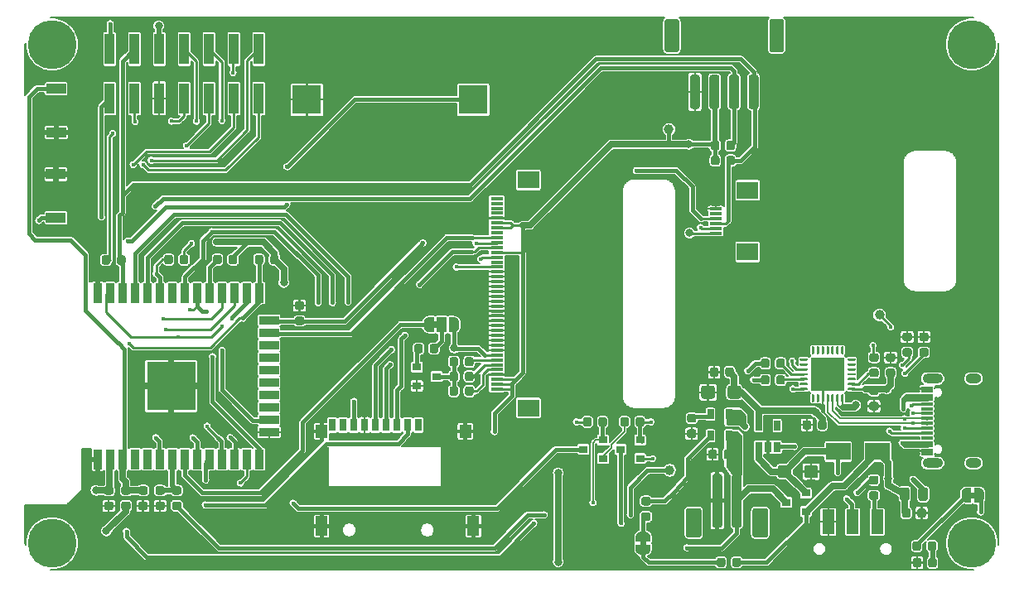
<source format=gtl>
G04 #@! TF.GenerationSoftware,KiCad,Pcbnew,(5.1.6-0)*
G04 #@! TF.CreationDate,2022-04-06T12:43:26+02:00*
G04 #@! TF.ProjectId,ESP32_TFT_bridgedpads,45535033-325f-4544-9654-5f6272696467,rev?*
G04 #@! TF.SameCoordinates,Original*
G04 #@! TF.FileFunction,Copper,L1,Top*
G04 #@! TF.FilePolarity,Positive*
%FSLAX46Y46*%
G04 Gerber Fmt 4.6, Leading zero omitted, Abs format (unit mm)*
G04 Created by KiCad (PCBNEW (5.1.6-0)) date 2022-04-06 12:43:26*
%MOMM*%
%LPD*%
G01*
G04 APERTURE LIST*
G04 #@! TA.AperFunction,EtchedComponent*
%ADD10C,0.100000*%
G04 #@! TD*
G04 #@! TA.AperFunction,SMDPad,CuDef*
%ADD11C,0.100000*%
G04 #@! TD*
G04 #@! TA.AperFunction,SMDPad,CuDef*
%ADD12R,1.000000X1.500000*%
G04 #@! TD*
G04 #@! TA.AperFunction,SMDPad,CuDef*
%ADD13R,1.250000X2.500000*%
G04 #@! TD*
G04 #@! TA.AperFunction,SMDPad,CuDef*
%ADD14R,1.150000X0.300000*%
G04 #@! TD*
G04 #@! TA.AperFunction,ComponentPad*
%ADD15O,1.600000X1.000000*%
G04 #@! TD*
G04 #@! TA.AperFunction,ComponentPad*
%ADD16O,2.100000X1.000000*%
G04 #@! TD*
G04 #@! TA.AperFunction,SMDPad,CuDef*
%ADD17R,3.000000X3.000000*%
G04 #@! TD*
G04 #@! TA.AperFunction,SMDPad,CuDef*
%ADD18R,0.900000X0.800000*%
G04 #@! TD*
G04 #@! TA.AperFunction,SMDPad,CuDef*
%ADD19R,1.000000X3.150000*%
G04 #@! TD*
G04 #@! TA.AperFunction,ComponentPad*
%ADD20C,0.800000*%
G04 #@! TD*
G04 #@! TA.AperFunction,ComponentPad*
%ADD21C,5.000000*%
G04 #@! TD*
G04 #@! TA.AperFunction,SMDPad,CuDef*
%ADD22R,2.200000X1.800000*%
G04 #@! TD*
G04 #@! TA.AperFunction,SMDPad,CuDef*
%ADD23R,1.300000X0.300000*%
G04 #@! TD*
G04 #@! TA.AperFunction,SMDPad,CuDef*
%ADD24R,2.000000X1.050000*%
G04 #@! TD*
G04 #@! TA.AperFunction,SMDPad,CuDef*
%ADD25R,5.000000X5.000000*%
G04 #@! TD*
G04 #@! TA.AperFunction,SMDPad,CuDef*
%ADD26R,0.900000X2.000000*%
G04 #@! TD*
G04 #@! TA.AperFunction,SMDPad,CuDef*
%ADD27R,2.000000X0.900000*%
G04 #@! TD*
G04 #@! TA.AperFunction,SMDPad,CuDef*
%ADD28R,2.500000X1.800000*%
G04 #@! TD*
G04 #@! TA.AperFunction,SMDPad,CuDef*
%ADD29R,3.350000X3.350000*%
G04 #@! TD*
G04 #@! TA.AperFunction,SMDPad,CuDef*
%ADD30R,0.650000X1.060000*%
G04 #@! TD*
G04 #@! TA.AperFunction,SMDPad,CuDef*
%ADD31C,1.000000*%
G04 #@! TD*
G04 #@! TA.AperFunction,SMDPad,CuDef*
%ADD32R,0.700000X1.300000*%
G04 #@! TD*
G04 #@! TA.AperFunction,SMDPad,CuDef*
%ADD33R,1.200000X1.400000*%
G04 #@! TD*
G04 #@! TA.AperFunction,SMDPad,CuDef*
%ADD34R,1.200000X2.000000*%
G04 #@! TD*
G04 #@! TA.AperFunction,ViaPad*
%ADD35C,0.800000*%
G04 #@! TD*
G04 #@! TA.AperFunction,ViaPad*
%ADD36C,0.450000*%
G04 #@! TD*
G04 #@! TA.AperFunction,Conductor*
%ADD37C,0.254000*%
G04 #@! TD*
G04 #@! TA.AperFunction,Conductor*
%ADD38C,0.381000*%
G04 #@! TD*
G04 #@! TA.AperFunction,Conductor*
%ADD39C,0.635000*%
G04 #@! TD*
G04 #@! TA.AperFunction,Conductor*
%ADD40C,0.152400*%
G04 #@! TD*
G04 #@! TA.AperFunction,Conductor*
%ADD41C,0.508000*%
G04 #@! TD*
G04 #@! TA.AperFunction,Conductor*
%ADD42C,0.200000*%
G04 #@! TD*
G04 APERTURE END LIST*
D10*
G36*
X135850000Y-85800000D02*
G01*
X135350000Y-85800000D01*
X135350000Y-86400000D01*
X135850000Y-86400000D01*
X135850000Y-85800000D01*
G37*
G36*
X101600000Y-90750000D02*
G01*
X101600000Y-91250000D01*
X102200000Y-91250000D01*
X102200000Y-90750000D01*
X101600000Y-90750000D01*
G37*
G36*
X80400000Y-68350000D02*
G01*
X80900000Y-68350000D01*
X80900000Y-68950000D01*
X80400000Y-68950000D01*
X80400000Y-68350000D01*
G37*
G04 #@! TA.AperFunction,SMDPad,CuDef*
D11*
G36*
X135450000Y-86850000D02*
G01*
X134950000Y-86850000D01*
X134950000Y-86849398D01*
X134925466Y-86849398D01*
X134876635Y-86844588D01*
X134828510Y-86835016D01*
X134781555Y-86820772D01*
X134736222Y-86801995D01*
X134692949Y-86778864D01*
X134652150Y-86751604D01*
X134614221Y-86720476D01*
X134579524Y-86685779D01*
X134548396Y-86647850D01*
X134521136Y-86607051D01*
X134498005Y-86563778D01*
X134479228Y-86518445D01*
X134464984Y-86471490D01*
X134455412Y-86423365D01*
X134450602Y-86374534D01*
X134450602Y-86350000D01*
X134450000Y-86350000D01*
X134450000Y-85850000D01*
X134450602Y-85850000D01*
X134450602Y-85825466D01*
X134455412Y-85776635D01*
X134464984Y-85728510D01*
X134479228Y-85681555D01*
X134498005Y-85636222D01*
X134521136Y-85592949D01*
X134548396Y-85552150D01*
X134579524Y-85514221D01*
X134614221Y-85479524D01*
X134652150Y-85448396D01*
X134692949Y-85421136D01*
X134736222Y-85398005D01*
X134781555Y-85379228D01*
X134828510Y-85364984D01*
X134876635Y-85355412D01*
X134925466Y-85350602D01*
X134950000Y-85350602D01*
X134950000Y-85350000D01*
X135450000Y-85350000D01*
X135450000Y-86850000D01*
G37*
G04 #@! TD.AperFunction*
G04 #@! TA.AperFunction,SMDPad,CuDef*
G36*
X136250000Y-85350602D02*
G01*
X136274534Y-85350602D01*
X136323365Y-85355412D01*
X136371490Y-85364984D01*
X136418445Y-85379228D01*
X136463778Y-85398005D01*
X136507051Y-85421136D01*
X136547850Y-85448396D01*
X136585779Y-85479524D01*
X136620476Y-85514221D01*
X136651604Y-85552150D01*
X136678864Y-85592949D01*
X136701995Y-85636222D01*
X136720772Y-85681555D01*
X136735016Y-85728510D01*
X136744588Y-85776635D01*
X136749398Y-85825466D01*
X136749398Y-85850000D01*
X136750000Y-85850000D01*
X136750000Y-86350000D01*
X136749398Y-86350000D01*
X136749398Y-86374534D01*
X136744588Y-86423365D01*
X136735016Y-86471490D01*
X136720772Y-86518445D01*
X136701995Y-86563778D01*
X136678864Y-86607051D01*
X136651604Y-86647850D01*
X136620476Y-86685779D01*
X136585779Y-86720476D01*
X136547850Y-86751604D01*
X136507051Y-86778864D01*
X136463778Y-86801995D01*
X136418445Y-86820772D01*
X136371490Y-86835016D01*
X136323365Y-86844588D01*
X136274534Y-86849398D01*
X136250000Y-86849398D01*
X136250000Y-86850000D01*
X135750000Y-86850000D01*
X135750000Y-85350000D01*
X136250000Y-85350000D01*
X136250000Y-85350602D01*
G37*
G04 #@! TD.AperFunction*
G04 #@! TA.AperFunction,SMDPad,CuDef*
G36*
X102650000Y-91150000D02*
G01*
X102650000Y-91650000D01*
X102649398Y-91650000D01*
X102649398Y-91674534D01*
X102644588Y-91723365D01*
X102635016Y-91771490D01*
X102620772Y-91818445D01*
X102601995Y-91863778D01*
X102578864Y-91907051D01*
X102551604Y-91947850D01*
X102520476Y-91985779D01*
X102485779Y-92020476D01*
X102447850Y-92051604D01*
X102407051Y-92078864D01*
X102363778Y-92101995D01*
X102318445Y-92120772D01*
X102271490Y-92135016D01*
X102223365Y-92144588D01*
X102174534Y-92149398D01*
X102150000Y-92149398D01*
X102150000Y-92150000D01*
X101650000Y-92150000D01*
X101650000Y-92149398D01*
X101625466Y-92149398D01*
X101576635Y-92144588D01*
X101528510Y-92135016D01*
X101481555Y-92120772D01*
X101436222Y-92101995D01*
X101392949Y-92078864D01*
X101352150Y-92051604D01*
X101314221Y-92020476D01*
X101279524Y-91985779D01*
X101248396Y-91947850D01*
X101221136Y-91907051D01*
X101198005Y-91863778D01*
X101179228Y-91818445D01*
X101164984Y-91771490D01*
X101155412Y-91723365D01*
X101150602Y-91674534D01*
X101150602Y-91650000D01*
X101150000Y-91650000D01*
X101150000Y-91150000D01*
X102650000Y-91150000D01*
G37*
G04 #@! TD.AperFunction*
G04 #@! TA.AperFunction,SMDPad,CuDef*
G36*
X101150602Y-90350000D02*
G01*
X101150602Y-90325466D01*
X101155412Y-90276635D01*
X101164984Y-90228510D01*
X101179228Y-90181555D01*
X101198005Y-90136222D01*
X101221136Y-90092949D01*
X101248396Y-90052150D01*
X101279524Y-90014221D01*
X101314221Y-89979524D01*
X101352150Y-89948396D01*
X101392949Y-89921136D01*
X101436222Y-89898005D01*
X101481555Y-89879228D01*
X101528510Y-89864984D01*
X101576635Y-89855412D01*
X101625466Y-89850602D01*
X101650000Y-89850602D01*
X101650000Y-89850000D01*
X102150000Y-89850000D01*
X102150000Y-89850602D01*
X102174534Y-89850602D01*
X102223365Y-89855412D01*
X102271490Y-89864984D01*
X102318445Y-89879228D01*
X102363778Y-89898005D01*
X102407051Y-89921136D01*
X102447850Y-89948396D01*
X102485779Y-89979524D01*
X102520476Y-90014221D01*
X102551604Y-90052150D01*
X102578864Y-90092949D01*
X102601995Y-90136222D01*
X102620772Y-90181555D01*
X102635016Y-90228510D01*
X102644588Y-90276635D01*
X102649398Y-90325466D01*
X102649398Y-90350000D01*
X102650000Y-90350000D01*
X102650000Y-90850000D01*
X101150000Y-90850000D01*
X101150000Y-90350000D01*
X101150602Y-90350000D01*
G37*
G04 #@! TD.AperFunction*
G04 #@! TA.AperFunction,SMDPad,CuDef*
G36*
X80550000Y-69400000D02*
G01*
X80000000Y-69400000D01*
X80000000Y-69399398D01*
X79975466Y-69399398D01*
X79926635Y-69394588D01*
X79878510Y-69385016D01*
X79831555Y-69370772D01*
X79786222Y-69351995D01*
X79742949Y-69328864D01*
X79702150Y-69301604D01*
X79664221Y-69270476D01*
X79629524Y-69235779D01*
X79598396Y-69197850D01*
X79571136Y-69157051D01*
X79548005Y-69113778D01*
X79529228Y-69068445D01*
X79514984Y-69021490D01*
X79505412Y-68973365D01*
X79500602Y-68924534D01*
X79500602Y-68900000D01*
X79500000Y-68900000D01*
X79500000Y-68400000D01*
X79500602Y-68400000D01*
X79500602Y-68375466D01*
X79505412Y-68326635D01*
X79514984Y-68278510D01*
X79529228Y-68231555D01*
X79548005Y-68186222D01*
X79571136Y-68142949D01*
X79598396Y-68102150D01*
X79629524Y-68064221D01*
X79664221Y-68029524D01*
X79702150Y-67998396D01*
X79742949Y-67971136D01*
X79786222Y-67948005D01*
X79831555Y-67929228D01*
X79878510Y-67914984D01*
X79926635Y-67905412D01*
X79975466Y-67900602D01*
X80000000Y-67900602D01*
X80000000Y-67900000D01*
X80550000Y-67900000D01*
X80550000Y-69400000D01*
G37*
G04 #@! TD.AperFunction*
D12*
X81300000Y-68650000D03*
G04 #@! TA.AperFunction,SMDPad,CuDef*
D11*
G36*
X82600000Y-67900602D02*
G01*
X82624534Y-67900602D01*
X82673365Y-67905412D01*
X82721490Y-67914984D01*
X82768445Y-67929228D01*
X82813778Y-67948005D01*
X82857051Y-67971136D01*
X82897850Y-67998396D01*
X82935779Y-68029524D01*
X82970476Y-68064221D01*
X83001604Y-68102150D01*
X83028864Y-68142949D01*
X83051995Y-68186222D01*
X83070772Y-68231555D01*
X83085016Y-68278510D01*
X83094588Y-68326635D01*
X83099398Y-68375466D01*
X83099398Y-68400000D01*
X83100000Y-68400000D01*
X83100000Y-68900000D01*
X83099398Y-68900000D01*
X83099398Y-68924534D01*
X83094588Y-68973365D01*
X83085016Y-69021490D01*
X83070772Y-69068445D01*
X83051995Y-69113778D01*
X83028864Y-69157051D01*
X83001604Y-69197850D01*
X82970476Y-69235779D01*
X82935779Y-69270476D01*
X82897850Y-69301604D01*
X82857051Y-69328864D01*
X82813778Y-69351995D01*
X82768445Y-69370772D01*
X82721490Y-69385016D01*
X82673365Y-69394588D01*
X82624534Y-69399398D01*
X82600000Y-69399398D01*
X82600000Y-69400000D01*
X82050000Y-69400000D01*
X82050000Y-67900000D01*
X82600000Y-67900000D01*
X82600000Y-67900602D01*
G37*
G04 #@! TD.AperFunction*
D13*
X125830000Y-88830000D03*
X123330000Y-88830000D03*
X120830000Y-88830000D03*
D14*
X130930000Y-75150000D03*
X130930000Y-75950000D03*
X130930000Y-80750000D03*
X130930000Y-81550000D03*
X130930000Y-81850000D03*
X130930000Y-81050000D03*
X130930000Y-80250000D03*
X130930000Y-79750000D03*
X130930000Y-79250000D03*
X130930000Y-78750000D03*
X130930000Y-78250000D03*
X130930000Y-77750000D03*
X130930000Y-77250000D03*
X130930000Y-76750000D03*
X130930000Y-76250000D03*
X130930000Y-75450000D03*
D15*
X135675000Y-74180000D03*
X135675000Y-82820000D03*
D16*
X131495000Y-74180000D03*
X131495000Y-82820000D03*
G04 #@! TA.AperFunction,SMDPad,CuDef*
G36*
G01*
X108825000Y-50596250D02*
X108825000Y-50083750D01*
G75*
G02*
X109043750Y-49865000I218750J0D01*
G01*
X109481250Y-49865000D01*
G75*
G02*
X109700000Y-50083750I0J-218750D01*
G01*
X109700000Y-50596250D01*
G75*
G02*
X109481250Y-50815000I-218750J0D01*
G01*
X109043750Y-50815000D01*
G75*
G02*
X108825000Y-50596250I0J218750D01*
G01*
G37*
G04 #@! TD.AperFunction*
G04 #@! TA.AperFunction,SMDPad,CuDef*
G36*
G01*
X110400000Y-50596250D02*
X110400000Y-50083750D01*
G75*
G02*
X110618750Y-49865000I218750J0D01*
G01*
X111056250Y-49865000D01*
G75*
G02*
X111275000Y-50083750I0J-218750D01*
G01*
X111275000Y-50596250D01*
G75*
G02*
X111056250Y-50815000I-218750J0D01*
G01*
X110618750Y-50815000D01*
G75*
G02*
X110400000Y-50596250I0J218750D01*
G01*
G37*
G04 #@! TD.AperFunction*
G04 #@! TA.AperFunction,SMDPad,CuDef*
G36*
G01*
X130343750Y-71050000D02*
X130856250Y-71050000D01*
G75*
G02*
X131075000Y-71268750I0J-218750D01*
G01*
X131075000Y-71706250D01*
G75*
G02*
X130856250Y-71925000I-218750J0D01*
G01*
X130343750Y-71925000D01*
G75*
G02*
X130125000Y-71706250I0J218750D01*
G01*
X130125000Y-71268750D01*
G75*
G02*
X130343750Y-71050000I218750J0D01*
G01*
G37*
G04 #@! TD.AperFunction*
G04 #@! TA.AperFunction,SMDPad,CuDef*
G36*
G01*
X130343750Y-69475000D02*
X130856250Y-69475000D01*
G75*
G02*
X131075000Y-69693750I0J-218750D01*
G01*
X131075000Y-70131250D01*
G75*
G02*
X130856250Y-70350000I-218750J0D01*
G01*
X130343750Y-70350000D01*
G75*
G02*
X130125000Y-70131250I0J218750D01*
G01*
X130125000Y-69693750D01*
G75*
G02*
X130343750Y-69475000I218750J0D01*
G01*
G37*
G04 #@! TD.AperFunction*
G04 #@! TA.AperFunction,SMDPad,CuDef*
G36*
G01*
X128643750Y-71050000D02*
X129156250Y-71050000D01*
G75*
G02*
X129375000Y-71268750I0J-218750D01*
G01*
X129375000Y-71706250D01*
G75*
G02*
X129156250Y-71925000I-218750J0D01*
G01*
X128643750Y-71925000D01*
G75*
G02*
X128425000Y-71706250I0J218750D01*
G01*
X128425000Y-71268750D01*
G75*
G02*
X128643750Y-71050000I218750J0D01*
G01*
G37*
G04 #@! TD.AperFunction*
G04 #@! TA.AperFunction,SMDPad,CuDef*
G36*
G01*
X128643750Y-69475000D02*
X129156250Y-69475000D01*
G75*
G02*
X129375000Y-69693750I0J-218750D01*
G01*
X129375000Y-70131250D01*
G75*
G02*
X129156250Y-70350000I-218750J0D01*
G01*
X128643750Y-70350000D01*
G75*
G02*
X128425000Y-70131250I0J218750D01*
G01*
X128425000Y-69693750D01*
G75*
G02*
X128643750Y-69475000I218750J0D01*
G01*
G37*
G04 #@! TD.AperFunction*
G04 #@! TA.AperFunction,SMDPad,CuDef*
G36*
G01*
X130030000Y-86446250D02*
X130030000Y-85533750D01*
G75*
G02*
X130273750Y-85290000I243750J0D01*
G01*
X130761250Y-85290000D01*
G75*
G02*
X131005000Y-85533750I0J-243750D01*
G01*
X131005000Y-86446250D01*
G75*
G02*
X130761250Y-86690000I-243750J0D01*
G01*
X130273750Y-86690000D01*
G75*
G02*
X130030000Y-86446250I0J243750D01*
G01*
G37*
G04 #@! TD.AperFunction*
G04 #@! TA.AperFunction,SMDPad,CuDef*
G36*
G01*
X128155000Y-86446250D02*
X128155000Y-85533750D01*
G75*
G02*
X128398750Y-85290000I243750J0D01*
G01*
X128886250Y-85290000D01*
G75*
G02*
X129130000Y-85533750I0J-243750D01*
G01*
X129130000Y-86446250D01*
G75*
G02*
X128886250Y-86690000I-243750J0D01*
G01*
X128398750Y-86690000D01*
G75*
G02*
X128155000Y-86446250I0J243750D01*
G01*
G37*
G04 #@! TD.AperFunction*
G04 #@! TA.AperFunction,SMDPad,CuDef*
G36*
G01*
X129940000Y-88176250D02*
X129940000Y-87663750D01*
G75*
G02*
X130158750Y-87445000I218750J0D01*
G01*
X130596250Y-87445000D01*
G75*
G02*
X130815000Y-87663750I0J-218750D01*
G01*
X130815000Y-88176250D01*
G75*
G02*
X130596250Y-88395000I-218750J0D01*
G01*
X130158750Y-88395000D01*
G75*
G02*
X129940000Y-88176250I0J218750D01*
G01*
G37*
G04 #@! TD.AperFunction*
G04 #@! TA.AperFunction,SMDPad,CuDef*
G36*
G01*
X128365000Y-88176250D02*
X128365000Y-87663750D01*
G75*
G02*
X128583750Y-87445000I218750J0D01*
G01*
X129021250Y-87445000D01*
G75*
G02*
X129240000Y-87663750I0J-218750D01*
G01*
X129240000Y-88176250D01*
G75*
G02*
X129021250Y-88395000I-218750J0D01*
G01*
X128583750Y-88395000D01*
G75*
G02*
X128365000Y-88176250I0J218750D01*
G01*
G37*
G04 #@! TD.AperFunction*
D17*
X84550000Y-45650000D03*
X67550000Y-45650000D03*
G04 #@! TA.AperFunction,SMDPad,CuDef*
G36*
G01*
X58850000Y-61743750D02*
X58850000Y-62256250D01*
G75*
G02*
X58631250Y-62475000I-218750J0D01*
G01*
X58193750Y-62475000D01*
G75*
G02*
X57975000Y-62256250I0J218750D01*
G01*
X57975000Y-61743750D01*
G75*
G02*
X58193750Y-61525000I218750J0D01*
G01*
X58631250Y-61525000D01*
G75*
G02*
X58850000Y-61743750I0J-218750D01*
G01*
G37*
G04 #@! TD.AperFunction*
G04 #@! TA.AperFunction,SMDPad,CuDef*
G36*
G01*
X60425000Y-61743750D02*
X60425000Y-62256250D01*
G75*
G02*
X60206250Y-62475000I-218750J0D01*
G01*
X59768750Y-62475000D01*
G75*
G02*
X59550000Y-62256250I0J218750D01*
G01*
X59550000Y-61743750D01*
G75*
G02*
X59768750Y-61525000I218750J0D01*
G01*
X60206250Y-61525000D01*
G75*
G02*
X60425000Y-61743750I0J-218750D01*
G01*
G37*
G04 #@! TD.AperFunction*
G04 #@! TA.AperFunction,SMDPad,CuDef*
G36*
G01*
X131000000Y-91556250D02*
X131000000Y-91043750D01*
G75*
G02*
X131218750Y-90825000I218750J0D01*
G01*
X131656250Y-90825000D01*
G75*
G02*
X131875000Y-91043750I0J-218750D01*
G01*
X131875000Y-91556250D01*
G75*
G02*
X131656250Y-91775000I-218750J0D01*
G01*
X131218750Y-91775000D01*
G75*
G02*
X131000000Y-91556250I0J218750D01*
G01*
G37*
G04 #@! TD.AperFunction*
G04 #@! TA.AperFunction,SMDPad,CuDef*
G36*
G01*
X129425000Y-91556250D02*
X129425000Y-91043750D01*
G75*
G02*
X129643750Y-90825000I218750J0D01*
G01*
X130081250Y-90825000D01*
G75*
G02*
X130300000Y-91043750I0J-218750D01*
G01*
X130300000Y-91556250D01*
G75*
G02*
X130081250Y-91775000I-218750J0D01*
G01*
X129643750Y-91775000D01*
G75*
G02*
X129425000Y-91556250I0J218750D01*
G01*
G37*
G04 #@! TD.AperFunction*
G04 #@! TA.AperFunction,SMDPad,CuDef*
G36*
G01*
X83700000Y-75706250D02*
X83700000Y-75193750D01*
G75*
G02*
X83918750Y-74975000I218750J0D01*
G01*
X84356250Y-74975000D01*
G75*
G02*
X84575000Y-75193750I0J-218750D01*
G01*
X84575000Y-75706250D01*
G75*
G02*
X84356250Y-75925000I-218750J0D01*
G01*
X83918750Y-75925000D01*
G75*
G02*
X83700000Y-75706250I0J218750D01*
G01*
G37*
G04 #@! TD.AperFunction*
G04 #@! TA.AperFunction,SMDPad,CuDef*
G36*
G01*
X82125000Y-75706250D02*
X82125000Y-75193750D01*
G75*
G02*
X82343750Y-74975000I218750J0D01*
G01*
X82781250Y-74975000D01*
G75*
G02*
X83000000Y-75193750I0J-218750D01*
G01*
X83000000Y-75706250D01*
G75*
G02*
X82781250Y-75925000I-218750J0D01*
G01*
X82343750Y-75925000D01*
G75*
G02*
X82125000Y-75706250I0J218750D01*
G01*
G37*
G04 #@! TD.AperFunction*
G04 #@! TA.AperFunction,SMDPad,CuDef*
G36*
G01*
X83700000Y-74206250D02*
X83700000Y-73693750D01*
G75*
G02*
X83918750Y-73475000I218750J0D01*
G01*
X84356250Y-73475000D01*
G75*
G02*
X84575000Y-73693750I0J-218750D01*
G01*
X84575000Y-74206250D01*
G75*
G02*
X84356250Y-74425000I-218750J0D01*
G01*
X83918750Y-74425000D01*
G75*
G02*
X83700000Y-74206250I0J218750D01*
G01*
G37*
G04 #@! TD.AperFunction*
G04 #@! TA.AperFunction,SMDPad,CuDef*
G36*
G01*
X82125000Y-74206250D02*
X82125000Y-73693750D01*
G75*
G02*
X82343750Y-73475000I218750J0D01*
G01*
X82781250Y-73475000D01*
G75*
G02*
X83000000Y-73693750I0J-218750D01*
G01*
X83000000Y-74206250D01*
G75*
G02*
X82781250Y-74425000I-218750J0D01*
G01*
X82343750Y-74425000D01*
G75*
G02*
X82125000Y-74206250I0J218750D01*
G01*
G37*
G04 #@! TD.AperFunction*
G04 #@! TA.AperFunction,SMDPad,CuDef*
G36*
G01*
X83700000Y-72706250D02*
X83700000Y-72193750D01*
G75*
G02*
X83918750Y-71975000I218750J0D01*
G01*
X84356250Y-71975000D01*
G75*
G02*
X84575000Y-72193750I0J-218750D01*
G01*
X84575000Y-72706250D01*
G75*
G02*
X84356250Y-72925000I-218750J0D01*
G01*
X83918750Y-72925000D01*
G75*
G02*
X83700000Y-72706250I0J218750D01*
G01*
G37*
G04 #@! TD.AperFunction*
G04 #@! TA.AperFunction,SMDPad,CuDef*
G36*
G01*
X82125000Y-72706250D02*
X82125000Y-72193750D01*
G75*
G02*
X82343750Y-71975000I218750J0D01*
G01*
X82781250Y-71975000D01*
G75*
G02*
X83000000Y-72193750I0J-218750D01*
G01*
X83000000Y-72706250D01*
G75*
G02*
X82781250Y-72925000I-218750J0D01*
G01*
X82343750Y-72925000D01*
G75*
G02*
X82125000Y-72706250I0J218750D01*
G01*
G37*
G04 #@! TD.AperFunction*
G04 #@! TA.AperFunction,SMDPad,CuDef*
G36*
G01*
X79400000Y-70843750D02*
X79400000Y-71356250D01*
G75*
G02*
X79181250Y-71575000I-218750J0D01*
G01*
X78743750Y-71575000D01*
G75*
G02*
X78525000Y-71356250I0J218750D01*
G01*
X78525000Y-70843750D01*
G75*
G02*
X78743750Y-70625000I218750J0D01*
G01*
X79181250Y-70625000D01*
G75*
G02*
X79400000Y-70843750I0J-218750D01*
G01*
G37*
G04 #@! TD.AperFunction*
G04 #@! TA.AperFunction,SMDPad,CuDef*
G36*
G01*
X80975000Y-70843750D02*
X80975000Y-71356250D01*
G75*
G02*
X80756250Y-71575000I-218750J0D01*
G01*
X80318750Y-71575000D01*
G75*
G02*
X80100000Y-71356250I0J218750D01*
G01*
X80100000Y-70843750D01*
G75*
G02*
X80318750Y-70625000I218750J0D01*
G01*
X80756250Y-70625000D01*
G75*
G02*
X80975000Y-70843750I0J-218750D01*
G01*
G37*
G04 #@! TD.AperFunction*
G04 #@! TA.AperFunction,SMDPad,CuDef*
G36*
G01*
X48150000Y-62306250D02*
X48150000Y-61793750D01*
G75*
G02*
X48368750Y-61575000I218750J0D01*
G01*
X48806250Y-61575000D01*
G75*
G02*
X49025000Y-61793750I0J-218750D01*
G01*
X49025000Y-62306250D01*
G75*
G02*
X48806250Y-62525000I-218750J0D01*
G01*
X48368750Y-62525000D01*
G75*
G02*
X48150000Y-62306250I0J218750D01*
G01*
G37*
G04 #@! TD.AperFunction*
G04 #@! TA.AperFunction,SMDPad,CuDef*
G36*
G01*
X46575000Y-62306250D02*
X46575000Y-61793750D01*
G75*
G02*
X46793750Y-61575000I218750J0D01*
G01*
X47231250Y-61575000D01*
G75*
G02*
X47450000Y-61793750I0J-218750D01*
G01*
X47450000Y-62306250D01*
G75*
G02*
X47231250Y-62525000I-218750J0D01*
G01*
X46793750Y-62525000D01*
G75*
G02*
X46575000Y-62306250I0J218750D01*
G01*
G37*
G04 #@! TD.AperFunction*
G04 #@! TA.AperFunction,SMDPad,CuDef*
G36*
G01*
X53850000Y-61743750D02*
X53850000Y-62256250D01*
G75*
G02*
X53631250Y-62475000I-218750J0D01*
G01*
X53193750Y-62475000D01*
G75*
G02*
X52975000Y-62256250I0J218750D01*
G01*
X52975000Y-61743750D01*
G75*
G02*
X53193750Y-61525000I218750J0D01*
G01*
X53631250Y-61525000D01*
G75*
G02*
X53850000Y-61743750I0J-218750D01*
G01*
G37*
G04 #@! TD.AperFunction*
G04 #@! TA.AperFunction,SMDPad,CuDef*
G36*
G01*
X55425000Y-61743750D02*
X55425000Y-62256250D01*
G75*
G02*
X55206250Y-62475000I-218750J0D01*
G01*
X54768750Y-62475000D01*
G75*
G02*
X54550000Y-62256250I0J218750D01*
G01*
X54550000Y-61743750D01*
G75*
G02*
X54768750Y-61525000I218750J0D01*
G01*
X55206250Y-61525000D01*
G75*
G02*
X55425000Y-61743750I0J-218750D01*
G01*
G37*
G04 #@! TD.AperFunction*
D18*
X80800000Y-73950000D03*
X78800000Y-74900000D03*
X78800000Y-73000000D03*
D19*
X62620000Y-40475000D03*
X62620000Y-45525000D03*
X60080000Y-40475000D03*
X60080000Y-45525000D03*
X57540000Y-40475000D03*
X57540000Y-45525000D03*
X55000000Y-40475000D03*
X55000000Y-45525000D03*
X52460000Y-40475000D03*
X52460000Y-45525000D03*
X49920000Y-40475000D03*
X49920000Y-45525000D03*
X47380000Y-40475000D03*
X47380000Y-45525000D03*
G04 #@! TA.AperFunction,SMDPad,CuDef*
G36*
G01*
X131050000Y-93256250D02*
X131050000Y-92743750D01*
G75*
G02*
X131268750Y-92525000I218750J0D01*
G01*
X131706250Y-92525000D01*
G75*
G02*
X131925000Y-92743750I0J-218750D01*
G01*
X131925000Y-93256250D01*
G75*
G02*
X131706250Y-93475000I-218750J0D01*
G01*
X131268750Y-93475000D01*
G75*
G02*
X131050000Y-93256250I0J218750D01*
G01*
G37*
G04 #@! TD.AperFunction*
G04 #@! TA.AperFunction,SMDPad,CuDef*
G36*
G01*
X129475000Y-93256250D02*
X129475000Y-92743750D01*
G75*
G02*
X129693750Y-92525000I218750J0D01*
G01*
X130131250Y-92525000D01*
G75*
G02*
X130350000Y-92743750I0J-218750D01*
G01*
X130350000Y-93256250D01*
G75*
G02*
X130131250Y-93475000I-218750J0D01*
G01*
X129693750Y-93475000D01*
G75*
G02*
X129475000Y-93256250I0J218750D01*
G01*
G37*
G04 #@! TD.AperFunction*
D20*
X42825825Y-38674175D03*
X41500000Y-38125000D03*
X40174175Y-38674175D03*
X39625000Y-40000000D03*
X40174175Y-41325825D03*
X41500000Y-41875000D03*
X42825825Y-41325825D03*
X43375000Y-40000000D03*
D21*
X41500000Y-40000000D03*
D20*
X42825825Y-89674175D03*
X41500000Y-89125000D03*
X40174175Y-89674175D03*
X39625000Y-91000000D03*
X40174175Y-92325825D03*
X41500000Y-92875000D03*
X42825825Y-92325825D03*
X43375000Y-91000000D03*
D21*
X41500000Y-91000000D03*
D20*
X136825825Y-38674175D03*
X135500000Y-38125000D03*
X134174175Y-38674175D03*
X133625000Y-40000000D03*
X134174175Y-41325825D03*
X135500000Y-41875000D03*
X136825825Y-41325825D03*
X137375000Y-40000000D03*
D21*
X135500000Y-40000000D03*
D20*
X136825825Y-89674175D03*
X135500000Y-89125000D03*
X134174175Y-89674175D03*
X133625000Y-91000000D03*
X134174175Y-92325825D03*
X135500000Y-92875000D03*
X136825825Y-92325825D03*
X137375000Y-91000000D03*
D21*
X135500000Y-91000000D03*
G04 #@! TA.AperFunction,SMDPad,CuDef*
G36*
G01*
X111980000Y-84170000D02*
X111980000Y-89170000D01*
G75*
G02*
X111730000Y-89420000I-250000J0D01*
G01*
X111230000Y-89420000D01*
G75*
G02*
X110980000Y-89170000I0J250000D01*
G01*
X110980000Y-84170000D01*
G75*
G02*
X111230000Y-83920000I250000J0D01*
G01*
X111730000Y-83920000D01*
G75*
G02*
X111980000Y-84170000I0J-250000D01*
G01*
G37*
G04 #@! TD.AperFunction*
G04 #@! TA.AperFunction,SMDPad,CuDef*
G36*
G01*
X109980000Y-84170001D02*
X109980000Y-89169999D01*
G75*
G02*
X109730000Y-89419999I-250000J0D01*
G01*
X109230000Y-89419999D01*
G75*
G02*
X108980000Y-89169999I0J250000D01*
G01*
X108980000Y-84170001D01*
G75*
G02*
X109230000Y-83920001I250000J0D01*
G01*
X109730000Y-83920001D01*
G75*
G02*
X109980000Y-84170001I0J-250000D01*
G01*
G37*
G04 #@! TD.AperFunction*
G04 #@! TA.AperFunction,SMDPad,CuDef*
G36*
G01*
X114680000Y-87670000D02*
X114680000Y-90170000D01*
G75*
G02*
X114430000Y-90420000I-250000J0D01*
G01*
X113330000Y-90420000D01*
G75*
G02*
X113080000Y-90170000I0J250000D01*
G01*
X113080000Y-87670000D01*
G75*
G02*
X113330000Y-87420000I250000J0D01*
G01*
X114430000Y-87420000D01*
G75*
G02*
X114680000Y-87670000I0J-250000D01*
G01*
G37*
G04 #@! TD.AperFunction*
G04 #@! TA.AperFunction,SMDPad,CuDef*
G36*
G01*
X107880000Y-87670000D02*
X107880000Y-90170000D01*
G75*
G02*
X107630000Y-90420000I-250000J0D01*
G01*
X106530000Y-90420000D01*
G75*
G02*
X106280000Y-90170000I0J250000D01*
G01*
X106280000Y-87670000D01*
G75*
G02*
X106530000Y-87420000I250000J0D01*
G01*
X107630000Y-87420000D01*
G75*
G02*
X107880000Y-87670000I0J-250000D01*
G01*
G37*
G04 #@! TD.AperFunction*
G04 #@! TA.AperFunction,SMDPad,CuDef*
G36*
G01*
X119080000Y-78653750D02*
X119080000Y-79166250D01*
G75*
G02*
X118861250Y-79385000I-218750J0D01*
G01*
X118423750Y-79385000D01*
G75*
G02*
X118205000Y-79166250I0J218750D01*
G01*
X118205000Y-78653750D01*
G75*
G02*
X118423750Y-78435000I218750J0D01*
G01*
X118861250Y-78435000D01*
G75*
G02*
X119080000Y-78653750I0J-218750D01*
G01*
G37*
G04 #@! TD.AperFunction*
G04 #@! TA.AperFunction,SMDPad,CuDef*
G36*
G01*
X120655000Y-78653750D02*
X120655000Y-79166250D01*
G75*
G02*
X120436250Y-79385000I-218750J0D01*
G01*
X119998750Y-79385000D01*
G75*
G02*
X119780000Y-79166250I0J218750D01*
G01*
X119780000Y-78653750D01*
G75*
G02*
X119998750Y-78435000I218750J0D01*
G01*
X120436250Y-78435000D01*
G75*
G02*
X120655000Y-78653750I0J-218750D01*
G01*
G37*
G04 #@! TD.AperFunction*
D22*
X90200000Y-53860000D03*
X90200000Y-77160000D03*
D23*
X86950000Y-75260000D03*
X86950000Y-74760000D03*
X86950000Y-74260000D03*
X86950000Y-73760000D03*
X86950000Y-73260000D03*
X86950000Y-72760000D03*
X86950000Y-72260000D03*
X86950000Y-71760000D03*
X86950000Y-71260000D03*
X86950000Y-70760000D03*
X86950000Y-70260000D03*
X86950000Y-69760000D03*
X86950000Y-69260000D03*
X86950000Y-68760000D03*
X86950000Y-68260000D03*
X86950000Y-67760000D03*
X86950000Y-67260000D03*
X86950000Y-66760000D03*
X86950000Y-66260000D03*
X86950000Y-65760000D03*
X86950000Y-65260000D03*
X86950000Y-64760000D03*
X86950000Y-64260000D03*
X86950000Y-63760000D03*
X86950000Y-63260000D03*
X86950000Y-62760000D03*
X86950000Y-62260000D03*
X86950000Y-61760000D03*
X86950000Y-61260000D03*
X86950000Y-60760000D03*
X86950000Y-60260000D03*
X86950000Y-59760000D03*
X86950000Y-59260000D03*
X86950000Y-58760000D03*
X86950000Y-58260000D03*
X86950000Y-57760000D03*
X86950000Y-57260000D03*
X86950000Y-56760000D03*
X86950000Y-56260000D03*
X86950000Y-55760000D03*
D24*
X41900000Y-53275000D03*
X41900000Y-57725000D03*
X41930000Y-49000000D03*
X41930000Y-44550000D03*
D25*
X53675000Y-74930000D03*
D26*
X46175000Y-82430000D03*
X47445000Y-82430000D03*
X48715000Y-82430000D03*
X49985000Y-82430000D03*
X51255000Y-82430000D03*
X52525000Y-82430000D03*
X53795000Y-82430000D03*
X55065000Y-82430000D03*
X56335000Y-82430000D03*
X57605000Y-82430000D03*
X58875000Y-82430000D03*
X60145000Y-82430000D03*
X61415000Y-82430000D03*
X62685000Y-82430000D03*
D27*
X63685000Y-79645000D03*
X63685000Y-78375000D03*
X63685000Y-77105000D03*
X63685000Y-75835000D03*
X63685000Y-74565000D03*
X63685000Y-73295000D03*
X63685000Y-72025000D03*
X63685000Y-70755000D03*
X63685000Y-69485000D03*
X63685000Y-68215000D03*
D26*
X62685000Y-65430000D03*
X61415000Y-65430000D03*
X60145000Y-65430000D03*
X58875000Y-65430000D03*
X57605000Y-65430000D03*
X56335000Y-65430000D03*
X55065000Y-65430000D03*
X53795000Y-65430000D03*
X52525000Y-65430000D03*
X51255000Y-65430000D03*
X49985000Y-65430000D03*
X48715000Y-65430000D03*
X47445000Y-65430000D03*
X46175000Y-65430000D03*
G04 #@! TA.AperFunction,SMDPad,CuDef*
G36*
G01*
X125243750Y-74975000D02*
X125756250Y-74975000D01*
G75*
G02*
X125975000Y-75193750I0J-218750D01*
G01*
X125975000Y-75631250D01*
G75*
G02*
X125756250Y-75850000I-218750J0D01*
G01*
X125243750Y-75850000D01*
G75*
G02*
X125025000Y-75631250I0J218750D01*
G01*
X125025000Y-75193750D01*
G75*
G02*
X125243750Y-74975000I218750J0D01*
G01*
G37*
G04 #@! TD.AperFunction*
G04 #@! TA.AperFunction,SMDPad,CuDef*
G36*
G01*
X125243750Y-76550000D02*
X125756250Y-76550000D01*
G75*
G02*
X125975000Y-76768750I0J-218750D01*
G01*
X125975000Y-77206250D01*
G75*
G02*
X125756250Y-77425000I-218750J0D01*
G01*
X125243750Y-77425000D01*
G75*
G02*
X125025000Y-77206250I0J218750D01*
G01*
X125025000Y-76768750D01*
G75*
G02*
X125243750Y-76550000I218750J0D01*
G01*
G37*
G04 #@! TD.AperFunction*
G04 #@! TA.AperFunction,SMDPad,CuDef*
G36*
G01*
X118380000Y-84105001D02*
X118380000Y-83254999D01*
G75*
G02*
X118629999Y-83005000I249999J0D01*
G01*
X119530001Y-83005000D01*
G75*
G02*
X119780000Y-83254999I0J-249999D01*
G01*
X119780000Y-84105001D01*
G75*
G02*
X119530001Y-84355000I-249999J0D01*
G01*
X118629999Y-84355000D01*
G75*
G02*
X118380000Y-84105001I0J249999D01*
G01*
G37*
G04 #@! TD.AperFunction*
G04 #@! TA.AperFunction,SMDPad,CuDef*
G36*
G01*
X115680000Y-84105001D02*
X115680000Y-83254999D01*
G75*
G02*
X115929999Y-83005000I249999J0D01*
G01*
X116830001Y-83005000D01*
G75*
G02*
X117080000Y-83254999I0J-249999D01*
G01*
X117080000Y-84105001D01*
G75*
G02*
X116830001Y-84355000I-249999J0D01*
G01*
X115929999Y-84355000D01*
G75*
G02*
X115680000Y-84105001I0J249999D01*
G01*
G37*
G04 #@! TD.AperFunction*
G04 #@! TA.AperFunction,SMDPad,CuDef*
G36*
G01*
X111940000Y-75144999D02*
X111940000Y-75995001D01*
G75*
G02*
X111690001Y-76245000I-249999J0D01*
G01*
X110789999Y-76245000D01*
G75*
G02*
X110540000Y-75995001I0J249999D01*
G01*
X110540000Y-75144999D01*
G75*
G02*
X110789999Y-74895000I249999J0D01*
G01*
X111690001Y-74895000D01*
G75*
G02*
X111940000Y-75144999I0J-249999D01*
G01*
G37*
G04 #@! TD.AperFunction*
G04 #@! TA.AperFunction,SMDPad,CuDef*
G36*
G01*
X109240000Y-75144999D02*
X109240000Y-75995001D01*
G75*
G02*
X108990001Y-76245000I-249999J0D01*
G01*
X108089999Y-76245000D01*
G75*
G02*
X107840000Y-75995001I0J249999D01*
G01*
X107840000Y-75144999D01*
G75*
G02*
X108089999Y-74895000I249999J0D01*
G01*
X108990001Y-74895000D01*
G75*
G02*
X109240000Y-75144999I0J-249999D01*
G01*
G37*
G04 #@! TD.AperFunction*
G04 #@! TA.AperFunction,SMDPad,CuDef*
G36*
G01*
X47043750Y-85175000D02*
X47556250Y-85175000D01*
G75*
G02*
X47775000Y-85393750I0J-218750D01*
G01*
X47775000Y-85831250D01*
G75*
G02*
X47556250Y-86050000I-218750J0D01*
G01*
X47043750Y-86050000D01*
G75*
G02*
X46825000Y-85831250I0J218750D01*
G01*
X46825000Y-85393750D01*
G75*
G02*
X47043750Y-85175000I218750J0D01*
G01*
G37*
G04 #@! TD.AperFunction*
G04 #@! TA.AperFunction,SMDPad,CuDef*
G36*
G01*
X47043750Y-86750000D02*
X47556250Y-86750000D01*
G75*
G02*
X47775000Y-86968750I0J-218750D01*
G01*
X47775000Y-87406250D01*
G75*
G02*
X47556250Y-87625000I-218750J0D01*
G01*
X47043750Y-87625000D01*
G75*
G02*
X46825000Y-87406250I0J218750D01*
G01*
X46825000Y-86968750D01*
G75*
G02*
X47043750Y-86750000I218750J0D01*
G01*
G37*
G04 #@! TD.AperFunction*
G04 #@! TA.AperFunction,SMDPad,CuDef*
G36*
G01*
X111185000Y-73253750D02*
X111185000Y-73766250D01*
G75*
G02*
X110966250Y-73985000I-218750J0D01*
G01*
X110528750Y-73985000D01*
G75*
G02*
X110310000Y-73766250I0J218750D01*
G01*
X110310000Y-73253750D01*
G75*
G02*
X110528750Y-73035000I218750J0D01*
G01*
X110966250Y-73035000D01*
G75*
G02*
X111185000Y-73253750I0J-218750D01*
G01*
G37*
G04 #@! TD.AperFunction*
G04 #@! TA.AperFunction,SMDPad,CuDef*
G36*
G01*
X109610000Y-73253750D02*
X109610000Y-73766250D01*
G75*
G02*
X109391250Y-73985000I-218750J0D01*
G01*
X108953750Y-73985000D01*
G75*
G02*
X108735000Y-73766250I0J218750D01*
G01*
X108735000Y-73253750D01*
G75*
G02*
X108953750Y-73035000I218750J0D01*
G01*
X109391250Y-73035000D01*
G75*
G02*
X109610000Y-73253750I0J-218750D01*
G01*
G37*
G04 #@! TD.AperFunction*
G04 #@! TA.AperFunction,SMDPad,CuDef*
G36*
G01*
X50543750Y-85175000D02*
X51056250Y-85175000D01*
G75*
G02*
X51275000Y-85393750I0J-218750D01*
G01*
X51275000Y-85831250D01*
G75*
G02*
X51056250Y-86050000I-218750J0D01*
G01*
X50543750Y-86050000D01*
G75*
G02*
X50325000Y-85831250I0J218750D01*
G01*
X50325000Y-85393750D01*
G75*
G02*
X50543750Y-85175000I218750J0D01*
G01*
G37*
G04 #@! TD.AperFunction*
G04 #@! TA.AperFunction,SMDPad,CuDef*
G36*
G01*
X50543750Y-86750000D02*
X51056250Y-86750000D01*
G75*
G02*
X51275000Y-86968750I0J-218750D01*
G01*
X51275000Y-87406250D01*
G75*
G02*
X51056250Y-87625000I-218750J0D01*
G01*
X50543750Y-87625000D01*
G75*
G02*
X50325000Y-87406250I0J218750D01*
G01*
X50325000Y-86968750D01*
G75*
G02*
X50543750Y-86750000I218750J0D01*
G01*
G37*
G04 #@! TD.AperFunction*
G04 #@! TA.AperFunction,SMDPad,CuDef*
G36*
G01*
X109450000Y-81663750D02*
X109450000Y-82176250D01*
G75*
G02*
X109231250Y-82395000I-218750J0D01*
G01*
X108793750Y-82395000D01*
G75*
G02*
X108575000Y-82176250I0J218750D01*
G01*
X108575000Y-81663750D01*
G75*
G02*
X108793750Y-81445000I218750J0D01*
G01*
X109231250Y-81445000D01*
G75*
G02*
X109450000Y-81663750I0J-218750D01*
G01*
G37*
G04 #@! TD.AperFunction*
G04 #@! TA.AperFunction,SMDPad,CuDef*
G36*
G01*
X111025000Y-81663750D02*
X111025000Y-82176250D01*
G75*
G02*
X110806250Y-82395000I-218750J0D01*
G01*
X110368750Y-82395000D01*
G75*
G02*
X110150000Y-82176250I0J218750D01*
G01*
X110150000Y-81663750D01*
G75*
G02*
X110368750Y-81445000I218750J0D01*
G01*
X110806250Y-81445000D01*
G75*
G02*
X111025000Y-81663750I0J-218750D01*
G01*
G37*
G04 #@! TD.AperFunction*
D28*
X121850000Y-81630000D03*
X125850000Y-81630000D03*
G04 #@! TA.AperFunction,SMDPad,CuDef*
G36*
G01*
X109445000Y-93216250D02*
X109445000Y-92703750D01*
G75*
G02*
X109663750Y-92485000I218750J0D01*
G01*
X110101250Y-92485000D01*
G75*
G02*
X110320000Y-92703750I0J-218750D01*
G01*
X110320000Y-93216250D01*
G75*
G02*
X110101250Y-93435000I-218750J0D01*
G01*
X109663750Y-93435000D01*
G75*
G02*
X109445000Y-93216250I0J218750D01*
G01*
G37*
G04 #@! TD.AperFunction*
G04 #@! TA.AperFunction,SMDPad,CuDef*
G36*
G01*
X111020000Y-93216250D02*
X111020000Y-92703750D01*
G75*
G02*
X111238750Y-92485000I218750J0D01*
G01*
X111676250Y-92485000D01*
G75*
G02*
X111895000Y-92703750I0J-218750D01*
G01*
X111895000Y-93216250D01*
G75*
G02*
X111676250Y-93435000I-218750J0D01*
G01*
X111238750Y-93435000D01*
G75*
G02*
X111020000Y-93216250I0J218750D01*
G01*
G37*
G04 #@! TD.AperFunction*
D22*
X112580000Y-54920000D03*
X112580000Y-61220000D03*
D23*
X109330000Y-59320000D03*
X109330000Y-58820000D03*
X109330000Y-58320000D03*
X109330000Y-57820000D03*
X109330000Y-57320000D03*
X109330000Y-56820000D03*
D18*
X99600000Y-81400000D03*
X101600000Y-80450000D03*
X101600000Y-82350000D03*
X97800000Y-82350000D03*
X97800000Y-80450000D03*
X95800000Y-81400000D03*
X118530000Y-87770000D03*
X118530000Y-85870000D03*
X116530000Y-86820000D03*
G04 #@! TA.AperFunction,SMDPad,CuDef*
G36*
G01*
X125243750Y-71575000D02*
X125756250Y-71575000D01*
G75*
G02*
X125975000Y-71793750I0J-218750D01*
G01*
X125975000Y-72231250D01*
G75*
G02*
X125756250Y-72450000I-218750J0D01*
G01*
X125243750Y-72450000D01*
G75*
G02*
X125025000Y-72231250I0J218750D01*
G01*
X125025000Y-71793750D01*
G75*
G02*
X125243750Y-71575000I218750J0D01*
G01*
G37*
G04 #@! TD.AperFunction*
G04 #@! TA.AperFunction,SMDPad,CuDef*
G36*
G01*
X125243750Y-73150000D02*
X125756250Y-73150000D01*
G75*
G02*
X125975000Y-73368750I0J-218750D01*
G01*
X125975000Y-73806250D01*
G75*
G02*
X125756250Y-74025000I-218750J0D01*
G01*
X125243750Y-74025000D01*
G75*
G02*
X125025000Y-73806250I0J218750D01*
G01*
X125025000Y-73368750D01*
G75*
G02*
X125243750Y-73150000I218750J0D01*
G01*
G37*
G04 #@! TD.AperFunction*
G04 #@! TA.AperFunction,SMDPad,CuDef*
G36*
G01*
X127456250Y-72450000D02*
X126943750Y-72450000D01*
G75*
G02*
X126725000Y-72231250I0J218750D01*
G01*
X126725000Y-71793750D01*
G75*
G02*
X126943750Y-71575000I218750J0D01*
G01*
X127456250Y-71575000D01*
G75*
G02*
X127675000Y-71793750I0J-218750D01*
G01*
X127675000Y-72231250D01*
G75*
G02*
X127456250Y-72450000I-218750J0D01*
G01*
G37*
G04 #@! TD.AperFunction*
G04 #@! TA.AperFunction,SMDPad,CuDef*
G36*
G01*
X127456250Y-74025000D02*
X126943750Y-74025000D01*
G75*
G02*
X126725000Y-73806250I0J218750D01*
G01*
X126725000Y-73368750D01*
G75*
G02*
X126943750Y-73150000I218750J0D01*
G01*
X127456250Y-73150000D01*
G75*
G02*
X127675000Y-73368750I0J-218750D01*
G01*
X127675000Y-73806250D01*
G75*
G02*
X127456250Y-74025000I-218750J0D01*
G01*
G37*
G04 #@! TD.AperFunction*
G04 #@! TA.AperFunction,SMDPad,CuDef*
G36*
G01*
X115520000Y-72866250D02*
X115520000Y-72353750D01*
G75*
G02*
X115738750Y-72135000I218750J0D01*
G01*
X116176250Y-72135000D01*
G75*
G02*
X116395000Y-72353750I0J-218750D01*
G01*
X116395000Y-72866250D01*
G75*
G02*
X116176250Y-73085000I-218750J0D01*
G01*
X115738750Y-73085000D01*
G75*
G02*
X115520000Y-72866250I0J218750D01*
G01*
G37*
G04 #@! TD.AperFunction*
G04 #@! TA.AperFunction,SMDPad,CuDef*
G36*
G01*
X113945000Y-72866250D02*
X113945000Y-72353750D01*
G75*
G02*
X114163750Y-72135000I218750J0D01*
G01*
X114601250Y-72135000D01*
G75*
G02*
X114820000Y-72353750I0J-218750D01*
G01*
X114820000Y-72866250D01*
G75*
G02*
X114601250Y-73085000I-218750J0D01*
G01*
X114163750Y-73085000D01*
G75*
G02*
X113945000Y-72866250I0J218750D01*
G01*
G37*
G04 #@! TD.AperFunction*
G04 #@! TA.AperFunction,SMDPad,CuDef*
G36*
G01*
X113945000Y-74566250D02*
X113945000Y-74053750D01*
G75*
G02*
X114163750Y-73835000I218750J0D01*
G01*
X114601250Y-73835000D01*
G75*
G02*
X114820000Y-74053750I0J-218750D01*
G01*
X114820000Y-74566250D01*
G75*
G02*
X114601250Y-74785000I-218750J0D01*
G01*
X114163750Y-74785000D01*
G75*
G02*
X113945000Y-74566250I0J218750D01*
G01*
G37*
G04 #@! TD.AperFunction*
G04 #@! TA.AperFunction,SMDPad,CuDef*
G36*
G01*
X115520000Y-74566250D02*
X115520000Y-74053750D01*
G75*
G02*
X115738750Y-73835000I218750J0D01*
G01*
X116176250Y-73835000D01*
G75*
G02*
X116395000Y-74053750I0J-218750D01*
G01*
X116395000Y-74566250D01*
G75*
G02*
X116176250Y-74785000I-218750J0D01*
G01*
X115738750Y-74785000D01*
G75*
G02*
X115520000Y-74566250I0J218750D01*
G01*
G37*
G04 #@! TD.AperFunction*
G04 #@! TA.AperFunction,SMDPad,CuDef*
G36*
G01*
X95762500Y-78856250D02*
X95762500Y-78343750D01*
G75*
G02*
X95981250Y-78125000I218750J0D01*
G01*
X96418750Y-78125000D01*
G75*
G02*
X96637500Y-78343750I0J-218750D01*
G01*
X96637500Y-78856250D01*
G75*
G02*
X96418750Y-79075000I-218750J0D01*
G01*
X95981250Y-79075000D01*
G75*
G02*
X95762500Y-78856250I0J218750D01*
G01*
G37*
G04 #@! TD.AperFunction*
G04 #@! TA.AperFunction,SMDPad,CuDef*
G36*
G01*
X97337500Y-78856250D02*
X97337500Y-78343750D01*
G75*
G02*
X97556250Y-78125000I218750J0D01*
G01*
X97993750Y-78125000D01*
G75*
G02*
X98212500Y-78343750I0J-218750D01*
G01*
X98212500Y-78856250D01*
G75*
G02*
X97993750Y-79075000I-218750J0D01*
G01*
X97556250Y-79075000D01*
G75*
G02*
X97337500Y-78856250I0J218750D01*
G01*
G37*
G04 #@! TD.AperFunction*
G04 #@! TA.AperFunction,SMDPad,CuDef*
G36*
G01*
X101150000Y-78856250D02*
X101150000Y-78343750D01*
G75*
G02*
X101368750Y-78125000I218750J0D01*
G01*
X101806250Y-78125000D01*
G75*
G02*
X102025000Y-78343750I0J-218750D01*
G01*
X102025000Y-78856250D01*
G75*
G02*
X101806250Y-79075000I-218750J0D01*
G01*
X101368750Y-79075000D01*
G75*
G02*
X101150000Y-78856250I0J218750D01*
G01*
G37*
G04 #@! TD.AperFunction*
G04 #@! TA.AperFunction,SMDPad,CuDef*
G36*
G01*
X99575000Y-78856250D02*
X99575000Y-78343750D01*
G75*
G02*
X99793750Y-78125000I218750J0D01*
G01*
X100231250Y-78125000D01*
G75*
G02*
X100450000Y-78343750I0J-218750D01*
G01*
X100450000Y-78856250D01*
G75*
G02*
X100231250Y-79075000I-218750J0D01*
G01*
X99793750Y-79075000D01*
G75*
G02*
X99575000Y-78856250I0J218750D01*
G01*
G37*
G04 #@! TD.AperFunction*
G04 #@! TA.AperFunction,SMDPad,CuDef*
G36*
G01*
X49306250Y-87625000D02*
X48793750Y-87625000D01*
G75*
G02*
X48575000Y-87406250I0J218750D01*
G01*
X48575000Y-86968750D01*
G75*
G02*
X48793750Y-86750000I218750J0D01*
G01*
X49306250Y-86750000D01*
G75*
G02*
X49525000Y-86968750I0J-218750D01*
G01*
X49525000Y-87406250D01*
G75*
G02*
X49306250Y-87625000I-218750J0D01*
G01*
G37*
G04 #@! TD.AperFunction*
G04 #@! TA.AperFunction,SMDPad,CuDef*
G36*
G01*
X49306250Y-86050000D02*
X48793750Y-86050000D01*
G75*
G02*
X48575000Y-85831250I0J218750D01*
G01*
X48575000Y-85393750D01*
G75*
G02*
X48793750Y-85175000I218750J0D01*
G01*
X49306250Y-85175000D01*
G75*
G02*
X49525000Y-85393750I0J-218750D01*
G01*
X49525000Y-85831250D01*
G75*
G02*
X49306250Y-86050000I-218750J0D01*
G01*
G37*
G04 #@! TD.AperFunction*
G04 #@! TA.AperFunction,SMDPad,CuDef*
G36*
G01*
X125223750Y-84115000D02*
X125736250Y-84115000D01*
G75*
G02*
X125955000Y-84333750I0J-218750D01*
G01*
X125955000Y-84771250D01*
G75*
G02*
X125736250Y-84990000I-218750J0D01*
G01*
X125223750Y-84990000D01*
G75*
G02*
X125005000Y-84771250I0J218750D01*
G01*
X125005000Y-84333750D01*
G75*
G02*
X125223750Y-84115000I218750J0D01*
G01*
G37*
G04 #@! TD.AperFunction*
G04 #@! TA.AperFunction,SMDPad,CuDef*
G36*
G01*
X125223750Y-85690000D02*
X125736250Y-85690000D01*
G75*
G02*
X125955000Y-85908750I0J-218750D01*
G01*
X125955000Y-86346250D01*
G75*
G02*
X125736250Y-86565000I-218750J0D01*
G01*
X125223750Y-86565000D01*
G75*
G02*
X125005000Y-86346250I0J218750D01*
G01*
X125005000Y-85908750D01*
G75*
G02*
X125223750Y-85690000I218750J0D01*
G01*
G37*
G04 #@! TD.AperFunction*
G04 #@! TA.AperFunction,SMDPad,CuDef*
G36*
G01*
X63100000Y-61743750D02*
X63100000Y-62256250D01*
G75*
G02*
X62881250Y-62475000I-218750J0D01*
G01*
X62443750Y-62475000D01*
G75*
G02*
X62225000Y-62256250I0J218750D01*
G01*
X62225000Y-61743750D01*
G75*
G02*
X62443750Y-61525000I218750J0D01*
G01*
X62881250Y-61525000D01*
G75*
G02*
X63100000Y-61743750I0J-218750D01*
G01*
G37*
G04 #@! TD.AperFunction*
G04 #@! TA.AperFunction,SMDPad,CuDef*
G36*
G01*
X64675000Y-61743750D02*
X64675000Y-62256250D01*
G75*
G02*
X64456250Y-62475000I-218750J0D01*
G01*
X64018750Y-62475000D01*
G75*
G02*
X63800000Y-62256250I0J218750D01*
G01*
X63800000Y-61743750D01*
G75*
G02*
X64018750Y-61525000I218750J0D01*
G01*
X64456250Y-61525000D01*
G75*
G02*
X64675000Y-61743750I0J-218750D01*
G01*
G37*
G04 #@! TD.AperFunction*
G04 #@! TA.AperFunction,SMDPad,CuDef*
G36*
G01*
X66543750Y-67837500D02*
X67056250Y-67837500D01*
G75*
G02*
X67275000Y-68056250I0J-218750D01*
G01*
X67275000Y-68493750D01*
G75*
G02*
X67056250Y-68712500I-218750J0D01*
G01*
X66543750Y-68712500D01*
G75*
G02*
X66325000Y-68493750I0J218750D01*
G01*
X66325000Y-68056250D01*
G75*
G02*
X66543750Y-67837500I218750J0D01*
G01*
G37*
G04 #@! TD.AperFunction*
G04 #@! TA.AperFunction,SMDPad,CuDef*
G36*
G01*
X66543750Y-66262500D02*
X67056250Y-66262500D01*
G75*
G02*
X67275000Y-66481250I0J-218750D01*
G01*
X67275000Y-66918750D01*
G75*
G02*
X67056250Y-67137500I-218750J0D01*
G01*
X66543750Y-67137500D01*
G75*
G02*
X66325000Y-66918750I0J218750D01*
G01*
X66325000Y-66481250D01*
G75*
G02*
X66543750Y-66262500I218750J0D01*
G01*
G37*
G04 #@! TD.AperFunction*
G04 #@! TA.AperFunction,SMDPad,CuDef*
G36*
G01*
X102456250Y-88725000D02*
X101943750Y-88725000D01*
G75*
G02*
X101725000Y-88506250I0J218750D01*
G01*
X101725000Y-88068750D01*
G75*
G02*
X101943750Y-87850000I218750J0D01*
G01*
X102456250Y-87850000D01*
G75*
G02*
X102675000Y-88068750I0J-218750D01*
G01*
X102675000Y-88506250D01*
G75*
G02*
X102456250Y-88725000I-218750J0D01*
G01*
G37*
G04 #@! TD.AperFunction*
G04 #@! TA.AperFunction,SMDPad,CuDef*
G36*
G01*
X102456250Y-87150000D02*
X101943750Y-87150000D01*
G75*
G02*
X101725000Y-86931250I0J218750D01*
G01*
X101725000Y-86493750D01*
G75*
G02*
X101943750Y-86275000I218750J0D01*
G01*
X102456250Y-86275000D01*
G75*
G02*
X102675000Y-86493750I0J-218750D01*
G01*
X102675000Y-86931250D01*
G75*
G02*
X102456250Y-87150000I-218750J0D01*
G01*
G37*
G04 #@! TD.AperFunction*
G04 #@! TA.AperFunction,SMDPad,CuDef*
G36*
G01*
X54506250Y-87625000D02*
X53993750Y-87625000D01*
G75*
G02*
X53775000Y-87406250I0J218750D01*
G01*
X53775000Y-86968750D01*
G75*
G02*
X53993750Y-86750000I218750J0D01*
G01*
X54506250Y-86750000D01*
G75*
G02*
X54725000Y-86968750I0J-218750D01*
G01*
X54725000Y-87406250D01*
G75*
G02*
X54506250Y-87625000I-218750J0D01*
G01*
G37*
G04 #@! TD.AperFunction*
G04 #@! TA.AperFunction,SMDPad,CuDef*
G36*
G01*
X54506250Y-86050000D02*
X53993750Y-86050000D01*
G75*
G02*
X53775000Y-85831250I0J218750D01*
G01*
X53775000Y-85393750D01*
G75*
G02*
X53993750Y-85175000I218750J0D01*
G01*
X54506250Y-85175000D01*
G75*
G02*
X54725000Y-85393750I0J-218750D01*
G01*
X54725000Y-85831250D01*
G75*
G02*
X54506250Y-86050000I-218750J0D01*
G01*
G37*
G04 #@! TD.AperFunction*
G04 #@! TA.AperFunction,SMDPad,CuDef*
G36*
G01*
X52293750Y-86750000D02*
X52806250Y-86750000D01*
G75*
G02*
X53025000Y-86968750I0J-218750D01*
G01*
X53025000Y-87406250D01*
G75*
G02*
X52806250Y-87625000I-218750J0D01*
G01*
X52293750Y-87625000D01*
G75*
G02*
X52075000Y-87406250I0J218750D01*
G01*
X52075000Y-86968750D01*
G75*
G02*
X52293750Y-86750000I218750J0D01*
G01*
G37*
G04 #@! TD.AperFunction*
G04 #@! TA.AperFunction,SMDPad,CuDef*
G36*
G01*
X52293750Y-85175000D02*
X52806250Y-85175000D01*
G75*
G02*
X53025000Y-85393750I0J-218750D01*
G01*
X53025000Y-85831250D01*
G75*
G02*
X52806250Y-86050000I-218750J0D01*
G01*
X52293750Y-86050000D01*
G75*
G02*
X52075000Y-85831250I0J218750D01*
G01*
X52075000Y-85393750D01*
G75*
G02*
X52293750Y-85175000I218750J0D01*
G01*
G37*
G04 #@! TD.AperFunction*
G04 #@! TA.AperFunction,SMDPad,CuDef*
G36*
G01*
X106613750Y-79360000D02*
X107126250Y-79360000D01*
G75*
G02*
X107345000Y-79578750I0J-218750D01*
G01*
X107345000Y-80016250D01*
G75*
G02*
X107126250Y-80235000I-218750J0D01*
G01*
X106613750Y-80235000D01*
G75*
G02*
X106395000Y-80016250I0J218750D01*
G01*
X106395000Y-79578750D01*
G75*
G02*
X106613750Y-79360000I218750J0D01*
G01*
G37*
G04 #@! TD.AperFunction*
G04 #@! TA.AperFunction,SMDPad,CuDef*
G36*
G01*
X106613750Y-77785000D02*
X107126250Y-77785000D01*
G75*
G02*
X107345000Y-78003750I0J-218750D01*
G01*
X107345000Y-78441250D01*
G75*
G02*
X107126250Y-78660000I-218750J0D01*
G01*
X106613750Y-78660000D01*
G75*
G02*
X106395000Y-78441250I0J218750D01*
G01*
X106395000Y-78003750D01*
G75*
G02*
X106613750Y-77785000I218750J0D01*
G01*
G37*
G04 #@! TD.AperFunction*
G04 #@! TA.AperFunction,SMDPad,CuDef*
G36*
G01*
X119332500Y-76580000D02*
X119207500Y-76580000D01*
G75*
G02*
X119145000Y-76517500I0J62500D01*
G01*
X119145000Y-75842500D01*
G75*
G02*
X119207500Y-75780000I62500J0D01*
G01*
X119332500Y-75780000D01*
G75*
G02*
X119395000Y-75842500I0J-62500D01*
G01*
X119395000Y-76517500D01*
G75*
G02*
X119332500Y-76580000I-62500J0D01*
G01*
G37*
G04 #@! TD.AperFunction*
G04 #@! TA.AperFunction,SMDPad,CuDef*
G36*
G01*
X119832500Y-76580000D02*
X119707500Y-76580000D01*
G75*
G02*
X119645000Y-76517500I0J62500D01*
G01*
X119645000Y-75842500D01*
G75*
G02*
X119707500Y-75780000I62500J0D01*
G01*
X119832500Y-75780000D01*
G75*
G02*
X119895000Y-75842500I0J-62500D01*
G01*
X119895000Y-76517500D01*
G75*
G02*
X119832500Y-76580000I-62500J0D01*
G01*
G37*
G04 #@! TD.AperFunction*
G04 #@! TA.AperFunction,SMDPad,CuDef*
G36*
G01*
X120332500Y-76580000D02*
X120207500Y-76580000D01*
G75*
G02*
X120145000Y-76517500I0J62500D01*
G01*
X120145000Y-75842500D01*
G75*
G02*
X120207500Y-75780000I62500J0D01*
G01*
X120332500Y-75780000D01*
G75*
G02*
X120395000Y-75842500I0J-62500D01*
G01*
X120395000Y-76517500D01*
G75*
G02*
X120332500Y-76580000I-62500J0D01*
G01*
G37*
G04 #@! TD.AperFunction*
G04 #@! TA.AperFunction,SMDPad,CuDef*
G36*
G01*
X120832500Y-76580000D02*
X120707500Y-76580000D01*
G75*
G02*
X120645000Y-76517500I0J62500D01*
G01*
X120645000Y-75842500D01*
G75*
G02*
X120707500Y-75780000I62500J0D01*
G01*
X120832500Y-75780000D01*
G75*
G02*
X120895000Y-75842500I0J-62500D01*
G01*
X120895000Y-76517500D01*
G75*
G02*
X120832500Y-76580000I-62500J0D01*
G01*
G37*
G04 #@! TD.AperFunction*
G04 #@! TA.AperFunction,SMDPad,CuDef*
G36*
G01*
X121332500Y-76580000D02*
X121207500Y-76580000D01*
G75*
G02*
X121145000Y-76517500I0J62500D01*
G01*
X121145000Y-75842500D01*
G75*
G02*
X121207500Y-75780000I62500J0D01*
G01*
X121332500Y-75780000D01*
G75*
G02*
X121395000Y-75842500I0J-62500D01*
G01*
X121395000Y-76517500D01*
G75*
G02*
X121332500Y-76580000I-62500J0D01*
G01*
G37*
G04 #@! TD.AperFunction*
G04 #@! TA.AperFunction,SMDPad,CuDef*
G36*
G01*
X121832500Y-76580000D02*
X121707500Y-76580000D01*
G75*
G02*
X121645000Y-76517500I0J62500D01*
G01*
X121645000Y-75842500D01*
G75*
G02*
X121707500Y-75780000I62500J0D01*
G01*
X121832500Y-75780000D01*
G75*
G02*
X121895000Y-75842500I0J-62500D01*
G01*
X121895000Y-76517500D01*
G75*
G02*
X121832500Y-76580000I-62500J0D01*
G01*
G37*
G04 #@! TD.AperFunction*
G04 #@! TA.AperFunction,SMDPad,CuDef*
G36*
G01*
X122332500Y-76580000D02*
X122207500Y-76580000D01*
G75*
G02*
X122145000Y-76517500I0J62500D01*
G01*
X122145000Y-75842500D01*
G75*
G02*
X122207500Y-75780000I62500J0D01*
G01*
X122332500Y-75780000D01*
G75*
G02*
X122395000Y-75842500I0J-62500D01*
G01*
X122395000Y-76517500D01*
G75*
G02*
X122332500Y-76580000I-62500J0D01*
G01*
G37*
G04 #@! TD.AperFunction*
G04 #@! TA.AperFunction,SMDPad,CuDef*
G36*
G01*
X123557500Y-75355000D02*
X122882500Y-75355000D01*
G75*
G02*
X122820000Y-75292500I0J62500D01*
G01*
X122820000Y-75167500D01*
G75*
G02*
X122882500Y-75105000I62500J0D01*
G01*
X123557500Y-75105000D01*
G75*
G02*
X123620000Y-75167500I0J-62500D01*
G01*
X123620000Y-75292500D01*
G75*
G02*
X123557500Y-75355000I-62500J0D01*
G01*
G37*
G04 #@! TD.AperFunction*
G04 #@! TA.AperFunction,SMDPad,CuDef*
G36*
G01*
X123557500Y-74855000D02*
X122882500Y-74855000D01*
G75*
G02*
X122820000Y-74792500I0J62500D01*
G01*
X122820000Y-74667500D01*
G75*
G02*
X122882500Y-74605000I62500J0D01*
G01*
X123557500Y-74605000D01*
G75*
G02*
X123620000Y-74667500I0J-62500D01*
G01*
X123620000Y-74792500D01*
G75*
G02*
X123557500Y-74855000I-62500J0D01*
G01*
G37*
G04 #@! TD.AperFunction*
G04 #@! TA.AperFunction,SMDPad,CuDef*
G36*
G01*
X123557500Y-74355000D02*
X122882500Y-74355000D01*
G75*
G02*
X122820000Y-74292500I0J62500D01*
G01*
X122820000Y-74167500D01*
G75*
G02*
X122882500Y-74105000I62500J0D01*
G01*
X123557500Y-74105000D01*
G75*
G02*
X123620000Y-74167500I0J-62500D01*
G01*
X123620000Y-74292500D01*
G75*
G02*
X123557500Y-74355000I-62500J0D01*
G01*
G37*
G04 #@! TD.AperFunction*
G04 #@! TA.AperFunction,SMDPad,CuDef*
G36*
G01*
X123557500Y-73855000D02*
X122882500Y-73855000D01*
G75*
G02*
X122820000Y-73792500I0J62500D01*
G01*
X122820000Y-73667500D01*
G75*
G02*
X122882500Y-73605000I62500J0D01*
G01*
X123557500Y-73605000D01*
G75*
G02*
X123620000Y-73667500I0J-62500D01*
G01*
X123620000Y-73792500D01*
G75*
G02*
X123557500Y-73855000I-62500J0D01*
G01*
G37*
G04 #@! TD.AperFunction*
G04 #@! TA.AperFunction,SMDPad,CuDef*
G36*
G01*
X123557500Y-73355000D02*
X122882500Y-73355000D01*
G75*
G02*
X122820000Y-73292500I0J62500D01*
G01*
X122820000Y-73167500D01*
G75*
G02*
X122882500Y-73105000I62500J0D01*
G01*
X123557500Y-73105000D01*
G75*
G02*
X123620000Y-73167500I0J-62500D01*
G01*
X123620000Y-73292500D01*
G75*
G02*
X123557500Y-73355000I-62500J0D01*
G01*
G37*
G04 #@! TD.AperFunction*
G04 #@! TA.AperFunction,SMDPad,CuDef*
G36*
G01*
X123557500Y-72855000D02*
X122882500Y-72855000D01*
G75*
G02*
X122820000Y-72792500I0J62500D01*
G01*
X122820000Y-72667500D01*
G75*
G02*
X122882500Y-72605000I62500J0D01*
G01*
X123557500Y-72605000D01*
G75*
G02*
X123620000Y-72667500I0J-62500D01*
G01*
X123620000Y-72792500D01*
G75*
G02*
X123557500Y-72855000I-62500J0D01*
G01*
G37*
G04 #@! TD.AperFunction*
G04 #@! TA.AperFunction,SMDPad,CuDef*
G36*
G01*
X123557500Y-72355000D02*
X122882500Y-72355000D01*
G75*
G02*
X122820000Y-72292500I0J62500D01*
G01*
X122820000Y-72167500D01*
G75*
G02*
X122882500Y-72105000I62500J0D01*
G01*
X123557500Y-72105000D01*
G75*
G02*
X123620000Y-72167500I0J-62500D01*
G01*
X123620000Y-72292500D01*
G75*
G02*
X123557500Y-72355000I-62500J0D01*
G01*
G37*
G04 #@! TD.AperFunction*
G04 #@! TA.AperFunction,SMDPad,CuDef*
G36*
G01*
X122332500Y-71680000D02*
X122207500Y-71680000D01*
G75*
G02*
X122145000Y-71617500I0J62500D01*
G01*
X122145000Y-70942500D01*
G75*
G02*
X122207500Y-70880000I62500J0D01*
G01*
X122332500Y-70880000D01*
G75*
G02*
X122395000Y-70942500I0J-62500D01*
G01*
X122395000Y-71617500D01*
G75*
G02*
X122332500Y-71680000I-62500J0D01*
G01*
G37*
G04 #@! TD.AperFunction*
G04 #@! TA.AperFunction,SMDPad,CuDef*
G36*
G01*
X121832500Y-71680000D02*
X121707500Y-71680000D01*
G75*
G02*
X121645000Y-71617500I0J62500D01*
G01*
X121645000Y-70942500D01*
G75*
G02*
X121707500Y-70880000I62500J0D01*
G01*
X121832500Y-70880000D01*
G75*
G02*
X121895000Y-70942500I0J-62500D01*
G01*
X121895000Y-71617500D01*
G75*
G02*
X121832500Y-71680000I-62500J0D01*
G01*
G37*
G04 #@! TD.AperFunction*
G04 #@! TA.AperFunction,SMDPad,CuDef*
G36*
G01*
X121332500Y-71680000D02*
X121207500Y-71680000D01*
G75*
G02*
X121145000Y-71617500I0J62500D01*
G01*
X121145000Y-70942500D01*
G75*
G02*
X121207500Y-70880000I62500J0D01*
G01*
X121332500Y-70880000D01*
G75*
G02*
X121395000Y-70942500I0J-62500D01*
G01*
X121395000Y-71617500D01*
G75*
G02*
X121332500Y-71680000I-62500J0D01*
G01*
G37*
G04 #@! TD.AperFunction*
G04 #@! TA.AperFunction,SMDPad,CuDef*
G36*
G01*
X120832500Y-71680000D02*
X120707500Y-71680000D01*
G75*
G02*
X120645000Y-71617500I0J62500D01*
G01*
X120645000Y-70942500D01*
G75*
G02*
X120707500Y-70880000I62500J0D01*
G01*
X120832500Y-70880000D01*
G75*
G02*
X120895000Y-70942500I0J-62500D01*
G01*
X120895000Y-71617500D01*
G75*
G02*
X120832500Y-71680000I-62500J0D01*
G01*
G37*
G04 #@! TD.AperFunction*
G04 #@! TA.AperFunction,SMDPad,CuDef*
G36*
G01*
X120332500Y-71680000D02*
X120207500Y-71680000D01*
G75*
G02*
X120145000Y-71617500I0J62500D01*
G01*
X120145000Y-70942500D01*
G75*
G02*
X120207500Y-70880000I62500J0D01*
G01*
X120332500Y-70880000D01*
G75*
G02*
X120395000Y-70942500I0J-62500D01*
G01*
X120395000Y-71617500D01*
G75*
G02*
X120332500Y-71680000I-62500J0D01*
G01*
G37*
G04 #@! TD.AperFunction*
G04 #@! TA.AperFunction,SMDPad,CuDef*
G36*
G01*
X119832500Y-71680000D02*
X119707500Y-71680000D01*
G75*
G02*
X119645000Y-71617500I0J62500D01*
G01*
X119645000Y-70942500D01*
G75*
G02*
X119707500Y-70880000I62500J0D01*
G01*
X119832500Y-70880000D01*
G75*
G02*
X119895000Y-70942500I0J-62500D01*
G01*
X119895000Y-71617500D01*
G75*
G02*
X119832500Y-71680000I-62500J0D01*
G01*
G37*
G04 #@! TD.AperFunction*
G04 #@! TA.AperFunction,SMDPad,CuDef*
G36*
G01*
X119332500Y-71680000D02*
X119207500Y-71680000D01*
G75*
G02*
X119145000Y-71617500I0J62500D01*
G01*
X119145000Y-70942500D01*
G75*
G02*
X119207500Y-70880000I62500J0D01*
G01*
X119332500Y-70880000D01*
G75*
G02*
X119395000Y-70942500I0J-62500D01*
G01*
X119395000Y-71617500D01*
G75*
G02*
X119332500Y-71680000I-62500J0D01*
G01*
G37*
G04 #@! TD.AperFunction*
G04 #@! TA.AperFunction,SMDPad,CuDef*
G36*
G01*
X118657500Y-72355000D02*
X117982500Y-72355000D01*
G75*
G02*
X117920000Y-72292500I0J62500D01*
G01*
X117920000Y-72167500D01*
G75*
G02*
X117982500Y-72105000I62500J0D01*
G01*
X118657500Y-72105000D01*
G75*
G02*
X118720000Y-72167500I0J-62500D01*
G01*
X118720000Y-72292500D01*
G75*
G02*
X118657500Y-72355000I-62500J0D01*
G01*
G37*
G04 #@! TD.AperFunction*
G04 #@! TA.AperFunction,SMDPad,CuDef*
G36*
G01*
X118657500Y-72855000D02*
X117982500Y-72855000D01*
G75*
G02*
X117920000Y-72792500I0J62500D01*
G01*
X117920000Y-72667500D01*
G75*
G02*
X117982500Y-72605000I62500J0D01*
G01*
X118657500Y-72605000D01*
G75*
G02*
X118720000Y-72667500I0J-62500D01*
G01*
X118720000Y-72792500D01*
G75*
G02*
X118657500Y-72855000I-62500J0D01*
G01*
G37*
G04 #@! TD.AperFunction*
G04 #@! TA.AperFunction,SMDPad,CuDef*
G36*
G01*
X118657500Y-73355000D02*
X117982500Y-73355000D01*
G75*
G02*
X117920000Y-73292500I0J62500D01*
G01*
X117920000Y-73167500D01*
G75*
G02*
X117982500Y-73105000I62500J0D01*
G01*
X118657500Y-73105000D01*
G75*
G02*
X118720000Y-73167500I0J-62500D01*
G01*
X118720000Y-73292500D01*
G75*
G02*
X118657500Y-73355000I-62500J0D01*
G01*
G37*
G04 #@! TD.AperFunction*
G04 #@! TA.AperFunction,SMDPad,CuDef*
G36*
G01*
X118657500Y-73855000D02*
X117982500Y-73855000D01*
G75*
G02*
X117920000Y-73792500I0J62500D01*
G01*
X117920000Y-73667500D01*
G75*
G02*
X117982500Y-73605000I62500J0D01*
G01*
X118657500Y-73605000D01*
G75*
G02*
X118720000Y-73667500I0J-62500D01*
G01*
X118720000Y-73792500D01*
G75*
G02*
X118657500Y-73855000I-62500J0D01*
G01*
G37*
G04 #@! TD.AperFunction*
G04 #@! TA.AperFunction,SMDPad,CuDef*
G36*
G01*
X118657500Y-74355000D02*
X117982500Y-74355000D01*
G75*
G02*
X117920000Y-74292500I0J62500D01*
G01*
X117920000Y-74167500D01*
G75*
G02*
X117982500Y-74105000I62500J0D01*
G01*
X118657500Y-74105000D01*
G75*
G02*
X118720000Y-74167500I0J-62500D01*
G01*
X118720000Y-74292500D01*
G75*
G02*
X118657500Y-74355000I-62500J0D01*
G01*
G37*
G04 #@! TD.AperFunction*
G04 #@! TA.AperFunction,SMDPad,CuDef*
G36*
G01*
X118657500Y-74855000D02*
X117982500Y-74855000D01*
G75*
G02*
X117920000Y-74792500I0J62500D01*
G01*
X117920000Y-74667500D01*
G75*
G02*
X117982500Y-74605000I62500J0D01*
G01*
X118657500Y-74605000D01*
G75*
G02*
X118720000Y-74667500I0J-62500D01*
G01*
X118720000Y-74792500D01*
G75*
G02*
X118657500Y-74855000I-62500J0D01*
G01*
G37*
G04 #@! TD.AperFunction*
G04 #@! TA.AperFunction,SMDPad,CuDef*
G36*
G01*
X118657500Y-75355000D02*
X117982500Y-75355000D01*
G75*
G02*
X117920000Y-75292500I0J62500D01*
G01*
X117920000Y-75167500D01*
G75*
G02*
X117982500Y-75105000I62500J0D01*
G01*
X118657500Y-75105000D01*
G75*
G02*
X118720000Y-75167500I0J-62500D01*
G01*
X118720000Y-75292500D01*
G75*
G02*
X118657500Y-75355000I-62500J0D01*
G01*
G37*
G04 #@! TD.AperFunction*
D29*
X120770000Y-73730000D03*
D30*
X113710000Y-78970000D03*
X115610000Y-78970000D03*
X115610000Y-81170000D03*
X114660000Y-81170000D03*
X113710000Y-81170000D03*
X108790000Y-80030000D03*
X109740000Y-80030000D03*
X110690000Y-80030000D03*
X110690000Y-77830000D03*
X108790000Y-77830000D03*
G04 #@! TA.AperFunction,SMDPad,CuDef*
G36*
G01*
X110420000Y-52126250D02*
X110420000Y-51613750D01*
G75*
G02*
X110638750Y-51395000I218750J0D01*
G01*
X111076250Y-51395000D01*
G75*
G02*
X111295000Y-51613750I0J-218750D01*
G01*
X111295000Y-52126250D01*
G75*
G02*
X111076250Y-52345000I-218750J0D01*
G01*
X110638750Y-52345000D01*
G75*
G02*
X110420000Y-52126250I0J218750D01*
G01*
G37*
G04 #@! TD.AperFunction*
G04 #@! TA.AperFunction,SMDPad,CuDef*
G36*
G01*
X108845000Y-52126250D02*
X108845000Y-51613750D01*
G75*
G02*
X109063750Y-51395000I218750J0D01*
G01*
X109501250Y-51395000D01*
G75*
G02*
X109720000Y-51613750I0J-218750D01*
G01*
X109720000Y-52126250D01*
G75*
G02*
X109501250Y-52345000I-218750J0D01*
G01*
X109063750Y-52345000D01*
G75*
G02*
X108845000Y-52126250I0J218750D01*
G01*
G37*
G04 #@! TD.AperFunction*
G04 #@! TA.AperFunction,SMDPad,CuDef*
G36*
G01*
X113700000Y-43350000D02*
X113700000Y-46350000D01*
G75*
G02*
X113450000Y-46600000I-250000J0D01*
G01*
X112950000Y-46600000D01*
G75*
G02*
X112700000Y-46350000I0J250000D01*
G01*
X112700000Y-43350000D01*
G75*
G02*
X112950000Y-43100000I250000J0D01*
G01*
X113450000Y-43100000D01*
G75*
G02*
X113700000Y-43350000I0J-250000D01*
G01*
G37*
G04 #@! TD.AperFunction*
G04 #@! TA.AperFunction,SMDPad,CuDef*
G36*
G01*
X111700000Y-43350000D02*
X111700000Y-46350000D01*
G75*
G02*
X111450000Y-46600000I-250000J0D01*
G01*
X110950000Y-46600000D01*
G75*
G02*
X110700000Y-46350000I0J250000D01*
G01*
X110700000Y-43350000D01*
G75*
G02*
X110950000Y-43100000I250000J0D01*
G01*
X111450000Y-43100000D01*
G75*
G02*
X111700000Y-43350000I0J-250000D01*
G01*
G37*
G04 #@! TD.AperFunction*
G04 #@! TA.AperFunction,SMDPad,CuDef*
G36*
G01*
X109700000Y-43350000D02*
X109700000Y-46350000D01*
G75*
G02*
X109450000Y-46600000I-250000J0D01*
G01*
X108950000Y-46600000D01*
G75*
G02*
X108700000Y-46350000I0J250000D01*
G01*
X108700000Y-43350000D01*
G75*
G02*
X108950000Y-43100000I250000J0D01*
G01*
X109450000Y-43100000D01*
G75*
G02*
X109700000Y-43350000I0J-250000D01*
G01*
G37*
G04 #@! TD.AperFunction*
G04 #@! TA.AperFunction,SMDPad,CuDef*
G36*
G01*
X107700000Y-43350000D02*
X107700000Y-46350000D01*
G75*
G02*
X107450000Y-46600000I-250000J0D01*
G01*
X106950000Y-46600000D01*
G75*
G02*
X106700000Y-46350000I0J250000D01*
G01*
X106700000Y-43350000D01*
G75*
G02*
X106950000Y-43100000I250000J0D01*
G01*
X107450000Y-43100000D01*
G75*
G02*
X107700000Y-43350000I0J-250000D01*
G01*
G37*
G04 #@! TD.AperFunction*
G04 #@! TA.AperFunction,SMDPad,CuDef*
G36*
G01*
X116300000Y-37650000D02*
X116300000Y-40550000D01*
G75*
G02*
X116050000Y-40800000I-250000J0D01*
G01*
X115050000Y-40800000D01*
G75*
G02*
X114800000Y-40550000I0J250000D01*
G01*
X114800000Y-37650000D01*
G75*
G02*
X115050000Y-37400000I250000J0D01*
G01*
X116050000Y-37400000D01*
G75*
G02*
X116300000Y-37650000I0J-250000D01*
G01*
G37*
G04 #@! TD.AperFunction*
G04 #@! TA.AperFunction,SMDPad,CuDef*
G36*
G01*
X105600000Y-37650000D02*
X105600000Y-40550000D01*
G75*
G02*
X105350000Y-40800000I-250000J0D01*
G01*
X104350000Y-40800000D01*
G75*
G02*
X104100000Y-40550000I0J250000D01*
G01*
X104100000Y-37650000D01*
G75*
G02*
X104350000Y-37400000I250000J0D01*
G01*
X105350000Y-37400000D01*
G75*
G02*
X105600000Y-37650000I0J-250000D01*
G01*
G37*
G04 #@! TD.AperFunction*
D31*
X126070000Y-67670000D03*
X104550000Y-48700000D03*
X104600000Y-83550000D03*
D32*
X70150000Y-78910000D03*
D33*
X69050000Y-79560000D03*
X83730000Y-79560000D03*
D34*
X69050000Y-89260000D03*
X84570000Y-89260000D03*
D32*
X71250000Y-78910000D03*
X72350000Y-78910000D03*
X73450000Y-78910000D03*
X74550000Y-78910000D03*
X75650000Y-78910000D03*
X76750000Y-78910000D03*
X77850000Y-78910000D03*
X78950000Y-78910000D03*
D35*
X126970000Y-84370000D03*
D36*
X112340000Y-79099998D03*
X127200000Y-68910000D03*
D35*
X126800002Y-75240000D03*
X129500000Y-74500000D03*
X98250000Y-47850000D03*
X91600000Y-43700000D03*
X89200000Y-45700000D03*
X99950000Y-46150000D03*
X89200000Y-43700000D03*
X45000000Y-54000000D03*
X45000000Y-52000000D03*
X45000000Y-50000000D03*
X109000000Y-67000000D03*
X113000000Y-67000000D03*
X119000000Y-67000000D03*
X117000000Y-67000000D03*
X111000000Y-67000000D03*
X115000000Y-67000000D03*
X124000000Y-50000000D03*
X120000000Y-50000000D03*
X118000000Y-50000000D03*
X126000000Y-50000000D03*
X116000000Y-50000000D03*
X122000000Y-50000000D03*
X96000000Y-70000000D03*
X96000000Y-64000000D03*
X96000000Y-62000000D03*
X96000000Y-68000000D03*
X96000000Y-60000000D03*
X96000000Y-66000000D03*
X104980000Y-89330000D03*
X103980000Y-89330000D03*
X104980000Y-90330000D03*
X103980000Y-91330000D03*
X103980000Y-90330000D03*
X104980000Y-91330000D03*
X67000000Y-76000000D03*
X67000000Y-74000000D03*
X67000000Y-72000000D03*
D36*
X64200000Y-66400000D03*
X64200000Y-65700000D03*
X64800000Y-65700000D03*
X64800000Y-66400000D03*
X109730000Y-77530000D03*
X109730000Y-78220000D03*
X109740000Y-78960000D03*
X108970000Y-78940000D03*
X108180000Y-78970000D03*
X88440000Y-63260000D03*
D35*
X45000000Y-56000000D03*
X45000000Y-58000000D03*
X45000000Y-48000000D03*
X129304010Y-82136086D03*
X50100000Y-74000000D03*
X50100000Y-78100000D03*
X53900000Y-79300000D03*
D36*
X58287507Y-60212493D03*
D35*
X65190000Y-64350000D03*
X106549998Y-50200000D03*
X93240000Y-83820000D03*
X123640000Y-76900000D03*
X119600000Y-77650000D03*
D36*
X125400000Y-70800000D03*
D35*
X106640000Y-59290000D03*
X93230000Y-92920000D03*
D36*
X76050000Y-72750000D03*
D35*
X82600000Y-71050000D03*
X52400000Y-38100000D03*
D36*
X55752010Y-60350000D03*
X47700000Y-49100000D03*
D35*
X46000000Y-85600000D03*
X47050000Y-89750000D03*
D36*
X136400000Y-87800000D03*
X86700000Y-79600006D03*
X90740000Y-88950000D03*
X99660000Y-88980000D03*
X49100000Y-89800000D03*
X48715000Y-84415000D03*
X106390000Y-91470000D03*
X100600008Y-88100000D03*
X91800000Y-88100000D03*
X84830000Y-60320000D03*
X79400000Y-60300000D03*
X57300000Y-67300000D03*
X76184490Y-71198802D03*
X55550000Y-67150000D03*
X84350000Y-61200000D03*
X56250002Y-47850000D03*
X79050000Y-64550000D03*
X58900000Y-68800000D03*
X85300000Y-61959998D03*
X77549998Y-69750000D03*
X54400000Y-69900000D03*
X60000000Y-42900000D03*
X82810002Y-62760000D03*
X59930409Y-68030409D03*
X101200000Y-52900000D03*
X59700000Y-80190000D03*
X128600000Y-79250000D03*
X128605000Y-78275000D03*
X129500000Y-77700000D03*
X129500000Y-78747990D03*
X57900000Y-71930002D03*
X53700000Y-47850000D03*
X58875000Y-71275000D03*
X55250000Y-50350000D03*
X53100000Y-69150000D03*
X50800000Y-52300000D03*
X55905000Y-80235000D03*
X47450000Y-37900000D03*
X52100000Y-80220000D03*
X46550000Y-57650000D03*
X111190000Y-47670000D03*
X107780000Y-58730000D03*
X52150000Y-63450000D03*
X50000000Y-47900000D03*
X52050000Y-56550004D03*
X57350000Y-79050000D03*
X49250000Y-60100004D03*
X65500000Y-56350000D03*
X65500000Y-52499996D03*
X117150000Y-72380000D03*
X102700000Y-78600000D03*
X102880000Y-82359998D03*
X95100000Y-78600000D03*
X96790000Y-86850002D03*
X117210000Y-75240000D03*
X61000000Y-68000000D03*
X66140000Y-86909994D03*
X40140000Y-58000014D03*
X49400000Y-70600000D03*
X113190000Y-74300000D03*
X70149998Y-66400000D03*
X112610000Y-73380000D03*
X71750000Y-66350000D03*
X72350000Y-76500000D03*
X57850000Y-59150000D03*
X68700000Y-66400000D03*
X58850000Y-47800000D03*
X57200000Y-84540000D03*
X57160000Y-87090000D03*
X122710000Y-86480000D03*
X117340000Y-81110000D03*
X123780000Y-85820000D03*
X121780000Y-83800000D03*
X51650000Y-51850000D03*
X52900000Y-68050000D03*
X60750000Y-84850000D03*
X49800000Y-52300000D03*
X128500000Y-77250000D03*
X129500000Y-84500000D03*
X128360004Y-80750000D03*
X128400000Y-72799998D03*
X127089998Y-79550000D03*
X128650000Y-73650000D03*
X129300000Y-76940000D03*
D37*
X125882500Y-81630000D02*
X125850000Y-81630000D01*
X123230000Y-75240000D02*
X124330000Y-75240000D01*
X124330000Y-75240000D02*
X124340000Y-75230000D01*
X123220000Y-75230000D02*
X123230000Y-75240000D01*
X126980000Y-84360000D02*
X126970000Y-84370000D01*
D38*
X114490000Y-92980000D02*
X118530000Y-88940000D01*
X118530000Y-88940000D02*
X118530000Y-87770000D01*
D37*
X111477500Y-92980000D02*
X111457500Y-92960000D01*
D38*
X114490000Y-92980000D02*
X111477500Y-92980000D01*
D39*
X110690000Y-77830000D02*
X111070002Y-77830000D01*
X111070002Y-77830000D02*
X112340000Y-79099998D01*
X126970000Y-82750000D02*
X125850000Y-81630000D01*
X126970000Y-84370000D02*
X126970000Y-82750000D01*
D37*
X127200000Y-68800000D02*
X127200000Y-68910000D01*
X126070000Y-67670000D02*
X127200000Y-68800000D01*
D39*
X124620000Y-75240000D02*
X126800002Y-75240000D01*
X127200000Y-74840002D02*
X127200000Y-73587500D01*
X126800002Y-75240000D02*
X127200000Y-74840002D01*
X122420000Y-85130000D02*
X125850000Y-81700000D01*
X125850000Y-81700000D02*
X125850000Y-81630000D01*
X121280000Y-85130000D02*
X122420000Y-85130000D01*
X118640000Y-87770000D02*
X121280000Y-85130000D01*
X118530000Y-87770000D02*
X118640000Y-87770000D01*
X126970000Y-85107500D02*
X128642500Y-85990000D01*
X126970000Y-84370000D02*
X126970000Y-85107500D01*
X128680000Y-86150000D02*
X128680000Y-87797500D01*
X128680000Y-87797500D02*
X128802500Y-87920000D01*
X128642500Y-85990000D02*
X128680000Y-86150000D01*
D37*
X120270000Y-74230000D02*
X120770000Y-73730000D01*
X120270000Y-76180000D02*
X120270000Y-74230000D01*
X106780000Y-79819277D02*
X106780000Y-79832500D01*
X106780000Y-79832500D02*
X106787500Y-79832500D01*
D40*
X86950000Y-63260000D02*
X88440000Y-63260000D01*
X86950000Y-73760000D02*
X88150000Y-73760000D01*
X88150000Y-73760000D02*
X88450000Y-73460000D01*
X88450000Y-72430000D02*
X88450000Y-72062400D01*
X88450000Y-72890000D02*
X88450000Y-72430000D01*
X88450000Y-73460000D02*
X88450000Y-72890000D01*
X88450000Y-70820000D02*
X88450000Y-72062400D01*
X88090000Y-70760000D02*
X88450000Y-70400000D01*
X86950000Y-70760000D02*
X88090000Y-70760000D01*
X88450000Y-70400000D02*
X88450000Y-70820000D01*
X88450000Y-69850000D02*
X88450000Y-70400000D01*
X88040000Y-70260000D02*
X88450000Y-69850000D01*
X86950000Y-70260000D02*
X88040000Y-70260000D01*
X88100000Y-69760000D02*
X88450000Y-69410000D01*
X86950000Y-69760000D02*
X88100000Y-69760000D01*
X88450000Y-69410000D02*
X88450000Y-69850000D01*
X87970000Y-69260000D02*
X88450000Y-68780000D01*
X86950000Y-69260000D02*
X87970000Y-69260000D01*
X88450000Y-68780000D02*
X88450000Y-69410000D01*
X87950000Y-68760000D02*
X88450000Y-68260000D01*
X86950000Y-68760000D02*
X87950000Y-68760000D01*
X88450000Y-68260000D02*
X88450000Y-68780000D01*
X88450000Y-67690000D02*
X88450000Y-68260000D01*
X88450000Y-67070000D02*
X88450000Y-67690000D01*
X88450000Y-66680000D02*
X88450000Y-67070000D01*
X88450000Y-66210000D02*
X88450000Y-66680000D01*
X88020000Y-66260000D02*
X88450000Y-65830000D01*
X86950000Y-66260000D02*
X88020000Y-66260000D01*
X88450000Y-65830000D02*
X88450000Y-66210000D01*
X88060000Y-65760000D02*
X88450000Y-65370000D01*
X86950000Y-65760000D02*
X88060000Y-65760000D01*
X88450000Y-65370000D02*
X88450000Y-65830000D01*
X88450000Y-64840000D02*
X88450000Y-65370000D01*
X88030000Y-65260000D02*
X88450000Y-64840000D01*
X86950000Y-65260000D02*
X88030000Y-65260000D01*
X88450000Y-64370000D02*
X88450000Y-64840000D01*
X88060000Y-64760000D02*
X88450000Y-64370000D01*
X86950000Y-64760000D02*
X88060000Y-64760000D01*
X88180000Y-64260000D02*
X88450000Y-63990000D01*
X86950000Y-64260000D02*
X88180000Y-64260000D01*
X88450000Y-63990000D02*
X88450000Y-64370000D01*
X86950000Y-63760000D02*
X88410000Y-63760000D01*
X88450000Y-63720000D02*
X88450000Y-63990000D01*
X88410000Y-63760000D02*
X88450000Y-63720000D01*
X88450000Y-63260000D02*
X88450000Y-63720000D01*
X88440000Y-63260000D02*
X88450000Y-63260000D01*
X88450000Y-70920000D02*
X88450000Y-70820000D01*
X88110000Y-71260000D02*
X88450000Y-70920000D01*
X86950000Y-71260000D02*
X88110000Y-71260000D01*
X88450000Y-67780000D02*
X88450000Y-67690000D01*
X87970000Y-68260000D02*
X88450000Y-67780000D01*
X86950000Y-68260000D02*
X87970000Y-68260000D01*
X88450000Y-67240000D02*
X88450000Y-67070000D01*
X87930000Y-67760000D02*
X88450000Y-67240000D01*
X86950000Y-67760000D02*
X87930000Y-67760000D01*
X87950000Y-67260000D02*
X88450000Y-66760000D01*
X88450000Y-66760000D02*
X88450000Y-66680000D01*
X86950000Y-67260000D02*
X87950000Y-67260000D01*
X88450000Y-66290000D02*
X88450000Y-66210000D01*
X87980000Y-66760000D02*
X88450000Y-66290000D01*
X86950000Y-66760000D02*
X87980000Y-66760000D01*
X88450000Y-71820000D02*
X88450000Y-71910000D01*
D37*
X130930000Y-75150000D02*
X130930000Y-75450000D01*
X130930000Y-81850000D02*
X130930000Y-81550000D01*
X129500000Y-74600000D02*
X129500000Y-74500000D01*
X130050000Y-75150000D02*
X129500000Y-74600000D01*
X130930000Y-75150000D02*
X130050000Y-75150000D01*
X130930000Y-81550000D02*
X129890096Y-81550000D01*
X129890096Y-81550000D02*
X129304010Y-82136086D01*
D41*
X46175000Y-65430000D02*
X46175000Y-63825000D01*
X46175000Y-84025000D02*
X46175000Y-82430000D01*
X46175000Y-82430000D02*
X45330000Y-82430000D01*
D37*
X58287500Y-60212500D02*
X58287507Y-60212493D01*
X89580000Y-61260000D02*
X86950000Y-61260000D01*
X86950000Y-74260000D02*
X88920000Y-74260000D01*
D38*
X89580000Y-73600000D02*
X89580000Y-61260000D01*
X88920000Y-74260000D02*
X89580000Y-73600000D01*
D37*
X109282500Y-50360000D02*
X109262500Y-50340000D01*
D38*
X109282500Y-51870000D02*
X109282500Y-50360000D01*
D37*
X109122500Y-50200000D02*
X109262500Y-50340000D01*
D38*
X106549998Y-50200000D02*
X109122500Y-50200000D01*
D37*
X104550000Y-50090000D02*
X104440000Y-50200000D01*
D38*
X104550000Y-48700000D02*
X104550000Y-50090000D01*
D39*
X104440000Y-50200000D02*
X106549998Y-50200000D01*
X120217500Y-78277500D02*
X120217500Y-78910000D01*
X119600000Y-77660000D02*
X120217500Y-78277500D01*
X119600000Y-77650000D02*
X119600000Y-77660000D01*
D37*
X86930000Y-74780000D02*
X86950000Y-74760000D01*
D39*
X111240000Y-74002500D02*
X110747500Y-73510000D01*
X111240000Y-75570000D02*
X111240000Y-74002500D01*
X111990000Y-75570000D02*
X111240000Y-75570000D01*
X113860000Y-77440000D02*
X111990000Y-75570000D01*
X119390000Y-77440000D02*
X113860000Y-77440000D01*
X119600000Y-77650000D02*
X119390000Y-77440000D01*
X113710000Y-77590000D02*
X113710000Y-78970000D01*
X113860000Y-77440000D02*
X113710000Y-77590000D01*
X93240000Y-83820000D02*
X93240000Y-92910000D01*
X93240000Y-92910000D02*
X93230000Y-92920000D01*
D37*
X89570000Y-61250000D02*
X89580000Y-61260000D01*
X106690000Y-59340000D02*
X106640000Y-59290000D01*
X109280000Y-59340000D02*
X106690000Y-59340000D01*
D41*
X47445000Y-82430000D02*
X47390000Y-82485000D01*
D38*
X88540000Y-75900000D02*
X88540000Y-75710000D01*
X88540000Y-74640000D02*
X88550000Y-74630000D01*
X88550000Y-74630000D02*
X88920000Y-74260000D01*
X88540000Y-75900000D02*
X88540000Y-74640000D01*
D37*
X88360000Y-58760000D02*
X86950000Y-58760000D01*
X88620000Y-58500000D02*
X88360000Y-58760000D01*
X88610000Y-58490000D02*
X88380000Y-58260000D01*
X88380000Y-58260000D02*
X86950000Y-58260000D01*
X88420000Y-74760000D02*
X88550000Y-74630000D01*
X86950000Y-74760000D02*
X88420000Y-74760000D01*
D38*
X88540000Y-75200000D02*
X88540000Y-74640000D01*
X88480000Y-75260000D02*
X88540000Y-75200000D01*
D37*
X86950000Y-75260000D02*
X88480000Y-75260000D01*
D38*
X89570000Y-58440000D02*
X89570000Y-61250000D01*
D37*
X88610000Y-58490000D02*
X89520000Y-58490000D01*
D39*
X98630000Y-50200000D02*
X104440000Y-50200000D01*
X90340000Y-58490000D02*
X98630000Y-50200000D01*
X89620000Y-58490000D02*
X90340000Y-58490000D01*
D37*
X125400000Y-71912500D02*
X125500000Y-72012500D01*
X125400000Y-70800000D02*
X125400000Y-71912500D01*
D39*
X58287500Y-60212500D02*
X61512500Y-60212500D01*
D38*
X75650000Y-73150000D02*
X76050000Y-72750000D01*
X75650000Y-78910000D02*
X75650000Y-73150000D01*
D37*
X86940000Y-71750000D02*
X86950000Y-71760000D01*
X85700000Y-71750000D02*
X86940000Y-71750000D01*
D38*
X82600000Y-68650000D02*
X82600000Y-71050000D01*
X59987500Y-61737500D02*
X61512500Y-60212500D01*
X59987500Y-62000000D02*
X59987500Y-61737500D01*
D41*
X52400000Y-40415000D02*
X52460000Y-40475000D01*
X52400000Y-38100000D02*
X52400000Y-40415000D01*
D37*
X54987500Y-62000000D02*
X54987500Y-61114510D01*
X54987500Y-61114510D02*
X55752010Y-60350000D01*
X47400000Y-62000000D02*
X47400000Y-49400000D01*
X47400000Y-49400000D02*
X47700000Y-49100000D01*
X47450000Y-62050000D02*
X47400000Y-62000000D01*
X47012500Y-62050000D02*
X47450000Y-62050000D01*
D39*
X61512500Y-60212500D02*
X63112500Y-60212500D01*
X64237500Y-61337500D02*
X64237500Y-62000000D01*
X63112500Y-60212500D02*
X64237500Y-61337500D01*
X65190000Y-62952500D02*
X64237500Y-62000000D01*
X65190000Y-64350000D02*
X65190000Y-62952500D01*
X47287500Y-85600000D02*
X47300000Y-85612500D01*
X46000000Y-85600000D02*
X47287500Y-85600000D01*
X49050000Y-87187500D02*
X49050000Y-87750000D01*
X49050000Y-87750000D02*
X47050000Y-89750000D01*
X47400000Y-82475000D02*
X47445000Y-82430000D01*
X47400000Y-85512500D02*
X47400000Y-82475000D01*
X47300000Y-85612500D02*
X47400000Y-85512500D01*
D37*
X136400000Y-86250000D02*
X136250000Y-86100000D01*
D38*
X136400000Y-87800000D02*
X136400000Y-86250000D01*
D41*
X109262500Y-47612498D02*
X109262500Y-50340000D01*
X109262500Y-45112500D02*
X109262500Y-47612498D01*
X109200000Y-45050000D02*
X109262500Y-45112500D01*
D38*
X88540000Y-75900000D02*
X86700000Y-77740000D01*
X86700000Y-77740000D02*
X86700000Y-79600006D01*
D39*
X123440000Y-77100000D02*
X123640000Y-76900000D01*
X122400000Y-77100000D02*
X123440000Y-77100000D01*
D40*
X122400000Y-77100000D02*
X122000000Y-77100000D01*
X121770000Y-76870000D02*
X121770000Y-76180000D01*
X122000000Y-77100000D02*
X121770000Y-76870000D01*
X122400000Y-77100000D02*
X122400000Y-76900000D01*
X122270000Y-76770000D02*
X122270000Y-76180000D01*
X122400000Y-76900000D02*
X122270000Y-76770000D01*
D38*
X85050000Y-71100000D02*
X85700000Y-71750000D01*
X82650000Y-71100000D02*
X85050000Y-71100000D01*
X82600000Y-71050000D02*
X82650000Y-71100000D01*
X99600000Y-81400000D02*
X99600000Y-88920000D01*
D37*
X99600000Y-88920000D02*
X99660000Y-88980000D01*
X41880000Y-44500000D02*
X41930000Y-44550000D01*
D38*
X48920000Y-71200000D02*
X48260000Y-70540000D01*
X48920000Y-82225000D02*
X48920000Y-71200000D01*
X48715000Y-82430000D02*
X48920000Y-82225000D01*
X48715000Y-82430000D02*
X48630000Y-82155000D01*
X51150000Y-92400000D02*
X49112500Y-90362500D01*
X87290000Y-92400000D02*
X51150000Y-92400000D01*
X90740000Y-88950000D02*
X87290000Y-92400000D01*
D39*
X49050000Y-85612500D02*
X50800000Y-85612500D01*
X49050000Y-85612500D02*
X49050000Y-84750000D01*
X48715000Y-84415000D02*
X48715000Y-82430000D01*
X49050000Y-84750000D02*
X48715000Y-84415000D01*
D38*
X49112500Y-89812500D02*
X49100000Y-89800000D01*
X49112500Y-90362500D02*
X49112500Y-89812500D01*
X40000000Y-44500000D02*
X41880000Y-44500000D01*
X39150000Y-45350000D02*
X40000000Y-44500000D01*
X39150000Y-59360000D02*
X39150000Y-45350000D01*
X44930000Y-61540000D02*
X43380000Y-59990000D01*
X43380000Y-59990000D02*
X39780000Y-59990000D01*
X39780000Y-59990000D02*
X39150000Y-59360000D01*
X44930000Y-67230000D02*
X44930000Y-61540000D01*
X48215000Y-70515000D02*
X44930000Y-67230000D01*
X111480000Y-89960000D02*
X109970000Y-91470000D01*
X109970000Y-91470000D02*
X106390000Y-91470000D01*
X111480000Y-86670000D02*
X111480000Y-89960000D01*
D37*
X111480000Y-82812500D02*
X110587500Y-81920000D01*
X111480000Y-86670000D02*
X111480000Y-82812500D01*
D39*
X112700000Y-85450000D02*
X111480000Y-86670000D01*
X115160000Y-85450000D02*
X112700000Y-85450000D01*
X116530000Y-86820000D02*
X115160000Y-85450000D01*
D38*
X100600008Y-85299992D02*
X100600008Y-88100000D01*
X102350000Y-83550000D02*
X100600008Y-85299992D01*
X104600000Y-83550000D02*
X102350000Y-83550000D01*
X86700000Y-91500000D02*
X90100000Y-88100000D01*
X90100000Y-88100000D02*
X91800000Y-88100000D01*
X58562500Y-91500000D02*
X86700000Y-91500000D01*
X54250000Y-87187500D02*
X58562500Y-91500000D01*
X109882500Y-92960000D02*
X102820000Y-92960000D01*
X101900000Y-91650000D02*
X101900000Y-92400000D01*
X102460000Y-92960000D02*
X102820000Y-92960000D01*
X101900000Y-92400000D02*
X102460000Y-92960000D01*
D37*
X85653486Y-59760000D02*
X86950000Y-59760000D01*
X84420000Y-59760000D02*
X85653486Y-59760000D01*
D38*
X81840000Y-59760000D02*
X84420000Y-59760000D01*
X72045000Y-69555000D02*
X81840000Y-59760000D01*
X63255000Y-69555000D02*
X72045000Y-69555000D01*
D37*
X63270000Y-68300000D02*
X63255000Y-68285000D01*
X86890000Y-60320000D02*
X86950000Y-60260000D01*
X84830000Y-60320000D02*
X86890000Y-60320000D01*
D38*
X71400000Y-68300000D02*
X79175001Y-60524999D01*
X79175001Y-60524999D02*
X79400000Y-60300000D01*
X63270000Y-68300000D02*
X71400000Y-68300000D01*
X56880000Y-67300000D02*
X57300000Y-67300000D01*
X56335000Y-66755000D02*
X56880000Y-67300000D01*
X56335000Y-65430000D02*
X56335000Y-66755000D01*
X74550000Y-78910000D02*
X74550000Y-72833292D01*
X74550000Y-72833292D02*
X76184490Y-71198802D01*
D37*
X55950000Y-67150000D02*
X55550000Y-67150000D01*
X56335000Y-66765000D02*
X55950000Y-67150000D01*
X56335000Y-65430000D02*
X56335000Y-66765000D01*
X84668198Y-61200000D02*
X84350000Y-61200000D01*
X85108198Y-60760000D02*
X84668198Y-61200000D01*
X86950000Y-60760000D02*
X85108198Y-60760000D01*
X55000000Y-40475000D02*
X56250002Y-41725002D01*
X56250002Y-41725002D02*
X56250002Y-47850000D01*
D38*
X82400000Y-61200000D02*
X79050000Y-64550000D01*
X84350000Y-61200000D02*
X82400000Y-61200000D01*
D37*
X85499998Y-61760000D02*
X85300000Y-61959998D01*
X86950000Y-61760000D02*
X85499998Y-61760000D01*
D38*
X77200000Y-70099998D02*
X77549998Y-69750000D01*
X77200000Y-74900000D02*
X77200000Y-70099998D01*
X76750000Y-75350000D02*
X77200000Y-74900000D01*
X76750000Y-78910000D02*
X76750000Y-75350000D01*
D37*
X58675001Y-69024999D02*
X58900000Y-68800000D01*
X47015000Y-65500000D02*
X47000000Y-65515000D01*
X57800000Y-69900000D02*
X58675001Y-69024999D01*
X49560000Y-69900000D02*
X54400000Y-69900000D01*
X47000000Y-67340000D02*
X49560000Y-69900000D01*
X47000000Y-65515000D02*
X47000000Y-67340000D01*
X54400000Y-69900000D02*
X57800000Y-69900000D01*
X60000000Y-40555000D02*
X60080000Y-40475000D01*
X60000000Y-42900000D02*
X60000000Y-40555000D01*
X86950000Y-62760000D02*
X82810002Y-62760000D01*
X59930409Y-67849591D02*
X59930409Y-68030409D01*
D38*
X61415000Y-66365000D02*
X59930409Y-67849591D01*
X61415000Y-65430000D02*
X61415000Y-66365000D01*
X77100000Y-68650000D02*
X80000000Y-68650000D01*
X67100000Y-78650000D02*
X77100000Y-68650000D01*
X67100000Y-81500000D02*
X67100000Y-78650000D01*
X62750000Y-85850000D02*
X67100000Y-81500000D01*
X56850000Y-85850000D02*
X62750000Y-85850000D01*
X55065000Y-84065000D02*
X56850000Y-85850000D01*
X55065000Y-82430000D02*
X55065000Y-84065000D01*
D37*
X109330000Y-57820000D02*
X109070000Y-57820000D01*
X109330000Y-57820000D02*
X107820000Y-57820000D01*
X59715000Y-80205000D02*
X59700000Y-80190000D01*
D38*
X105300000Y-52900000D02*
X101200000Y-52900000D01*
X106940000Y-54540000D02*
X105300000Y-52900000D01*
X106940000Y-56940000D02*
X106940000Y-54540000D01*
X107820000Y-57820000D02*
X106940000Y-56940000D01*
X60190000Y-80680000D02*
X59715000Y-80205000D01*
X60190000Y-82385000D02*
X60190000Y-80680000D01*
X60145000Y-82430000D02*
X60190000Y-82385000D01*
D37*
X130930000Y-78250000D02*
X130880000Y-78300000D01*
X130930000Y-79250000D02*
X128600000Y-79250000D01*
D42*
X121270000Y-76580000D02*
X121270000Y-76180000D01*
X121270000Y-77451800D02*
X121270000Y-76580000D01*
X122068200Y-78250000D02*
X121270000Y-77451800D01*
X130930000Y-78250000D02*
X122068200Y-78250000D01*
D37*
X130930000Y-78750000D02*
X130880000Y-78800000D01*
X129600000Y-77700000D02*
X129500000Y-77700000D01*
D42*
X120770000Y-76580000D02*
X120770000Y-76180000D01*
X130930000Y-78750000D02*
X121931800Y-78750000D01*
X121931800Y-78750000D02*
X120770000Y-77588200D01*
X120770000Y-77588200D02*
X120770000Y-76580000D01*
X129550000Y-77750000D02*
X129500000Y-77700000D01*
X130930000Y-77750000D02*
X129550000Y-77750000D01*
D38*
X57605000Y-62807500D02*
X58412500Y-62000000D01*
X57605000Y-65430000D02*
X57605000Y-62807500D01*
X57900000Y-76550000D02*
X57900000Y-71930002D01*
X62685000Y-81335000D02*
X57900000Y-76550000D01*
X62685000Y-82430000D02*
X62685000Y-81335000D01*
D37*
X55000000Y-45525000D02*
X55000000Y-47354000D01*
X55000000Y-47354000D02*
X54504000Y-47850000D01*
X54504000Y-47850000D02*
X53700000Y-47850000D01*
D38*
X62001000Y-78445000D02*
X58875000Y-75319000D01*
X63255000Y-78445000D02*
X62001000Y-78445000D01*
X58875000Y-75319000D02*
X58875000Y-71275000D01*
D37*
X57540000Y-48060000D02*
X55250000Y-50350000D01*
X57540000Y-45525000D02*
X57540000Y-48060000D01*
X60145000Y-66684000D02*
X57679000Y-69150000D01*
X60145000Y-65430000D02*
X60145000Y-66684000D01*
X57679000Y-69150000D02*
X53100000Y-69150000D01*
X51350000Y-52850000D02*
X50800000Y-52300000D01*
X59250000Y-52850000D02*
X51350000Y-52850000D01*
X62620000Y-49480000D02*
X59250000Y-52850000D01*
X62620000Y-45525000D02*
X62620000Y-49480000D01*
D38*
X56310000Y-80640000D02*
X55905000Y-80235000D01*
X56310000Y-82405000D02*
X56310000Y-80640000D01*
X56335000Y-82430000D02*
X56310000Y-82405000D01*
X47450000Y-40405000D02*
X47380000Y-40475000D01*
X47450000Y-37900000D02*
X47450000Y-40405000D01*
D37*
X52095000Y-80225000D02*
X52100000Y-80220000D01*
D38*
X52480000Y-80610000D02*
X52095000Y-80225000D01*
X52480000Y-82385000D02*
X52480000Y-80610000D01*
X52525000Y-82430000D02*
X52480000Y-82385000D01*
X46550000Y-46355000D02*
X47380000Y-45525000D01*
X46550000Y-57650000D02*
X46550000Y-46355000D01*
D37*
X111200000Y-45050000D02*
X111200000Y-43300000D01*
X111200000Y-47660000D02*
X111190000Y-47670000D01*
D38*
X111200000Y-45050000D02*
X111200000Y-47660000D01*
X111190000Y-49987500D02*
X111190000Y-47670000D01*
D37*
X110837500Y-50340000D02*
X111190000Y-49987500D01*
X107870000Y-58820000D02*
X107780000Y-58730000D01*
X109330000Y-58820000D02*
X107870000Y-58820000D01*
D38*
X52525000Y-65430000D02*
X52525000Y-63825000D01*
X52525000Y-63825000D02*
X52150000Y-63450000D01*
D37*
X52150000Y-62650000D02*
X52150000Y-63450000D01*
X52800000Y-62000000D02*
X52150000Y-62650000D01*
X53412500Y-62000000D02*
X52800000Y-62000000D01*
X49920000Y-45525000D02*
X49920000Y-47820000D01*
X49920000Y-47820000D02*
X50000000Y-47900000D01*
D38*
X52825003Y-55775001D02*
X52050000Y-56550004D01*
X111200000Y-42700000D02*
X110900000Y-42400000D01*
X84224999Y-55775001D02*
X52825003Y-55775001D01*
X97600000Y-42400000D02*
X84224999Y-55775001D01*
X110900000Y-42400000D02*
X97600000Y-42400000D01*
X111200000Y-43300000D02*
X111200000Y-42700000D01*
D37*
X113200000Y-43300000D02*
X113200000Y-45050000D01*
X110620000Y-52140000D02*
X110860000Y-51900000D01*
X113330000Y-45180000D02*
X113200000Y-45050000D01*
D38*
X111880000Y-51870000D02*
X113330000Y-50420000D01*
X113330000Y-50420000D02*
X113330000Y-45180000D01*
X110857500Y-51870000D02*
X111880000Y-51870000D01*
X110620000Y-57960000D02*
X110620000Y-52140000D01*
D37*
X110620000Y-58090000D02*
X110620000Y-57960000D01*
X110353590Y-58356410D02*
X110620000Y-58090000D01*
X109330000Y-58356410D02*
X110353590Y-58356410D01*
D38*
X84300000Y-54300000D02*
X97100000Y-41500000D01*
X113200000Y-42800000D02*
X113200000Y-43300000D01*
X48715000Y-55421942D02*
X49836942Y-54300000D01*
X49836942Y-54300000D02*
X84300000Y-54300000D01*
X111900000Y-41500000D02*
X113200000Y-42800000D01*
X97100000Y-41500000D02*
X111900000Y-41500000D01*
X48700000Y-57200000D02*
X48700000Y-55436942D01*
X48400000Y-57500000D02*
X48700000Y-57200000D01*
X48400000Y-62250000D02*
X48400000Y-57500000D01*
X48700000Y-55436942D02*
X48715000Y-55421942D01*
X48700000Y-62550000D02*
X48400000Y-62250000D01*
X48700000Y-65415000D02*
X48700000Y-62550000D01*
X48715000Y-65430000D02*
X48700000Y-65415000D01*
X48700000Y-41695000D02*
X49920000Y-40475000D01*
X48700000Y-55406942D02*
X48700000Y-41695000D01*
X48715000Y-55421942D02*
X48700000Y-55406942D01*
X58830000Y-80599998D02*
X58445000Y-80214998D01*
X58830000Y-82385000D02*
X58830000Y-80599998D01*
X58875000Y-82430000D02*
X58830000Y-82385000D01*
D37*
X57350000Y-79119998D02*
X57350000Y-79050000D01*
X58445000Y-80214998D02*
X57350000Y-79119998D01*
X49309996Y-60160000D02*
X49250000Y-60100004D01*
D38*
X65500000Y-56350000D02*
X65500000Y-56350000D01*
X65600004Y-52499996D02*
X65500000Y-52499996D01*
X72450000Y-45650000D02*
X65600004Y-52499996D01*
X84550000Y-45650000D02*
X72450000Y-45650000D01*
X49250004Y-60100000D02*
X49250000Y-60100004D01*
X53100000Y-56650000D02*
X49650000Y-60100000D01*
X65200000Y-56650000D02*
X53100000Y-56650000D01*
X49650000Y-60100000D02*
X49250004Y-60100000D01*
X65500000Y-56350000D02*
X65200000Y-56650000D01*
D40*
X101587500Y-80437500D02*
X101600000Y-80450000D01*
D38*
X101587500Y-78600000D02*
X101587500Y-80437500D01*
D37*
X101600000Y-80450000D02*
X101800000Y-80650000D01*
X118320000Y-73230000D02*
X117590000Y-73230000D01*
X117590000Y-73230000D02*
X117150000Y-72790000D01*
X117150000Y-72790000D02*
X117150000Y-72380000D01*
X101587500Y-78600000D02*
X102700000Y-78600000D01*
X96200000Y-78600000D02*
X95683344Y-78600000D01*
X101600000Y-82350000D02*
X102749998Y-82350000D01*
X96200000Y-78600000D02*
X95100000Y-78600000D01*
D40*
X98700000Y-81230000D02*
X97800000Y-82130000D01*
X98700000Y-80900000D02*
X98700000Y-81230000D01*
X97800000Y-82130000D02*
X97800000Y-82350000D01*
X100012500Y-79587500D02*
X98700000Y-80900000D01*
X100012500Y-78600000D02*
X100012500Y-79587500D01*
X97775000Y-80425000D02*
X97800000Y-80450000D01*
D38*
X97775000Y-78600000D02*
X97775000Y-80425000D01*
D40*
X97800000Y-80450000D02*
X97096000Y-80450000D01*
X97096000Y-80450000D02*
X96790000Y-80756000D01*
X96790000Y-80756000D02*
X96790000Y-86850002D01*
D37*
X118320000Y-75230000D02*
X117220000Y-75230000D01*
X117220000Y-75230000D02*
X117210000Y-75240000D01*
D38*
X41900000Y-57725000D02*
X40415014Y-57725000D01*
X40415014Y-57725000D02*
X40140000Y-58000014D01*
D37*
X62685000Y-65430000D02*
X62325000Y-65430000D01*
D38*
X62685000Y-66315000D02*
X62685000Y-65930000D01*
X61000000Y-68000000D02*
X62685000Y-66315000D01*
X66680000Y-87450000D02*
X66130000Y-86900000D01*
X86950000Y-87450000D02*
X66680000Y-87450000D01*
X93000000Y-81400000D02*
X86950000Y-87450000D01*
X95800000Y-81400000D02*
X93000000Y-81400000D01*
D37*
X49800000Y-71000000D02*
X49400000Y-70600000D01*
X57681802Y-71000000D02*
X49800000Y-71000000D01*
X60681802Y-68000000D02*
X57681802Y-71000000D01*
X61000000Y-68000000D02*
X60681802Y-68000000D01*
D38*
X62662500Y-65407500D02*
X62685000Y-65430000D01*
X62662500Y-62000000D02*
X62662500Y-65407500D01*
D37*
X117077500Y-73730000D02*
X115957500Y-72610000D01*
X118320000Y-73730000D02*
X117077500Y-73730000D01*
X113200000Y-74310000D02*
X113190000Y-74300000D01*
D38*
X114382500Y-74310000D02*
X113200000Y-74310000D01*
X64800000Y-58250000D02*
X70149998Y-63599998D01*
X70149998Y-63599998D02*
X70149998Y-66400000D01*
X54806514Y-58250000D02*
X64800000Y-58250000D01*
X51255000Y-61801514D02*
X54806514Y-58250000D01*
X51255000Y-65430000D02*
X51255000Y-61801514D01*
X114382500Y-72610000D02*
X113380000Y-72610000D01*
X113380000Y-72610000D02*
X112610000Y-73380000D01*
X71750000Y-63750000D02*
X71750000Y-66350000D01*
X65400000Y-57400000D02*
X71750000Y-63750000D01*
X53929974Y-57400000D02*
X65400000Y-57400000D01*
X49985000Y-61344974D02*
X53929974Y-57400000D01*
X49985000Y-65430000D02*
X49985000Y-61344974D01*
D37*
X116037500Y-74230000D02*
X115957500Y-74310000D01*
X118320000Y-74230000D02*
X116037500Y-74230000D01*
X108990000Y-80230000D02*
X108790000Y-80030000D01*
D38*
X106420000Y-82400000D02*
X108790000Y-80030000D01*
X106420000Y-84210000D02*
X106420000Y-82400000D01*
X105000000Y-85800000D02*
X106420000Y-84210000D01*
X104087500Y-86712500D02*
X105000000Y-85800000D01*
X102200000Y-86712500D02*
X104087500Y-86712500D01*
D37*
X108790000Y-77830000D02*
X108769277Y-77830000D01*
X107042500Y-78050000D02*
X106870000Y-78222500D01*
D38*
X108570000Y-78050000D02*
X107042500Y-78050000D01*
D37*
X108790000Y-77830000D02*
X108570000Y-78050000D01*
D38*
X72350000Y-76500000D02*
X72350000Y-78910000D01*
X68700000Y-63600000D02*
X68700000Y-66400000D01*
X64250000Y-59150000D02*
X68700000Y-63600000D01*
X57850000Y-59150000D02*
X64250000Y-59150000D01*
D37*
X58850000Y-41785000D02*
X58850000Y-47800000D01*
X57540000Y-40475000D02*
X58850000Y-41785000D01*
D38*
X56910000Y-61930000D02*
X56910000Y-60090000D01*
X55100000Y-63740000D02*
X56910000Y-61930000D01*
X56910000Y-60090000D02*
X57850000Y-59150000D01*
X55100000Y-65395000D02*
X55100000Y-63740000D01*
X55065000Y-65430000D02*
X55100000Y-65395000D01*
D37*
X57175000Y-82500000D02*
X57175000Y-82855000D01*
D38*
X57200000Y-82880000D02*
X57200000Y-84540000D01*
D37*
X57175000Y-82855000D02*
X57200000Y-82880000D01*
D38*
X69550000Y-80800000D02*
X63260000Y-87090000D01*
X76900000Y-80800000D02*
X69550000Y-80800000D01*
X63260000Y-87090000D02*
X57160000Y-87090000D01*
X77850000Y-79850000D02*
X76900000Y-80800000D01*
X77850000Y-78910000D02*
X77850000Y-79850000D01*
D37*
X115670000Y-81110000D02*
X115610000Y-81170000D01*
D38*
X117340000Y-81110000D02*
X115670000Y-81110000D01*
D37*
X122730000Y-86480000D02*
X122710000Y-86480000D01*
X123250000Y-88750000D02*
X123330000Y-88830000D01*
D38*
X123250000Y-87020000D02*
X123250000Y-88750000D01*
X122710000Y-86480000D02*
X123250000Y-87020000D01*
D39*
X118430000Y-81630000D02*
X116380000Y-83680000D01*
X121850000Y-81630000D02*
X118430000Y-81630000D01*
X116380000Y-83720000D02*
X118530000Y-85870000D01*
D37*
X116380000Y-83680000D02*
X116380000Y-83720000D01*
X116380000Y-83680000D02*
X115680000Y-83680000D01*
X121780000Y-81700000D02*
X121850000Y-81630000D01*
D38*
X121780000Y-83800000D02*
X121780000Y-81700000D01*
D39*
X113710000Y-82370000D02*
X113710000Y-81170000D01*
X115020000Y-83680000D02*
X113710000Y-82370000D01*
X115680000Y-83680000D02*
X115020000Y-83680000D01*
D38*
X125047500Y-84552500D02*
X123780000Y-85820000D01*
X125480000Y-84552500D02*
X125047500Y-84552500D01*
X53795000Y-82430000D02*
X53750000Y-82475000D01*
D41*
X52550000Y-85612500D02*
X54250000Y-85612500D01*
X53795000Y-85157500D02*
X53795000Y-82430000D01*
X54250000Y-85612500D02*
X53795000Y-85157500D01*
D37*
X123880000Y-74730000D02*
X124952500Y-73657500D01*
X123220000Y-74730000D02*
X123880000Y-74730000D01*
X125430000Y-73657500D02*
X125500000Y-73587500D01*
X124952500Y-73657500D02*
X125430000Y-73657500D01*
D41*
X131500000Y-92687500D02*
X131487500Y-92700000D01*
X131500000Y-91362500D02*
X131500000Y-92687500D01*
X131437500Y-91300000D02*
X131500000Y-91362500D01*
D37*
X84900000Y-75450000D02*
X84137500Y-75450000D01*
X85550000Y-74800000D02*
X84900000Y-75450000D01*
X85550000Y-73750000D02*
X85550000Y-74800000D01*
X86040000Y-73260000D02*
X85550000Y-73750000D01*
X86950000Y-73260000D02*
X86040000Y-73260000D01*
X85690000Y-72760000D02*
X84500000Y-73950000D01*
X84500000Y-73950000D02*
X84137500Y-73950000D01*
X86950000Y-72760000D02*
X85690000Y-72760000D01*
D40*
X84327500Y-72260000D02*
X84137500Y-72450000D01*
D37*
X86950000Y-72260000D02*
X84327500Y-72260000D01*
X86940000Y-56270000D02*
X86950000Y-56260000D01*
D38*
X58875000Y-64625000D02*
X58875000Y-65430000D01*
D37*
X58875000Y-65430000D02*
X58875000Y-66925000D01*
X58875000Y-66925000D02*
X57750000Y-68050000D01*
X57750000Y-68050000D02*
X52900000Y-68050000D01*
X61450000Y-41645000D02*
X62620000Y-40475000D01*
X61450000Y-48750000D02*
X61450000Y-41645000D01*
X58350000Y-51850000D02*
X61450000Y-48750000D01*
X51650000Y-51850000D02*
X58350000Y-51850000D01*
D38*
X61415000Y-82430000D02*
X61340000Y-82505000D01*
D37*
X61415000Y-84185000D02*
X60750000Y-84850000D01*
X61415000Y-82430000D02*
X61415000Y-84185000D01*
X51150000Y-50950000D02*
X49800000Y-52300000D01*
X57600000Y-50950000D02*
X51150000Y-50950000D01*
X60080000Y-48470000D02*
X57600000Y-50950000D01*
X60080000Y-45525000D02*
X60080000Y-48470000D01*
D38*
X81300000Y-70337500D02*
X81300000Y-68650000D01*
X80537500Y-71100000D02*
X81300000Y-70337500D01*
X82562500Y-73950000D02*
X80800000Y-73950000D01*
X82562500Y-73950000D02*
X82562500Y-72450000D01*
X82562500Y-73950000D02*
X82562500Y-75450000D01*
X78800000Y-71262500D02*
X78962500Y-71100000D01*
X78800000Y-73000000D02*
X78800000Y-71262500D01*
D37*
X130930000Y-81050000D02*
X130930000Y-80750000D01*
X128520000Y-80750000D02*
X128520000Y-80750000D01*
D38*
X128800000Y-75950000D02*
X128630000Y-76120000D01*
X130930000Y-75950000D02*
X128800000Y-75950000D01*
X128500000Y-76250000D02*
X128800000Y-75950000D01*
X128500000Y-77250000D02*
X128500000Y-76250000D01*
X130930000Y-80750000D02*
X128360004Y-80750000D01*
X128660004Y-81050000D02*
X128360004Y-80750000D01*
X130930000Y-81050000D02*
X128660004Y-81050000D01*
D37*
X128510000Y-80760000D02*
X128500000Y-80750000D01*
X128500000Y-80750000D02*
X128360004Y-80750000D01*
D38*
X128740000Y-76250000D02*
X128500000Y-76490000D01*
X130930000Y-76250000D02*
X128740000Y-76250000D01*
D41*
X130517500Y-85767500D02*
X130517500Y-85990000D01*
X130517500Y-85517500D02*
X130517500Y-85767500D01*
X129500000Y-84500000D02*
X130517500Y-85517500D01*
D37*
X129100000Y-72099998D02*
X128400000Y-72799998D01*
X129100000Y-71787500D02*
X129100000Y-72099998D01*
X130930000Y-79750000D02*
X130905001Y-79774999D01*
X130905001Y-79774999D02*
X127314997Y-79774999D01*
X127314997Y-79774999D02*
X127089998Y-79550000D01*
X130800000Y-71787500D02*
X130512500Y-71787500D01*
X130600000Y-71700000D02*
X130600000Y-71487500D01*
X128650000Y-73650000D02*
X130600000Y-71700000D01*
X130930000Y-76750000D02*
X129490000Y-76750000D01*
X129490000Y-76750000D02*
X129300000Y-76940000D01*
D38*
X129862500Y-91207500D02*
X129862500Y-91300000D01*
X134950000Y-86120000D02*
X129862500Y-91207500D01*
X134950000Y-86100000D02*
X134950000Y-86120000D01*
D37*
X101900000Y-88587500D02*
X102200000Y-88287500D01*
D38*
X101900000Y-90350000D02*
X101900000Y-88587500D01*
D37*
X125480000Y-88480000D02*
X125830000Y-88830000D01*
D38*
X125480000Y-86127500D02*
X125480000Y-88480000D01*
D40*
G36*
X104010797Y-37310797D02*
G01*
X103951139Y-37383490D01*
X103906809Y-37466424D01*
X103879511Y-37556414D01*
X103870294Y-37650000D01*
X103870294Y-40550000D01*
X103879511Y-40643586D01*
X103906809Y-40733576D01*
X103951139Y-40816510D01*
X104010797Y-40889203D01*
X104083490Y-40948861D01*
X104166424Y-40993191D01*
X104256414Y-41020489D01*
X104350000Y-41029706D01*
X105350000Y-41029706D01*
X105443586Y-41020489D01*
X105533576Y-40993191D01*
X105616510Y-40948861D01*
X105689203Y-40889203D01*
X105748861Y-40816510D01*
X105793191Y-40733576D01*
X105820489Y-40643586D01*
X105829706Y-40550000D01*
X105829706Y-37650000D01*
X105820489Y-37556414D01*
X105793191Y-37466424D01*
X105748861Y-37383490D01*
X105689203Y-37310797D01*
X105619509Y-37253600D01*
X114780491Y-37253600D01*
X114710797Y-37310797D01*
X114651139Y-37383490D01*
X114606809Y-37466424D01*
X114579511Y-37556414D01*
X114570294Y-37650000D01*
X114570294Y-40550000D01*
X114579511Y-40643586D01*
X114606809Y-40733576D01*
X114651139Y-40816510D01*
X114710797Y-40889203D01*
X114783490Y-40948861D01*
X114866424Y-40993191D01*
X114956414Y-41020489D01*
X115050000Y-41029706D01*
X116050000Y-41029706D01*
X116143586Y-41020489D01*
X116233576Y-40993191D01*
X116316510Y-40948861D01*
X116389203Y-40889203D01*
X116448861Y-40816510D01*
X116493191Y-40733576D01*
X116520489Y-40643586D01*
X116529706Y-40550000D01*
X116529706Y-37650000D01*
X116520489Y-37556414D01*
X116493191Y-37466424D01*
X116448861Y-37383490D01*
X116389203Y-37310797D01*
X116319509Y-37253600D01*
X135487593Y-37253600D01*
X135669130Y-37271400D01*
X135231256Y-37271400D01*
X134704097Y-37376258D01*
X134207523Y-37581946D01*
X133760619Y-37880558D01*
X133380558Y-38260619D01*
X133081946Y-38707523D01*
X132876258Y-39204097D01*
X132771400Y-39731256D01*
X132771400Y-40268744D01*
X132876258Y-40795903D01*
X133081946Y-41292477D01*
X133380558Y-41739381D01*
X133760619Y-42119442D01*
X134207523Y-42418054D01*
X134704097Y-42623742D01*
X135231256Y-42728600D01*
X135768744Y-42728600D01*
X136295903Y-42623742D01*
X136792477Y-42418054D01*
X137239381Y-42119442D01*
X137619442Y-41739381D01*
X137918054Y-41292477D01*
X138123742Y-40795903D01*
X138228600Y-40268744D01*
X138228600Y-39823687D01*
X138246374Y-39992794D01*
X138246400Y-40000310D01*
X138246401Y-73487541D01*
X138246400Y-90987593D01*
X138228600Y-91169130D01*
X138228600Y-90731256D01*
X138123742Y-90204097D01*
X137918054Y-89707523D01*
X137619442Y-89260619D01*
X137239381Y-88880558D01*
X136792477Y-88581946D01*
X136295903Y-88376258D01*
X135768744Y-88271400D01*
X135231256Y-88271400D01*
X134704097Y-88376258D01*
X134207523Y-88581946D01*
X133760619Y-88880558D01*
X133380558Y-89260619D01*
X133081946Y-89707523D01*
X132876258Y-90204097D01*
X132771400Y-90731256D01*
X132771400Y-91268744D01*
X132876258Y-91795903D01*
X133081946Y-92292477D01*
X133380558Y-92739381D01*
X133760619Y-93119442D01*
X134207523Y-93418054D01*
X134704097Y-93623742D01*
X135231256Y-93728600D01*
X135676313Y-93728600D01*
X135507206Y-93746374D01*
X135499690Y-93746400D01*
X41512407Y-93746400D01*
X41330870Y-93728600D01*
X41768744Y-93728600D01*
X42295903Y-93623742D01*
X42792477Y-93418054D01*
X43239381Y-93119442D01*
X43500735Y-92858088D01*
X92601400Y-92858088D01*
X92601400Y-92981912D01*
X92625556Y-93103356D01*
X92672941Y-93217754D01*
X92741734Y-93320709D01*
X92829291Y-93408266D01*
X92932246Y-93477059D01*
X93046644Y-93524444D01*
X93168088Y-93548600D01*
X93291912Y-93548600D01*
X93413356Y-93524444D01*
X93527754Y-93477059D01*
X93630709Y-93408266D01*
X93718266Y-93320709D01*
X93787059Y-93217754D01*
X93834444Y-93103356D01*
X93858600Y-92981912D01*
X93858600Y-92858088D01*
X93834444Y-92736644D01*
X93787059Y-92622246D01*
X93786100Y-92620811D01*
X93786100Y-90350000D01*
X100920294Y-90350000D01*
X100920294Y-90850000D01*
X100924708Y-90894813D01*
X100937779Y-90937905D01*
X100959006Y-90977618D01*
X100977374Y-91000000D01*
X100959006Y-91022382D01*
X100937779Y-91062095D01*
X100924708Y-91105187D01*
X100920294Y-91150000D01*
X100920294Y-91650000D01*
X100922702Y-91674447D01*
X100922702Y-91699009D01*
X100927116Y-91743822D01*
X100946238Y-91839955D01*
X100959309Y-91883046D01*
X100996818Y-91973602D01*
X101018046Y-92013316D01*
X101072502Y-92094815D01*
X101101068Y-92129624D01*
X101170376Y-92198932D01*
X101205185Y-92227498D01*
X101286684Y-92281954D01*
X101326398Y-92303182D01*
X101416954Y-92340691D01*
X101460045Y-92353762D01*
X101480901Y-92357910D01*
X101480901Y-92379411D01*
X101478873Y-92400000D01*
X101486965Y-92482157D01*
X101510930Y-92561158D01*
X101547645Y-92629846D01*
X101549847Y-92633966D01*
X101602219Y-92697782D01*
X101618206Y-92710902D01*
X102149093Y-93241789D01*
X102162218Y-93257782D01*
X102226034Y-93310154D01*
X102298842Y-93349071D01*
X102372742Y-93371488D01*
X102377842Y-93373035D01*
X102460000Y-93381127D01*
X102480580Y-93379100D01*
X109246772Y-93379100D01*
X109249431Y-93387867D01*
X109290872Y-93465399D01*
X109346644Y-93533356D01*
X109414601Y-93589128D01*
X109492133Y-93630569D01*
X109576261Y-93656089D01*
X109663750Y-93664706D01*
X110101250Y-93664706D01*
X110188739Y-93656089D01*
X110272867Y-93630569D01*
X110350399Y-93589128D01*
X110418356Y-93533356D01*
X110474128Y-93465399D01*
X110515569Y-93387867D01*
X110541089Y-93303739D01*
X110549706Y-93216250D01*
X110549706Y-92703750D01*
X110790294Y-92703750D01*
X110790294Y-93216250D01*
X110798911Y-93303739D01*
X110824431Y-93387867D01*
X110865872Y-93465399D01*
X110921644Y-93533356D01*
X110989601Y-93589128D01*
X111067133Y-93630569D01*
X111151261Y-93656089D01*
X111238750Y-93664706D01*
X111676250Y-93664706D01*
X111763739Y-93656089D01*
X111847867Y-93630569D01*
X111925399Y-93589128D01*
X111993356Y-93533356D01*
X112041248Y-93475000D01*
X129219771Y-93475000D01*
X129224675Y-93524793D01*
X129239199Y-93572672D01*
X129262785Y-93616798D01*
X129294526Y-93655474D01*
X129333202Y-93687215D01*
X129377328Y-93710801D01*
X129425207Y-93725325D01*
X129475000Y-93730229D01*
X129836300Y-93729000D01*
X129899800Y-93665500D01*
X129899800Y-93012700D01*
X129925200Y-93012700D01*
X129925200Y-93665500D01*
X129988700Y-93729000D01*
X130350000Y-93730229D01*
X130399793Y-93725325D01*
X130447672Y-93710801D01*
X130491798Y-93687215D01*
X130530474Y-93655474D01*
X130562215Y-93616798D01*
X130585801Y-93572672D01*
X130600325Y-93524793D01*
X130605229Y-93475000D01*
X130604000Y-93076200D01*
X130540500Y-93012700D01*
X129925200Y-93012700D01*
X129899800Y-93012700D01*
X129284500Y-93012700D01*
X129221000Y-93076200D01*
X129219771Y-93475000D01*
X112041248Y-93475000D01*
X112049128Y-93465399D01*
X112084565Y-93399100D01*
X114469420Y-93399100D01*
X114490000Y-93401127D01*
X114510580Y-93399100D01*
X114572158Y-93393035D01*
X114651158Y-93369071D01*
X114723966Y-93330154D01*
X114787782Y-93277782D01*
X114800907Y-93261789D01*
X115537696Y-92525000D01*
X129219771Y-92525000D01*
X129221000Y-92923800D01*
X129284500Y-92987300D01*
X129899800Y-92987300D01*
X129899800Y-92334500D01*
X129925200Y-92334500D01*
X129925200Y-92987300D01*
X130540500Y-92987300D01*
X130604000Y-92923800D01*
X130605229Y-92525000D01*
X130600325Y-92475207D01*
X130585801Y-92427328D01*
X130562215Y-92383202D01*
X130530474Y-92344526D01*
X130491798Y-92312785D01*
X130447672Y-92289199D01*
X130399793Y-92274675D01*
X130350000Y-92269771D01*
X129988700Y-92271000D01*
X129925200Y-92334500D01*
X129899800Y-92334500D01*
X129836300Y-92271000D01*
X129475000Y-92269771D01*
X129425207Y-92274675D01*
X129377328Y-92289199D01*
X129333202Y-92312785D01*
X129294526Y-92344526D01*
X129262785Y-92383202D01*
X129239199Y-92427328D01*
X129224675Y-92475207D01*
X129219771Y-92525000D01*
X115537696Y-92525000D01*
X116549532Y-91513164D01*
X119251400Y-91513164D01*
X119251400Y-91646836D01*
X119277479Y-91777940D01*
X119328633Y-91901437D01*
X119402897Y-92012582D01*
X119497418Y-92107103D01*
X119608563Y-92181367D01*
X119732060Y-92232521D01*
X119863164Y-92258600D01*
X119996836Y-92258600D01*
X120127940Y-92232521D01*
X120251437Y-92181367D01*
X120362582Y-92107103D01*
X120457103Y-92012582D01*
X120531367Y-91901437D01*
X120582521Y-91777940D01*
X120608600Y-91646836D01*
X120608600Y-91513164D01*
X126051400Y-91513164D01*
X126051400Y-91646836D01*
X126077479Y-91777940D01*
X126128633Y-91901437D01*
X126202897Y-92012582D01*
X126297418Y-92107103D01*
X126408563Y-92181367D01*
X126532060Y-92232521D01*
X126663164Y-92258600D01*
X126796836Y-92258600D01*
X126927940Y-92232521D01*
X127051437Y-92181367D01*
X127162582Y-92107103D01*
X127257103Y-92012582D01*
X127331367Y-91901437D01*
X127382521Y-91777940D01*
X127408600Y-91646836D01*
X127408600Y-91513164D01*
X127382521Y-91382060D01*
X127331367Y-91258563D01*
X127257103Y-91147418D01*
X127162582Y-91052897D01*
X127148893Y-91043750D01*
X129195294Y-91043750D01*
X129195294Y-91556250D01*
X129203911Y-91643739D01*
X129229431Y-91727867D01*
X129270872Y-91805399D01*
X129326644Y-91873356D01*
X129394601Y-91929128D01*
X129472133Y-91970569D01*
X129556261Y-91996089D01*
X129643750Y-92004706D01*
X130081250Y-92004706D01*
X130168739Y-91996089D01*
X130252867Y-91970569D01*
X130330399Y-91929128D01*
X130398356Y-91873356D01*
X130454128Y-91805399D01*
X130495569Y-91727867D01*
X130521089Y-91643739D01*
X130529706Y-91556250D01*
X130529706Y-91132990D01*
X130820355Y-90842342D01*
X130804431Y-90872133D01*
X130778911Y-90956261D01*
X130770294Y-91043750D01*
X130770294Y-91556250D01*
X130778911Y-91643739D01*
X130804431Y-91727867D01*
X130845872Y-91805399D01*
X130901644Y-91873356D01*
X130969601Y-91929128D01*
X131017400Y-91954677D01*
X131017401Y-92372678D01*
X130951644Y-92426644D01*
X130895872Y-92494601D01*
X130854431Y-92572133D01*
X130828911Y-92656261D01*
X130820294Y-92743750D01*
X130820294Y-93256250D01*
X130828911Y-93343739D01*
X130854431Y-93427867D01*
X130895872Y-93505399D01*
X130951644Y-93573356D01*
X131019601Y-93629128D01*
X131097133Y-93670569D01*
X131181261Y-93696089D01*
X131268750Y-93704706D01*
X131706250Y-93704706D01*
X131793739Y-93696089D01*
X131877867Y-93670569D01*
X131955399Y-93629128D01*
X132023356Y-93573356D01*
X132079128Y-93505399D01*
X132120569Y-93427867D01*
X132146089Y-93343739D01*
X132154706Y-93256250D01*
X132154706Y-92743750D01*
X132146089Y-92656261D01*
X132120569Y-92572133D01*
X132079128Y-92494601D01*
X132023356Y-92426644D01*
X131982600Y-92393196D01*
X131982600Y-91862092D01*
X132029128Y-91805399D01*
X132070569Y-91727867D01*
X132096089Y-91643739D01*
X132104706Y-91556250D01*
X132104706Y-91043750D01*
X132096089Y-90956261D01*
X132070569Y-90872133D01*
X132029128Y-90794601D01*
X131973356Y-90726644D01*
X131905399Y-90670872D01*
X131827867Y-90629431D01*
X131743739Y-90603911D01*
X131656250Y-90595294D01*
X131218750Y-90595294D01*
X131131261Y-90603911D01*
X131047133Y-90629431D01*
X131017342Y-90645355D01*
X134649815Y-87012882D01*
X134716954Y-87040691D01*
X134760045Y-87053762D01*
X134856178Y-87072884D01*
X134900991Y-87077298D01*
X134925553Y-87077298D01*
X134950000Y-87079706D01*
X135450000Y-87079706D01*
X135494813Y-87075292D01*
X135537905Y-87062221D01*
X135577618Y-87040994D01*
X135600000Y-87022626D01*
X135622382Y-87040994D01*
X135662095Y-87062221D01*
X135705187Y-87075292D01*
X135750000Y-87079706D01*
X135980900Y-87079706D01*
X135980900Y-87626482D01*
X135963831Y-87667690D01*
X135946400Y-87755324D01*
X135946400Y-87844676D01*
X135963831Y-87932310D01*
X135998025Y-88014860D01*
X136047666Y-88089153D01*
X136110847Y-88152334D01*
X136185140Y-88201975D01*
X136267690Y-88236169D01*
X136355324Y-88253600D01*
X136444676Y-88253600D01*
X136532310Y-88236169D01*
X136614860Y-88201975D01*
X136689153Y-88152334D01*
X136752334Y-88089153D01*
X136801975Y-88014860D01*
X136836169Y-87932310D01*
X136853600Y-87844676D01*
X136853600Y-87755324D01*
X136836169Y-87667690D01*
X136819100Y-87626483D01*
X136819100Y-86805048D01*
X136827498Y-86794815D01*
X136881954Y-86713316D01*
X136903182Y-86673602D01*
X136940691Y-86583046D01*
X136953762Y-86539955D01*
X136972884Y-86443822D01*
X136977298Y-86399009D01*
X136977298Y-86374447D01*
X136979706Y-86350000D01*
X136979706Y-85850000D01*
X136977298Y-85825553D01*
X136977298Y-85800991D01*
X136972884Y-85756178D01*
X136953762Y-85660045D01*
X136940691Y-85616954D01*
X136903182Y-85526398D01*
X136881954Y-85486684D01*
X136827498Y-85405185D01*
X136798932Y-85370376D01*
X136729624Y-85301068D01*
X136694815Y-85272502D01*
X136613316Y-85218046D01*
X136573602Y-85196818D01*
X136483046Y-85159309D01*
X136439955Y-85146238D01*
X136343822Y-85127116D01*
X136299009Y-85122702D01*
X136274447Y-85122702D01*
X136250000Y-85120294D01*
X135750000Y-85120294D01*
X135705187Y-85124708D01*
X135662095Y-85137779D01*
X135622382Y-85159006D01*
X135600000Y-85177374D01*
X135577618Y-85159006D01*
X135537905Y-85137779D01*
X135494813Y-85124708D01*
X135450000Y-85120294D01*
X134950000Y-85120294D01*
X134925553Y-85122702D01*
X134900991Y-85122702D01*
X134856178Y-85127116D01*
X134760045Y-85146238D01*
X134716954Y-85159309D01*
X134626398Y-85196818D01*
X134586684Y-85218046D01*
X134505185Y-85272502D01*
X134470376Y-85301068D01*
X134401068Y-85370376D01*
X134372502Y-85405185D01*
X134318046Y-85486684D01*
X134296818Y-85526398D01*
X134259309Y-85616954D01*
X134246238Y-85660045D01*
X134227116Y-85756178D01*
X134222702Y-85800991D01*
X134222702Y-85825553D01*
X134220294Y-85850000D01*
X134220294Y-86257009D01*
X129882010Y-90595294D01*
X129643750Y-90595294D01*
X129556261Y-90603911D01*
X129472133Y-90629431D01*
X129394601Y-90670872D01*
X129326644Y-90726644D01*
X129270872Y-90794601D01*
X129229431Y-90872133D01*
X129203911Y-90956261D01*
X129195294Y-91043750D01*
X127148893Y-91043750D01*
X127051437Y-90978633D01*
X126927940Y-90927479D01*
X126796836Y-90901400D01*
X126663164Y-90901400D01*
X126532060Y-90927479D01*
X126408563Y-90978633D01*
X126297418Y-91052897D01*
X126202897Y-91147418D01*
X126128633Y-91258563D01*
X126077479Y-91382060D01*
X126051400Y-91513164D01*
X120608600Y-91513164D01*
X120582521Y-91382060D01*
X120531367Y-91258563D01*
X120457103Y-91147418D01*
X120362582Y-91052897D01*
X120251437Y-90978633D01*
X120127940Y-90927479D01*
X119996836Y-90901400D01*
X119863164Y-90901400D01*
X119732060Y-90927479D01*
X119608563Y-90978633D01*
X119497418Y-91052897D01*
X119402897Y-91147418D01*
X119328633Y-91258563D01*
X119277479Y-91382060D01*
X119251400Y-91513164D01*
X116549532Y-91513164D01*
X117982696Y-90080000D01*
X119949771Y-90080000D01*
X119954675Y-90129793D01*
X119969199Y-90177672D01*
X119992785Y-90221798D01*
X120024526Y-90260474D01*
X120063202Y-90292215D01*
X120107328Y-90315801D01*
X120155207Y-90330325D01*
X120205000Y-90335229D01*
X120753800Y-90334000D01*
X120817300Y-90270500D01*
X120817300Y-88842700D01*
X120842700Y-88842700D01*
X120842700Y-90270500D01*
X120906200Y-90334000D01*
X121455000Y-90335229D01*
X121504793Y-90330325D01*
X121552672Y-90315801D01*
X121596798Y-90292215D01*
X121635474Y-90260474D01*
X121667215Y-90221798D01*
X121690801Y-90177672D01*
X121705325Y-90129793D01*
X121710229Y-90080000D01*
X121709000Y-88906200D01*
X121645500Y-88842700D01*
X120842700Y-88842700D01*
X120817300Y-88842700D01*
X120014500Y-88842700D01*
X119951000Y-88906200D01*
X119949771Y-90080000D01*
X117982696Y-90080000D01*
X118811796Y-89250901D01*
X118827782Y-89237782D01*
X118880154Y-89173966D01*
X118919071Y-89101158D01*
X118943035Y-89022158D01*
X118949100Y-88960580D01*
X118949100Y-88960579D01*
X118951127Y-88940000D01*
X118949100Y-88919420D01*
X118949100Y-88399706D01*
X118980000Y-88399706D01*
X119024813Y-88395292D01*
X119067905Y-88382221D01*
X119107618Y-88360994D01*
X119142427Y-88332427D01*
X119170994Y-88297618D01*
X119192221Y-88257905D01*
X119205292Y-88214813D01*
X119209706Y-88170000D01*
X119209706Y-87972595D01*
X119602301Y-87580000D01*
X119949771Y-87580000D01*
X119951000Y-88753800D01*
X120014500Y-88817300D01*
X120817300Y-88817300D01*
X120817300Y-87389500D01*
X120842700Y-87389500D01*
X120842700Y-88817300D01*
X121645500Y-88817300D01*
X121709000Y-88753800D01*
X121710229Y-87580000D01*
X121705325Y-87530207D01*
X121690801Y-87482328D01*
X121667215Y-87438202D01*
X121635474Y-87399526D01*
X121596798Y-87367785D01*
X121552672Y-87344199D01*
X121504793Y-87329675D01*
X121455000Y-87324771D01*
X120906200Y-87326000D01*
X120842700Y-87389500D01*
X120817300Y-87389500D01*
X120753800Y-87326000D01*
X120205000Y-87324771D01*
X120155207Y-87329675D01*
X120107328Y-87344199D01*
X120063202Y-87367785D01*
X120024526Y-87399526D01*
X119992785Y-87438202D01*
X119969199Y-87482328D01*
X119954675Y-87530207D01*
X119949771Y-87580000D01*
X119602301Y-87580000D01*
X120746977Y-86435324D01*
X122256400Y-86435324D01*
X122256400Y-86524676D01*
X122273831Y-86612310D01*
X122308025Y-86694860D01*
X122357666Y-86769153D01*
X122420847Y-86832334D01*
X122495140Y-86881975D01*
X122536348Y-86899044D01*
X122830900Y-87193597D01*
X122830900Y-87350294D01*
X122705000Y-87350294D01*
X122660187Y-87354708D01*
X122617095Y-87367779D01*
X122577382Y-87389006D01*
X122542573Y-87417573D01*
X122514006Y-87452382D01*
X122492779Y-87492095D01*
X122479708Y-87535187D01*
X122475294Y-87580000D01*
X122475294Y-90080000D01*
X122479708Y-90124813D01*
X122492779Y-90167905D01*
X122514006Y-90207618D01*
X122542573Y-90242427D01*
X122577382Y-90270994D01*
X122617095Y-90292221D01*
X122660187Y-90305292D01*
X122705000Y-90309706D01*
X123955000Y-90309706D01*
X123999813Y-90305292D01*
X124042905Y-90292221D01*
X124082618Y-90270994D01*
X124117427Y-90242427D01*
X124145994Y-90207618D01*
X124167221Y-90167905D01*
X124180292Y-90124813D01*
X124184706Y-90080000D01*
X124184706Y-87580000D01*
X124180292Y-87535187D01*
X124167221Y-87492095D01*
X124145994Y-87452382D01*
X124117427Y-87417573D01*
X124082618Y-87389006D01*
X124042905Y-87367779D01*
X123999813Y-87354708D01*
X123955000Y-87350294D01*
X123669100Y-87350294D01*
X123669100Y-87040577D01*
X123671127Y-87019999D01*
X123667415Y-86982312D01*
X123663035Y-86937842D01*
X123639071Y-86858842D01*
X123600154Y-86786034D01*
X123547782Y-86722218D01*
X123531795Y-86709098D01*
X123129044Y-86306348D01*
X123111975Y-86265140D01*
X123062334Y-86190847D01*
X122999153Y-86127666D01*
X122924860Y-86078025D01*
X122842310Y-86043831D01*
X122754676Y-86026400D01*
X122665324Y-86026400D01*
X122577690Y-86043831D01*
X122495140Y-86078025D01*
X122420847Y-86127666D01*
X122357666Y-86190847D01*
X122308025Y-86265140D01*
X122273831Y-86347690D01*
X122256400Y-86435324D01*
X120746977Y-86435324D01*
X121406977Y-85775324D01*
X123326400Y-85775324D01*
X123326400Y-85864676D01*
X123343831Y-85952310D01*
X123378025Y-86034860D01*
X123427666Y-86109153D01*
X123490847Y-86172334D01*
X123565140Y-86221975D01*
X123647690Y-86256169D01*
X123735324Y-86273600D01*
X123824676Y-86273600D01*
X123912310Y-86256169D01*
X123994860Y-86221975D01*
X124069153Y-86172334D01*
X124132334Y-86109153D01*
X124181975Y-86034860D01*
X124199044Y-85993652D01*
X124283946Y-85908750D01*
X124775294Y-85908750D01*
X124775294Y-86346250D01*
X124783911Y-86433739D01*
X124809431Y-86517867D01*
X124850872Y-86595399D01*
X124906644Y-86663356D01*
X124974601Y-86719128D01*
X125052133Y-86760569D01*
X125060900Y-86763229D01*
X125060901Y-87402532D01*
X125042573Y-87417573D01*
X125014006Y-87452382D01*
X124992779Y-87492095D01*
X124979708Y-87535187D01*
X124975294Y-87580000D01*
X124975294Y-90080000D01*
X124979708Y-90124813D01*
X124992779Y-90167905D01*
X125014006Y-90207618D01*
X125042573Y-90242427D01*
X125077382Y-90270994D01*
X125117095Y-90292221D01*
X125160187Y-90305292D01*
X125205000Y-90309706D01*
X126455000Y-90309706D01*
X126499813Y-90305292D01*
X126542905Y-90292221D01*
X126582618Y-90270994D01*
X126617427Y-90242427D01*
X126645994Y-90207618D01*
X126667221Y-90167905D01*
X126680292Y-90124813D01*
X126684706Y-90080000D01*
X126684706Y-87580000D01*
X126680292Y-87535187D01*
X126667221Y-87492095D01*
X126645994Y-87452382D01*
X126617427Y-87417573D01*
X126582618Y-87389006D01*
X126542905Y-87367779D01*
X126499813Y-87354708D01*
X126455000Y-87350294D01*
X125899100Y-87350294D01*
X125899100Y-86763228D01*
X125907867Y-86760569D01*
X125985399Y-86719128D01*
X126053356Y-86663356D01*
X126109128Y-86595399D01*
X126150569Y-86517867D01*
X126176089Y-86433739D01*
X126184706Y-86346250D01*
X126184706Y-85908750D01*
X126176089Y-85821261D01*
X126150569Y-85737133D01*
X126109128Y-85659601D01*
X126053356Y-85591644D01*
X125985399Y-85535872D01*
X125907867Y-85494431D01*
X125823739Y-85468911D01*
X125736250Y-85460294D01*
X125223750Y-85460294D01*
X125136261Y-85468911D01*
X125052133Y-85494431D01*
X124974601Y-85535872D01*
X124906644Y-85591644D01*
X124850872Y-85659601D01*
X124809431Y-85737133D01*
X124783911Y-85821261D01*
X124775294Y-85908750D01*
X124283946Y-85908750D01*
X125022804Y-85169892D01*
X125052133Y-85185569D01*
X125136261Y-85211089D01*
X125223750Y-85219706D01*
X125736250Y-85219706D01*
X125823739Y-85211089D01*
X125907867Y-85185569D01*
X125985399Y-85144128D01*
X126053356Y-85088356D01*
X126109128Y-85020399D01*
X126150569Y-84942867D01*
X126176089Y-84858739D01*
X126184706Y-84771250D01*
X126184706Y-84333750D01*
X126176089Y-84246261D01*
X126150569Y-84162133D01*
X126109128Y-84084601D01*
X126053356Y-84016644D01*
X125985399Y-83960872D01*
X125907867Y-83919431D01*
X125823739Y-83893911D01*
X125736250Y-83885294D01*
X125223750Y-83885294D01*
X125136261Y-83893911D01*
X125052133Y-83919431D01*
X124974601Y-83960872D01*
X124906644Y-84016644D01*
X124850872Y-84084601D01*
X124809431Y-84162133D01*
X124791829Y-84220159D01*
X124749718Y-84254718D01*
X124736593Y-84270711D01*
X123606348Y-85400956D01*
X123565140Y-85418025D01*
X123490847Y-85467666D01*
X123427666Y-85530847D01*
X123378025Y-85605140D01*
X123343831Y-85687690D01*
X123326400Y-85775324D01*
X121406977Y-85775324D01*
X121506202Y-85676100D01*
X122393183Y-85676100D01*
X122420000Y-85678741D01*
X122446817Y-85676100D01*
X122446824Y-85676100D01*
X122527054Y-85668198D01*
X122629994Y-85636972D01*
X122724865Y-85586262D01*
X122808019Y-85518019D01*
X122825122Y-85497179D01*
X125562596Y-82759706D01*
X126207404Y-82759706D01*
X126423901Y-82976203D01*
X126423900Y-84055845D01*
X126412941Y-84072246D01*
X126365556Y-84186644D01*
X126341400Y-84308088D01*
X126341400Y-84431912D01*
X126365556Y-84553356D01*
X126412941Y-84667754D01*
X126423900Y-84684155D01*
X126423900Y-85055193D01*
X126423621Y-85056636D01*
X126423900Y-85108831D01*
X126423900Y-85134324D01*
X126424044Y-85135787D01*
X126424196Y-85164206D01*
X126429303Y-85189180D01*
X126431802Y-85214554D01*
X126440054Y-85241757D01*
X126445747Y-85269597D01*
X126455627Y-85293093D01*
X126463029Y-85317494D01*
X126476429Y-85342563D01*
X126487444Y-85368759D01*
X126501720Y-85389879D01*
X126513739Y-85412365D01*
X126531771Y-85434336D01*
X126547686Y-85457882D01*
X126565808Y-85475812D01*
X126581982Y-85495519D01*
X126603954Y-85513551D01*
X126624157Y-85533539D01*
X126645427Y-85547588D01*
X126665136Y-85563762D01*
X126690204Y-85577161D01*
X126691427Y-85577969D01*
X126713879Y-85589816D01*
X126760007Y-85614472D01*
X126761418Y-85614900D01*
X127925294Y-86229023D01*
X127925294Y-86446250D01*
X127934391Y-86538617D01*
X127961334Y-86627434D01*
X128005086Y-86709288D01*
X128063966Y-86781034D01*
X128133900Y-86838427D01*
X128133901Y-87770674D01*
X128131259Y-87797500D01*
X128135294Y-87838471D01*
X128135294Y-88176250D01*
X128143911Y-88263739D01*
X128169431Y-88347867D01*
X128210872Y-88425399D01*
X128266644Y-88493356D01*
X128334601Y-88549128D01*
X128412133Y-88590569D01*
X128496261Y-88616089D01*
X128583750Y-88624706D01*
X129021250Y-88624706D01*
X129108739Y-88616089D01*
X129192867Y-88590569D01*
X129270399Y-88549128D01*
X129338356Y-88493356D01*
X129394128Y-88425399D01*
X129410376Y-88395000D01*
X129684771Y-88395000D01*
X129689675Y-88444793D01*
X129704199Y-88492672D01*
X129727785Y-88536798D01*
X129759526Y-88575474D01*
X129798202Y-88607215D01*
X129842328Y-88630801D01*
X129890207Y-88645325D01*
X129940000Y-88650229D01*
X130301300Y-88649000D01*
X130364800Y-88585500D01*
X130364800Y-87932700D01*
X130390200Y-87932700D01*
X130390200Y-88585500D01*
X130453700Y-88649000D01*
X130815000Y-88650229D01*
X130864793Y-88645325D01*
X130912672Y-88630801D01*
X130956798Y-88607215D01*
X130995474Y-88575474D01*
X131027215Y-88536798D01*
X131050801Y-88492672D01*
X131065325Y-88444793D01*
X131070229Y-88395000D01*
X131069000Y-87996200D01*
X131005500Y-87932700D01*
X130390200Y-87932700D01*
X130364800Y-87932700D01*
X129749500Y-87932700D01*
X129686000Y-87996200D01*
X129684771Y-88395000D01*
X129410376Y-88395000D01*
X129435569Y-88347867D01*
X129461089Y-88263739D01*
X129469706Y-88176250D01*
X129469706Y-87663750D01*
X129461089Y-87576261D01*
X129435569Y-87492133D01*
X129410377Y-87445000D01*
X129684771Y-87445000D01*
X129686000Y-87843800D01*
X129749500Y-87907300D01*
X130364800Y-87907300D01*
X130364800Y-87254500D01*
X130390200Y-87254500D01*
X130390200Y-87907300D01*
X131005500Y-87907300D01*
X131069000Y-87843800D01*
X131070229Y-87445000D01*
X131065325Y-87395207D01*
X131050801Y-87347328D01*
X131027215Y-87303202D01*
X130995474Y-87264526D01*
X130956798Y-87232785D01*
X130912672Y-87209199D01*
X130864793Y-87194675D01*
X130815000Y-87189771D01*
X130453700Y-87191000D01*
X130390200Y-87254500D01*
X130364800Y-87254500D01*
X130301300Y-87191000D01*
X129940000Y-87189771D01*
X129890207Y-87194675D01*
X129842328Y-87209199D01*
X129798202Y-87232785D01*
X129759526Y-87264526D01*
X129727785Y-87303202D01*
X129704199Y-87347328D01*
X129689675Y-87395207D01*
X129684771Y-87445000D01*
X129410377Y-87445000D01*
X129394128Y-87414601D01*
X129338356Y-87346644D01*
X129270399Y-87290872D01*
X129226100Y-87267194D01*
X129226100Y-86774861D01*
X129279914Y-86709288D01*
X129323666Y-86627434D01*
X129350609Y-86538617D01*
X129359706Y-86446250D01*
X129359706Y-85533750D01*
X129350609Y-85441383D01*
X129323666Y-85352566D01*
X129279914Y-85270712D01*
X129221034Y-85198966D01*
X129149288Y-85140086D01*
X129067434Y-85096334D01*
X128978617Y-85069391D01*
X128886250Y-85060294D01*
X128398750Y-85060294D01*
X128306383Y-85069391D01*
X128217566Y-85096334D01*
X128168620Y-85122496D01*
X127516100Y-84778192D01*
X127516100Y-84684155D01*
X127527059Y-84667754D01*
X127574444Y-84553356D01*
X127585056Y-84500000D01*
X129015065Y-84500000D01*
X129024384Y-84594606D01*
X129051978Y-84685576D01*
X129096792Y-84769415D01*
X129141987Y-84824486D01*
X129804863Y-85487362D01*
X129800294Y-85533750D01*
X129800294Y-86446250D01*
X129809391Y-86538617D01*
X129836334Y-86627434D01*
X129880086Y-86709288D01*
X129938966Y-86781034D01*
X130010712Y-86839914D01*
X130092566Y-86883666D01*
X130181383Y-86910609D01*
X130273750Y-86919706D01*
X130761250Y-86919706D01*
X130853617Y-86910609D01*
X130942434Y-86883666D01*
X131024288Y-86839914D01*
X131096034Y-86781034D01*
X131154914Y-86709288D01*
X131198666Y-86627434D01*
X131225609Y-86538617D01*
X131234706Y-86446250D01*
X131234706Y-85533750D01*
X131225609Y-85441383D01*
X131198666Y-85352566D01*
X131154914Y-85270712D01*
X131096034Y-85198966D01*
X131024288Y-85140086D01*
X130942434Y-85096334D01*
X130853617Y-85069391D01*
X130761250Y-85060294D01*
X130742793Y-85060294D01*
X129824486Y-84141987D01*
X129769415Y-84096792D01*
X129685576Y-84051978D01*
X129594606Y-84024384D01*
X129500000Y-84015065D01*
X129405394Y-84024384D01*
X129314424Y-84051978D01*
X129230585Y-84096792D01*
X129157100Y-84157100D01*
X129096792Y-84230585D01*
X129051978Y-84314424D01*
X129024384Y-84405394D01*
X129015065Y-84500000D01*
X127585056Y-84500000D01*
X127598600Y-84431912D01*
X127598600Y-84308088D01*
X127574444Y-84186644D01*
X127527059Y-84072246D01*
X127516100Y-84055845D01*
X127516100Y-82776813D01*
X127518741Y-82749999D01*
X127516100Y-82723185D01*
X127516100Y-82723176D01*
X127508198Y-82642946D01*
X127476972Y-82540006D01*
X127426262Y-82445135D01*
X127358019Y-82361981D01*
X127337184Y-82344882D01*
X127329706Y-82337404D01*
X127329706Y-80730000D01*
X127325292Y-80685187D01*
X127312221Y-80642095D01*
X127290994Y-80602382D01*
X127262427Y-80567573D01*
X127227618Y-80539006D01*
X127187905Y-80517779D01*
X127144813Y-80504708D01*
X127100000Y-80500294D01*
X124600000Y-80500294D01*
X124555187Y-80504708D01*
X124512095Y-80517779D01*
X124472382Y-80539006D01*
X124437573Y-80567573D01*
X124409006Y-80602382D01*
X124387779Y-80642095D01*
X124374708Y-80685187D01*
X124370294Y-80730000D01*
X124370294Y-82407404D01*
X122193799Y-84583900D01*
X121306817Y-84583900D01*
X121280000Y-84581259D01*
X121253183Y-84583900D01*
X121253176Y-84583900D01*
X121172946Y-84591802D01*
X121070006Y-84623028D01*
X121070004Y-84623029D01*
X120975135Y-84673738D01*
X120918931Y-84719864D01*
X120891981Y-84741981D01*
X120874882Y-84762816D01*
X118497405Y-87140294D01*
X118080000Y-87140294D01*
X118035187Y-87144708D01*
X117992095Y-87157779D01*
X117952382Y-87179006D01*
X117917573Y-87207573D01*
X117889006Y-87242382D01*
X117867779Y-87282095D01*
X117854708Y-87325187D01*
X117850294Y-87370000D01*
X117850294Y-88170000D01*
X117854708Y-88214813D01*
X117867779Y-88257905D01*
X117889006Y-88297618D01*
X117917573Y-88332427D01*
X117952382Y-88360994D01*
X117992095Y-88382221D01*
X118035187Y-88395292D01*
X118080000Y-88399706D01*
X118110900Y-88399706D01*
X118110900Y-88766403D01*
X114316404Y-92560900D01*
X112099295Y-92560900D01*
X112090569Y-92532133D01*
X112049128Y-92454601D01*
X111993356Y-92386644D01*
X111925399Y-92330872D01*
X111847867Y-92289431D01*
X111763739Y-92263911D01*
X111676250Y-92255294D01*
X111238750Y-92255294D01*
X111151261Y-92263911D01*
X111067133Y-92289431D01*
X110989601Y-92330872D01*
X110921644Y-92386644D01*
X110865872Y-92454601D01*
X110824431Y-92532133D01*
X110798911Y-92616261D01*
X110790294Y-92703750D01*
X110549706Y-92703750D01*
X110541089Y-92616261D01*
X110515569Y-92532133D01*
X110474128Y-92454601D01*
X110418356Y-92386644D01*
X110350399Y-92330872D01*
X110272867Y-92289431D01*
X110188739Y-92263911D01*
X110101250Y-92255294D01*
X109663750Y-92255294D01*
X109576261Y-92263911D01*
X109492133Y-92289431D01*
X109414601Y-92330872D01*
X109346644Y-92386644D01*
X109290872Y-92454601D01*
X109249431Y-92532133D01*
X109246772Y-92540900D01*
X102633596Y-92540900D01*
X102418643Y-92325947D01*
X102473602Y-92303182D01*
X102513316Y-92281954D01*
X102594815Y-92227498D01*
X102629624Y-92198932D01*
X102698932Y-92129624D01*
X102727498Y-92094815D01*
X102781954Y-92013316D01*
X102803182Y-91973602D01*
X102840691Y-91883046D01*
X102853762Y-91839955D01*
X102872884Y-91743822D01*
X102877298Y-91699009D01*
X102877298Y-91674447D01*
X102879706Y-91650000D01*
X102879706Y-91425324D01*
X105936400Y-91425324D01*
X105936400Y-91514676D01*
X105953831Y-91602310D01*
X105988025Y-91684860D01*
X106037666Y-91759153D01*
X106100847Y-91822334D01*
X106175140Y-91871975D01*
X106257690Y-91906169D01*
X106345324Y-91923600D01*
X106434676Y-91923600D01*
X106522310Y-91906169D01*
X106563517Y-91889100D01*
X109949420Y-91889100D01*
X109970000Y-91891127D01*
X109990580Y-91889100D01*
X110052158Y-91883035D01*
X110131158Y-91859071D01*
X110203966Y-91820154D01*
X110267782Y-91767782D01*
X110280907Y-91751789D01*
X111761794Y-90270903D01*
X111777782Y-90257782D01*
X111830154Y-90193966D01*
X111869071Y-90121158D01*
X111893035Y-90042158D01*
X111899100Y-89980580D01*
X111899100Y-89980578D01*
X111901127Y-89960001D01*
X111899100Y-89939424D01*
X111899100Y-89617582D01*
X111913576Y-89613191D01*
X111996510Y-89568861D01*
X112069203Y-89509203D01*
X112128861Y-89436510D01*
X112173191Y-89353576D01*
X112200489Y-89263586D01*
X112209706Y-89170000D01*
X112209706Y-87670000D01*
X112850294Y-87670000D01*
X112850294Y-90170000D01*
X112859511Y-90263586D01*
X112886809Y-90353576D01*
X112931139Y-90436510D01*
X112990797Y-90509203D01*
X113063490Y-90568861D01*
X113146424Y-90613191D01*
X113236414Y-90640489D01*
X113330000Y-90649706D01*
X114430000Y-90649706D01*
X114523586Y-90640489D01*
X114613576Y-90613191D01*
X114696510Y-90568861D01*
X114769203Y-90509203D01*
X114828861Y-90436510D01*
X114873191Y-90353576D01*
X114900489Y-90263586D01*
X114909706Y-90170000D01*
X114909706Y-87670000D01*
X114900489Y-87576414D01*
X114873191Y-87486424D01*
X114828861Y-87403490D01*
X114769203Y-87330797D01*
X114696510Y-87271139D01*
X114613576Y-87226809D01*
X114523586Y-87199511D01*
X114430000Y-87190294D01*
X113330000Y-87190294D01*
X113236414Y-87199511D01*
X113146424Y-87226809D01*
X113063490Y-87271139D01*
X112990797Y-87330797D01*
X112931139Y-87403490D01*
X112886809Y-87486424D01*
X112859511Y-87576414D01*
X112850294Y-87670000D01*
X112209706Y-87670000D01*
X112209706Y-86712595D01*
X112926202Y-85996100D01*
X114933799Y-85996100D01*
X115850294Y-86912596D01*
X115850294Y-87220000D01*
X115854708Y-87264813D01*
X115867779Y-87307905D01*
X115889006Y-87347618D01*
X115917573Y-87382427D01*
X115952382Y-87410994D01*
X115992095Y-87432221D01*
X116035187Y-87445292D01*
X116080000Y-87449706D01*
X116980000Y-87449706D01*
X117024813Y-87445292D01*
X117067905Y-87432221D01*
X117107618Y-87410994D01*
X117142427Y-87382427D01*
X117170994Y-87347618D01*
X117192221Y-87307905D01*
X117205292Y-87264813D01*
X117209706Y-87220000D01*
X117209706Y-86420000D01*
X117205292Y-86375187D01*
X117192221Y-86332095D01*
X117170994Y-86292382D01*
X117142427Y-86257573D01*
X117107618Y-86229006D01*
X117067905Y-86207779D01*
X117024813Y-86194708D01*
X116980000Y-86190294D01*
X116672596Y-86190294D01*
X115565122Y-85082821D01*
X115548019Y-85061981D01*
X115464865Y-84993738D01*
X115369994Y-84943028D01*
X115267054Y-84911802D01*
X115186824Y-84903900D01*
X115186817Y-84903900D01*
X115160000Y-84901259D01*
X115133183Y-84903900D01*
X112726824Y-84903900D01*
X112700000Y-84901258D01*
X112673176Y-84903900D01*
X112592946Y-84911802D01*
X112490006Y-84943028D01*
X112395135Y-84993738D01*
X112311981Y-85061981D01*
X112294882Y-85082816D01*
X112209706Y-85167992D01*
X112209706Y-84170000D01*
X112200489Y-84076414D01*
X112198600Y-84070187D01*
X112198600Y-80640000D01*
X113155294Y-80640000D01*
X113155294Y-81700000D01*
X113159708Y-81744813D01*
X113163901Y-81758635D01*
X113163900Y-82343183D01*
X113161259Y-82370000D01*
X113163900Y-82396817D01*
X113163900Y-82396823D01*
X113171802Y-82477053D01*
X113203028Y-82579993D01*
X113253738Y-82674865D01*
X113321981Y-82758019D01*
X113342821Y-82775122D01*
X114614882Y-84047184D01*
X114631981Y-84068019D01*
X114652816Y-84085118D01*
X114689581Y-84115290D01*
X114715135Y-84136262D01*
X114810006Y-84186972D01*
X114912946Y-84218198D01*
X114993176Y-84226100D01*
X114993183Y-84226100D01*
X115020000Y-84228741D01*
X115046817Y-84226100D01*
X115467857Y-84226100D01*
X115486809Y-84288576D01*
X115531139Y-84371511D01*
X115590796Y-84444204D01*
X115663489Y-84503861D01*
X115746424Y-84548191D01*
X115836413Y-84575489D01*
X115929999Y-84584706D01*
X116472405Y-84584706D01*
X117850294Y-85962596D01*
X117850294Y-86270000D01*
X117854708Y-86314813D01*
X117867779Y-86357905D01*
X117889006Y-86397618D01*
X117917573Y-86432427D01*
X117952382Y-86460994D01*
X117992095Y-86482221D01*
X118035187Y-86495292D01*
X118080000Y-86499706D01*
X118980000Y-86499706D01*
X119024813Y-86495292D01*
X119067905Y-86482221D01*
X119107618Y-86460994D01*
X119142427Y-86432427D01*
X119170994Y-86397618D01*
X119192221Y-86357905D01*
X119205292Y-86314813D01*
X119209706Y-86270000D01*
X119209706Y-85470000D01*
X119205292Y-85425187D01*
X119192221Y-85382095D01*
X119170994Y-85342382D01*
X119142427Y-85307573D01*
X119107618Y-85279006D01*
X119067905Y-85257779D01*
X119024813Y-85244708D01*
X118980000Y-85240294D01*
X118672596Y-85240294D01*
X117787302Y-84355000D01*
X118124771Y-84355000D01*
X118129675Y-84404793D01*
X118144199Y-84452672D01*
X118167785Y-84496798D01*
X118199526Y-84535474D01*
X118238202Y-84567215D01*
X118282328Y-84590801D01*
X118330207Y-84605325D01*
X118380000Y-84610229D01*
X119003800Y-84609000D01*
X119067300Y-84545500D01*
X119067300Y-83692700D01*
X119092700Y-83692700D01*
X119092700Y-84545500D01*
X119156200Y-84609000D01*
X119780000Y-84610229D01*
X119829793Y-84605325D01*
X119877672Y-84590801D01*
X119921798Y-84567215D01*
X119960474Y-84535474D01*
X119992215Y-84496798D01*
X120015801Y-84452672D01*
X120030325Y-84404793D01*
X120035229Y-84355000D01*
X120034000Y-83756200D01*
X119970500Y-83692700D01*
X119092700Y-83692700D01*
X119067300Y-83692700D01*
X118189500Y-83692700D01*
X118126000Y-83756200D01*
X118124771Y-84355000D01*
X117787302Y-84355000D01*
X117309706Y-83877405D01*
X117309706Y-83522595D01*
X117827301Y-83005000D01*
X118124771Y-83005000D01*
X118126000Y-83603800D01*
X118189500Y-83667300D01*
X119067300Y-83667300D01*
X119067300Y-82814500D01*
X119092700Y-82814500D01*
X119092700Y-83667300D01*
X119970500Y-83667300D01*
X120034000Y-83603800D01*
X120035229Y-83005000D01*
X120030325Y-82955207D01*
X120015801Y-82907328D01*
X119992215Y-82863202D01*
X119960474Y-82824526D01*
X119921798Y-82792785D01*
X119877672Y-82769199D01*
X119829793Y-82754675D01*
X119780000Y-82749771D01*
X119156200Y-82751000D01*
X119092700Y-82814500D01*
X119067300Y-82814500D01*
X119003800Y-82751000D01*
X118380000Y-82749771D01*
X118330207Y-82754675D01*
X118282328Y-82769199D01*
X118238202Y-82792785D01*
X118199526Y-82824526D01*
X118167785Y-82863202D01*
X118144199Y-82907328D01*
X118129675Y-82955207D01*
X118124771Y-83005000D01*
X117827301Y-83005000D01*
X118656202Y-82176100D01*
X120370294Y-82176100D01*
X120370294Y-82530000D01*
X120374708Y-82574813D01*
X120387779Y-82617905D01*
X120409006Y-82657618D01*
X120437573Y-82692427D01*
X120472382Y-82720994D01*
X120512095Y-82742221D01*
X120555187Y-82755292D01*
X120600000Y-82759706D01*
X121360900Y-82759706D01*
X121360900Y-83626482D01*
X121343831Y-83667690D01*
X121326400Y-83755324D01*
X121326400Y-83844676D01*
X121343831Y-83932310D01*
X121378025Y-84014860D01*
X121427666Y-84089153D01*
X121490847Y-84152334D01*
X121565140Y-84201975D01*
X121647690Y-84236169D01*
X121735324Y-84253600D01*
X121824676Y-84253600D01*
X121912310Y-84236169D01*
X121994860Y-84201975D01*
X122069153Y-84152334D01*
X122132334Y-84089153D01*
X122181975Y-84014860D01*
X122216169Y-83932310D01*
X122233600Y-83844676D01*
X122233600Y-83755324D01*
X122216169Y-83667690D01*
X122199100Y-83626483D01*
X122199100Y-82759706D01*
X123100000Y-82759706D01*
X123144813Y-82755292D01*
X123187905Y-82742221D01*
X123227618Y-82720994D01*
X123262427Y-82692427D01*
X123290994Y-82657618D01*
X123312221Y-82617905D01*
X123325292Y-82574813D01*
X123329706Y-82530000D01*
X123329706Y-80730000D01*
X123325292Y-80685187D01*
X123312221Y-80642095D01*
X123290994Y-80602382D01*
X123262427Y-80567573D01*
X123227618Y-80539006D01*
X123187905Y-80517779D01*
X123144813Y-80504708D01*
X123100000Y-80500294D01*
X120600000Y-80500294D01*
X120555187Y-80504708D01*
X120512095Y-80517779D01*
X120472382Y-80539006D01*
X120437573Y-80567573D01*
X120409006Y-80602382D01*
X120387779Y-80642095D01*
X120374708Y-80685187D01*
X120370294Y-80730000D01*
X120370294Y-81083900D01*
X118456817Y-81083900D01*
X118430000Y-81081259D01*
X118403183Y-81083900D01*
X118403176Y-81083900D01*
X118322946Y-81091802D01*
X118220006Y-81123028D01*
X118220004Y-81123029D01*
X118125135Y-81173738D01*
X118067392Y-81221127D01*
X118041981Y-81241981D01*
X118024882Y-81262816D01*
X116512405Y-82775294D01*
X115929999Y-82775294D01*
X115836413Y-82784511D01*
X115746424Y-82811809D01*
X115663489Y-82856139D01*
X115590796Y-82915796D01*
X115531139Y-82988489D01*
X115486809Y-83071424D01*
X115467857Y-83133900D01*
X115246202Y-83133900D01*
X114256100Y-82143799D01*
X114256100Y-81941495D01*
X114285207Y-81950325D01*
X114335000Y-81955229D01*
X114482200Y-81954000D01*
X114545700Y-81890500D01*
X114545700Y-81284300D01*
X114525700Y-81284300D01*
X114525700Y-81055700D01*
X114545700Y-81055700D01*
X114545700Y-80449500D01*
X114774300Y-80449500D01*
X114774300Y-81055700D01*
X114794300Y-81055700D01*
X114794300Y-81284300D01*
X114774300Y-81284300D01*
X114774300Y-81890500D01*
X114837800Y-81954000D01*
X114985000Y-81955229D01*
X115034793Y-81950325D01*
X115082672Y-81935801D01*
X115126798Y-81912215D01*
X115155019Y-81889055D01*
X115157382Y-81890994D01*
X115197095Y-81912221D01*
X115240187Y-81925292D01*
X115285000Y-81929706D01*
X115935000Y-81929706D01*
X115979813Y-81925292D01*
X116022905Y-81912221D01*
X116062618Y-81890994D01*
X116097427Y-81862427D01*
X116125994Y-81827618D01*
X116147221Y-81787905D01*
X116160292Y-81744813D01*
X116164706Y-81700000D01*
X116164706Y-81529100D01*
X117166483Y-81529100D01*
X117207690Y-81546169D01*
X117295324Y-81563600D01*
X117384676Y-81563600D01*
X117472310Y-81546169D01*
X117554860Y-81511975D01*
X117629153Y-81462334D01*
X117692334Y-81399153D01*
X117741975Y-81324860D01*
X117776169Y-81242310D01*
X117793600Y-81154676D01*
X117793600Y-81065324D01*
X117776169Y-80977690D01*
X117741975Y-80895140D01*
X117692334Y-80820847D01*
X117629153Y-80757666D01*
X117554860Y-80708025D01*
X117472310Y-80673831D01*
X117384676Y-80656400D01*
X117295324Y-80656400D01*
X117207690Y-80673831D01*
X117166483Y-80690900D01*
X116164706Y-80690900D01*
X116164706Y-80640000D01*
X116160292Y-80595187D01*
X116147221Y-80552095D01*
X116125994Y-80512382D01*
X116097427Y-80477573D01*
X116062618Y-80449006D01*
X116022905Y-80427779D01*
X115979813Y-80414708D01*
X115935000Y-80410294D01*
X115285000Y-80410294D01*
X115240187Y-80414708D01*
X115197095Y-80427779D01*
X115157382Y-80449006D01*
X115155019Y-80450945D01*
X115126798Y-80427785D01*
X115082672Y-80404199D01*
X115034793Y-80389675D01*
X114985000Y-80384771D01*
X114837800Y-80386000D01*
X114774300Y-80449500D01*
X114545700Y-80449500D01*
X114482200Y-80386000D01*
X114335000Y-80384771D01*
X114285207Y-80389675D01*
X114237328Y-80404199D01*
X114193202Y-80427785D01*
X114164981Y-80450945D01*
X114162618Y-80449006D01*
X114122905Y-80427779D01*
X114079813Y-80414708D01*
X114035000Y-80410294D01*
X113385000Y-80410294D01*
X113340187Y-80414708D01*
X113297095Y-80427779D01*
X113257382Y-80449006D01*
X113222573Y-80477573D01*
X113194006Y-80512382D01*
X113172779Y-80552095D01*
X113159708Y-80595187D01*
X113155294Y-80640000D01*
X112198600Y-80640000D01*
X112198600Y-79900000D01*
X112191120Y-79842001D01*
X112175556Y-79799977D01*
X112152093Y-79761797D01*
X112121632Y-79728928D01*
X111681632Y-79338928D01*
X111657003Y-79319926D01*
X111617481Y-79298801D01*
X111574598Y-79285792D01*
X111530000Y-79281400D01*
X111081875Y-79281400D01*
X111059813Y-79274708D01*
X111015000Y-79270294D01*
X110365000Y-79270294D01*
X110320187Y-79274708D01*
X110277095Y-79287779D01*
X110237382Y-79309006D01*
X110202573Y-79337573D01*
X110174006Y-79372382D01*
X110152779Y-79412095D01*
X110139708Y-79455187D01*
X110135294Y-79500000D01*
X110135294Y-80560000D01*
X110139708Y-80604813D01*
X110141400Y-80610391D01*
X110141400Y-81279220D01*
X110119601Y-81290872D01*
X110051644Y-81346644D01*
X109995872Y-81414601D01*
X109954431Y-81492133D01*
X109928911Y-81576261D01*
X109920294Y-81663750D01*
X109920294Y-82176250D01*
X109928911Y-82263739D01*
X109954431Y-82347867D01*
X109995872Y-82425399D01*
X110051644Y-82493356D01*
X110119601Y-82549128D01*
X110141400Y-82560780D01*
X110141400Y-83190000D01*
X110147955Y-83244350D01*
X110162825Y-83286624D01*
X110185656Y-83325186D01*
X110756793Y-84104009D01*
X110750294Y-84170000D01*
X110750294Y-89170000D01*
X110759511Y-89263586D01*
X110786809Y-89353576D01*
X110831139Y-89436510D01*
X110890797Y-89509203D01*
X110963490Y-89568861D01*
X111046424Y-89613191D01*
X111060901Y-89617582D01*
X111060901Y-89786402D01*
X109796404Y-91050900D01*
X106563517Y-91050900D01*
X106522310Y-91033831D01*
X106434676Y-91016400D01*
X106345324Y-91016400D01*
X106257690Y-91033831D01*
X106175140Y-91068025D01*
X106100847Y-91117666D01*
X106037666Y-91180847D01*
X105988025Y-91255140D01*
X105953831Y-91337690D01*
X105936400Y-91425324D01*
X102879706Y-91425324D01*
X102879706Y-91150000D01*
X102875292Y-91105187D01*
X102862221Y-91062095D01*
X102840994Y-91022382D01*
X102822626Y-91000000D01*
X102840994Y-90977618D01*
X102862221Y-90937905D01*
X102875292Y-90894813D01*
X102879706Y-90850000D01*
X102879706Y-90350000D01*
X102877298Y-90325553D01*
X102877298Y-90300991D01*
X102872884Y-90256178D01*
X102853762Y-90160045D01*
X102840691Y-90116954D01*
X102803182Y-90026398D01*
X102781954Y-89986684D01*
X102727498Y-89905185D01*
X102698932Y-89870376D01*
X102629624Y-89801068D01*
X102594815Y-89772502D01*
X102513316Y-89718046D01*
X102473602Y-89696818D01*
X102383046Y-89659309D01*
X102339955Y-89646238D01*
X102319100Y-89642090D01*
X102319100Y-88954706D01*
X102456250Y-88954706D01*
X102543739Y-88946089D01*
X102627867Y-88920569D01*
X102705399Y-88879128D01*
X102773356Y-88823356D01*
X102829128Y-88755399D01*
X102870569Y-88677867D01*
X102896089Y-88593739D01*
X102904706Y-88506250D01*
X102904706Y-88068750D01*
X102896089Y-87981261D01*
X102870569Y-87897133D01*
X102829128Y-87819601D01*
X102773356Y-87751644D01*
X102705399Y-87695872D01*
X102656996Y-87670000D01*
X106050294Y-87670000D01*
X106050294Y-90170000D01*
X106059511Y-90263586D01*
X106086809Y-90353576D01*
X106131139Y-90436510D01*
X106190797Y-90509203D01*
X106263490Y-90568861D01*
X106346424Y-90613191D01*
X106436414Y-90640489D01*
X106530000Y-90649706D01*
X107630000Y-90649706D01*
X107723586Y-90640489D01*
X107813576Y-90613191D01*
X107896510Y-90568861D01*
X107969203Y-90509203D01*
X108028861Y-90436510D01*
X108073191Y-90353576D01*
X108100489Y-90263586D01*
X108109706Y-90170000D01*
X108109706Y-89419999D01*
X108724771Y-89419999D01*
X108729675Y-89469792D01*
X108744199Y-89517671D01*
X108767785Y-89561797D01*
X108799526Y-89600473D01*
X108838202Y-89632214D01*
X108882328Y-89655800D01*
X108930207Y-89670324D01*
X108980000Y-89675228D01*
X109302200Y-89673999D01*
X109365700Y-89610499D01*
X109365700Y-86784300D01*
X109594300Y-86784300D01*
X109594300Y-89610499D01*
X109657800Y-89673999D01*
X109980000Y-89675228D01*
X110029793Y-89670324D01*
X110077672Y-89655800D01*
X110121798Y-89632214D01*
X110160474Y-89600473D01*
X110192215Y-89561797D01*
X110215801Y-89517671D01*
X110230325Y-89469792D01*
X110235229Y-89419999D01*
X110234000Y-86847800D01*
X110170500Y-86784300D01*
X109594300Y-86784300D01*
X109365700Y-86784300D01*
X108789500Y-86784300D01*
X108726000Y-86847800D01*
X108724771Y-89419999D01*
X108109706Y-89419999D01*
X108109706Y-87670000D01*
X108100489Y-87576414D01*
X108073191Y-87486424D01*
X108028861Y-87403490D01*
X107969203Y-87330797D01*
X107896510Y-87271139D01*
X107813576Y-87226809D01*
X107723586Y-87199511D01*
X107630000Y-87190294D01*
X106530000Y-87190294D01*
X106436414Y-87199511D01*
X106346424Y-87226809D01*
X106263490Y-87271139D01*
X106190797Y-87330797D01*
X106131139Y-87403490D01*
X106086809Y-87486424D01*
X106059511Y-87576414D01*
X106050294Y-87670000D01*
X102656996Y-87670000D01*
X102627867Y-87654431D01*
X102543739Y-87628911D01*
X102456250Y-87620294D01*
X101943750Y-87620294D01*
X101856261Y-87628911D01*
X101772133Y-87654431D01*
X101694601Y-87695872D01*
X101626644Y-87751644D01*
X101570872Y-87819601D01*
X101529431Y-87897133D01*
X101503911Y-87981261D01*
X101495294Y-88068750D01*
X101495294Y-88477888D01*
X101486966Y-88505342D01*
X101480901Y-88566920D01*
X101480900Y-89642090D01*
X101460045Y-89646238D01*
X101416954Y-89659309D01*
X101326398Y-89696818D01*
X101286684Y-89718046D01*
X101205185Y-89772502D01*
X101170376Y-89801068D01*
X101101068Y-89870376D01*
X101072502Y-89905185D01*
X101018046Y-89986684D01*
X100996818Y-90026398D01*
X100959309Y-90116954D01*
X100946238Y-90160045D01*
X100927116Y-90256178D01*
X100922702Y-90300991D01*
X100922702Y-90325553D01*
X100920294Y-90350000D01*
X93786100Y-90350000D01*
X93786100Y-86805326D01*
X96336400Y-86805326D01*
X96336400Y-86894678D01*
X96353831Y-86982312D01*
X96388025Y-87064862D01*
X96437666Y-87139155D01*
X96500847Y-87202336D01*
X96575140Y-87251977D01*
X96657690Y-87286171D01*
X96745324Y-87303602D01*
X96834676Y-87303602D01*
X96922310Y-87286171D01*
X97004860Y-87251977D01*
X97079153Y-87202336D01*
X97142334Y-87139155D01*
X97191975Y-87064862D01*
X97226169Y-86982312D01*
X97243600Y-86894678D01*
X97243600Y-86805326D01*
X97226169Y-86717692D01*
X97191975Y-86635142D01*
X97142334Y-86560849D01*
X97094800Y-86513315D01*
X97094800Y-80882251D01*
X97120900Y-80856151D01*
X97124708Y-80894813D01*
X97137779Y-80937905D01*
X97159006Y-80977618D01*
X97187573Y-81012427D01*
X97222382Y-81040994D01*
X97262095Y-81062221D01*
X97305187Y-81075292D01*
X97350000Y-81079706D01*
X98250000Y-81079706D01*
X98294813Y-81075292D01*
X98337905Y-81062221D01*
X98377618Y-81040994D01*
X98395200Y-81026565D01*
X98395200Y-81103748D01*
X97778655Y-81720294D01*
X97350000Y-81720294D01*
X97305187Y-81724708D01*
X97262095Y-81737779D01*
X97222382Y-81759006D01*
X97187573Y-81787573D01*
X97159006Y-81822382D01*
X97137779Y-81862095D01*
X97124708Y-81905187D01*
X97120294Y-81950000D01*
X97120294Y-82750000D01*
X97124708Y-82794813D01*
X97137779Y-82837905D01*
X97159006Y-82877618D01*
X97187573Y-82912427D01*
X97222382Y-82940994D01*
X97262095Y-82962221D01*
X97305187Y-82975292D01*
X97350000Y-82979706D01*
X98250000Y-82979706D01*
X98294813Y-82975292D01*
X98337905Y-82962221D01*
X98377618Y-82940994D01*
X98412427Y-82912427D01*
X98440994Y-82877618D01*
X98462221Y-82837905D01*
X98475292Y-82794813D01*
X98479706Y-82750000D01*
X98479706Y-81950000D01*
X98475292Y-81905187D01*
X98470771Y-81890281D01*
X98904944Y-81456108D01*
X98916568Y-81446568D01*
X98920294Y-81442028D01*
X98920294Y-81800000D01*
X98924708Y-81844813D01*
X98937779Y-81887905D01*
X98959006Y-81927618D01*
X98987573Y-81962427D01*
X99022382Y-81990994D01*
X99062095Y-82012221D01*
X99105187Y-82025292D01*
X99150000Y-82029706D01*
X99180900Y-82029706D01*
X99180901Y-88940580D01*
X99186966Y-89002158D01*
X99210930Y-89081158D01*
X99221608Y-89101136D01*
X99223831Y-89112310D01*
X99258025Y-89194860D01*
X99307666Y-89269153D01*
X99370847Y-89332334D01*
X99445140Y-89381975D01*
X99527690Y-89416169D01*
X99615324Y-89433600D01*
X99704676Y-89433600D01*
X99792310Y-89416169D01*
X99874860Y-89381975D01*
X99949153Y-89332334D01*
X100012334Y-89269153D01*
X100061975Y-89194860D01*
X100096169Y-89112310D01*
X100113600Y-89024676D01*
X100113600Y-88935324D01*
X100096169Y-88847690D01*
X100061975Y-88765140D01*
X100019100Y-88700973D01*
X100019100Y-88055324D01*
X100146408Y-88055324D01*
X100146408Y-88144676D01*
X100163839Y-88232310D01*
X100198033Y-88314860D01*
X100247674Y-88389153D01*
X100310855Y-88452334D01*
X100385148Y-88501975D01*
X100467698Y-88536169D01*
X100555332Y-88553600D01*
X100644684Y-88553600D01*
X100732318Y-88536169D01*
X100814868Y-88501975D01*
X100889161Y-88452334D01*
X100952342Y-88389153D01*
X101001983Y-88314860D01*
X101036177Y-88232310D01*
X101053608Y-88144676D01*
X101053608Y-88055324D01*
X101036177Y-87967690D01*
X101019108Y-87926483D01*
X101019108Y-86493750D01*
X101495294Y-86493750D01*
X101495294Y-86931250D01*
X101503911Y-87018739D01*
X101529431Y-87102867D01*
X101570872Y-87180399D01*
X101626644Y-87248356D01*
X101694601Y-87304128D01*
X101772133Y-87345569D01*
X101856261Y-87371089D01*
X101943750Y-87379706D01*
X102456250Y-87379706D01*
X102543739Y-87371089D01*
X102627867Y-87345569D01*
X102705399Y-87304128D01*
X102773356Y-87248356D01*
X102829128Y-87180399D01*
X102855211Y-87131600D01*
X104066920Y-87131600D01*
X104087500Y-87133627D01*
X104108080Y-87131600D01*
X104169658Y-87125535D01*
X104248658Y-87101571D01*
X104321466Y-87062654D01*
X104385282Y-87010282D01*
X104398407Y-86994289D01*
X105290189Y-86102508D01*
X105298879Y-86094515D01*
X105304701Y-86087996D01*
X105310900Y-86081797D01*
X105318413Y-86072643D01*
X106710966Y-84513376D01*
X106717782Y-84507782D01*
X106738415Y-84482640D01*
X106746295Y-84473817D01*
X106751461Y-84466744D01*
X106770154Y-84443966D01*
X106775770Y-84433460D01*
X106782789Y-84423849D01*
X106795180Y-84397146D01*
X106809071Y-84371158D01*
X106812529Y-84359759D01*
X106817538Y-84348964D01*
X106824482Y-84320354D01*
X106833035Y-84292158D01*
X106834203Y-84280304D01*
X106837010Y-84268737D01*
X106838239Y-84239317D01*
X106839100Y-84230580D01*
X106839100Y-84218726D01*
X106840457Y-84186254D01*
X106839100Y-84177546D01*
X106839100Y-83920001D01*
X108724771Y-83920001D01*
X108726000Y-86492200D01*
X108789500Y-86555700D01*
X109365700Y-86555700D01*
X109365700Y-83729501D01*
X109594300Y-83729501D01*
X109594300Y-86555700D01*
X110170500Y-86555700D01*
X110234000Y-86492200D01*
X110235229Y-83920001D01*
X110230325Y-83870208D01*
X110215801Y-83822329D01*
X110192215Y-83778203D01*
X110160474Y-83739527D01*
X110121798Y-83707786D01*
X110077672Y-83684200D01*
X110029793Y-83669676D01*
X109980000Y-83664772D01*
X109657800Y-83666001D01*
X109594300Y-83729501D01*
X109365700Y-83729501D01*
X109302200Y-83666001D01*
X108980000Y-83664772D01*
X108930207Y-83669676D01*
X108882328Y-83684200D01*
X108838202Y-83707786D01*
X108799526Y-83739527D01*
X108767785Y-83778203D01*
X108744199Y-83822329D01*
X108729675Y-83870208D01*
X108724771Y-83920001D01*
X106839100Y-83920001D01*
X106839100Y-82573596D01*
X107017696Y-82395000D01*
X108319771Y-82395000D01*
X108324675Y-82444793D01*
X108339199Y-82492672D01*
X108362785Y-82536798D01*
X108394526Y-82575474D01*
X108433202Y-82607215D01*
X108477328Y-82630801D01*
X108525207Y-82645325D01*
X108575000Y-82650229D01*
X108936300Y-82649000D01*
X108999800Y-82585500D01*
X108999800Y-81932700D01*
X109025200Y-81932700D01*
X109025200Y-82585500D01*
X109088700Y-82649000D01*
X109450000Y-82650229D01*
X109499793Y-82645325D01*
X109547672Y-82630801D01*
X109591798Y-82607215D01*
X109630474Y-82575474D01*
X109662215Y-82536798D01*
X109685801Y-82492672D01*
X109700325Y-82444793D01*
X109705229Y-82395000D01*
X109704000Y-81996200D01*
X109640500Y-81932700D01*
X109025200Y-81932700D01*
X108999800Y-81932700D01*
X108384500Y-81932700D01*
X108321000Y-81996200D01*
X108319771Y-82395000D01*
X107017696Y-82395000D01*
X107967696Y-81445000D01*
X108319771Y-81445000D01*
X108321000Y-81843800D01*
X108384500Y-81907300D01*
X108999800Y-81907300D01*
X108999800Y-81254500D01*
X109025200Y-81254500D01*
X109025200Y-81907300D01*
X109640500Y-81907300D01*
X109704000Y-81843800D01*
X109705229Y-81445000D01*
X109700325Y-81395207D01*
X109685801Y-81347328D01*
X109662215Y-81303202D01*
X109630474Y-81264526D01*
X109591798Y-81232785D01*
X109547672Y-81209199D01*
X109499793Y-81194675D01*
X109450000Y-81189771D01*
X109088700Y-81191000D01*
X109025200Y-81254500D01*
X108999800Y-81254500D01*
X108936300Y-81191000D01*
X108575000Y-81189771D01*
X108525207Y-81194675D01*
X108477328Y-81209199D01*
X108433202Y-81232785D01*
X108394526Y-81264526D01*
X108362785Y-81303202D01*
X108339199Y-81347328D01*
X108324675Y-81395207D01*
X108319771Y-81445000D01*
X107967696Y-81445000D01*
X108622991Y-80789706D01*
X109115000Y-80789706D01*
X109159813Y-80785292D01*
X109202905Y-80772221D01*
X109242618Y-80750994D01*
X109277427Y-80722427D01*
X109305994Y-80687618D01*
X109327221Y-80647905D01*
X109340292Y-80604813D01*
X109344706Y-80560000D01*
X109344706Y-80256533D01*
X109347319Y-80230000D01*
X109344706Y-80203467D01*
X109344706Y-79500000D01*
X109340292Y-79455187D01*
X109327221Y-79412095D01*
X109305994Y-79372382D01*
X109277427Y-79337573D01*
X109242618Y-79309006D01*
X109202905Y-79287779D01*
X109159813Y-79274708D01*
X109115000Y-79270294D01*
X108465000Y-79270294D01*
X108420187Y-79274708D01*
X108377095Y-79287779D01*
X108337382Y-79309006D01*
X108302573Y-79337573D01*
X108274006Y-79372382D01*
X108252779Y-79412095D01*
X108239708Y-79455187D01*
X108235294Y-79500000D01*
X108235294Y-79992009D01*
X106138206Y-82089098D01*
X106122219Y-82102218D01*
X106103412Y-82125135D01*
X106069846Y-82166035D01*
X106030930Y-82238842D01*
X106006965Y-82317843D01*
X105998873Y-82400000D01*
X106000901Y-82420590D01*
X106000900Y-84050097D01*
X104695296Y-85512007D01*
X103913904Y-86293400D01*
X102855211Y-86293400D01*
X102829128Y-86244601D01*
X102773356Y-86176644D01*
X102705399Y-86120872D01*
X102627867Y-86079431D01*
X102543739Y-86053911D01*
X102456250Y-86045294D01*
X101943750Y-86045294D01*
X101856261Y-86053911D01*
X101772133Y-86079431D01*
X101694601Y-86120872D01*
X101626644Y-86176644D01*
X101570872Y-86244601D01*
X101529431Y-86322133D01*
X101503911Y-86406261D01*
X101495294Y-86493750D01*
X101019108Y-86493750D01*
X101019108Y-85473588D01*
X102523597Y-83969100D01*
X104003755Y-83969100D01*
X104034060Y-84014455D01*
X104135545Y-84115940D01*
X104254879Y-84195677D01*
X104387475Y-84250600D01*
X104528239Y-84278600D01*
X104671761Y-84278600D01*
X104812525Y-84250600D01*
X104945121Y-84195677D01*
X105064455Y-84115940D01*
X105165940Y-84014455D01*
X105245677Y-83895121D01*
X105300600Y-83762525D01*
X105328600Y-83621761D01*
X105328600Y-83478239D01*
X105300600Y-83337475D01*
X105245677Y-83204879D01*
X105165940Y-83085545D01*
X105064455Y-82984060D01*
X104945121Y-82904323D01*
X104812525Y-82849400D01*
X104671761Y-82821400D01*
X104528239Y-82821400D01*
X104387475Y-82849400D01*
X104254879Y-82904323D01*
X104135545Y-82984060D01*
X104034060Y-83085545D01*
X104003755Y-83130900D01*
X102370577Y-83130900D01*
X102349999Y-83128873D01*
X102329422Y-83130900D01*
X102329420Y-83130900D01*
X102267842Y-83136965D01*
X102188842Y-83160929D01*
X102188840Y-83160930D01*
X102158588Y-83177100D01*
X102116034Y-83199846D01*
X102052218Y-83252218D01*
X102039097Y-83268206D01*
X100318219Y-84989085D01*
X100302226Y-85002210D01*
X100249854Y-85066027D01*
X100210937Y-85138835D01*
X100191675Y-85202334D01*
X100186973Y-85217835D01*
X100178881Y-85299992D01*
X100180908Y-85320572D01*
X100180909Y-87926480D01*
X100163839Y-87967690D01*
X100146408Y-88055324D01*
X100019100Y-88055324D01*
X100019100Y-82029706D01*
X100050000Y-82029706D01*
X100094813Y-82025292D01*
X100137905Y-82012221D01*
X100177618Y-81990994D01*
X100212427Y-81962427D01*
X100222625Y-81950000D01*
X100920294Y-81950000D01*
X100920294Y-82750000D01*
X100924708Y-82794813D01*
X100937779Y-82837905D01*
X100959006Y-82877618D01*
X100987573Y-82912427D01*
X101022382Y-82940994D01*
X101062095Y-82962221D01*
X101105187Y-82975292D01*
X101150000Y-82979706D01*
X102050000Y-82979706D01*
X102094813Y-82975292D01*
X102137905Y-82962221D01*
X102177618Y-82940994D01*
X102212427Y-82912427D01*
X102240994Y-82877618D01*
X102262221Y-82837905D01*
X102275292Y-82794813D01*
X102279706Y-82750000D01*
X102279706Y-82705600D01*
X102584115Y-82705600D01*
X102590847Y-82712332D01*
X102665140Y-82761973D01*
X102747690Y-82796167D01*
X102835324Y-82813598D01*
X102924676Y-82813598D01*
X103012310Y-82796167D01*
X103094860Y-82761973D01*
X103169153Y-82712332D01*
X103232334Y-82649151D01*
X103281975Y-82574858D01*
X103316169Y-82492308D01*
X103333600Y-82404674D01*
X103333600Y-82315322D01*
X103316169Y-82227688D01*
X103281975Y-82145138D01*
X103232334Y-82070845D01*
X103169153Y-82007664D01*
X103094860Y-81958023D01*
X103012310Y-81923829D01*
X102924676Y-81906398D01*
X102835324Y-81906398D01*
X102747690Y-81923829D01*
X102665140Y-81958023D01*
X102610698Y-81994400D01*
X102279706Y-81994400D01*
X102279706Y-81950000D01*
X102275292Y-81905187D01*
X102262221Y-81862095D01*
X102240994Y-81822382D01*
X102212427Y-81787573D01*
X102177618Y-81759006D01*
X102137905Y-81737779D01*
X102094813Y-81724708D01*
X102050000Y-81720294D01*
X101150000Y-81720294D01*
X101105187Y-81724708D01*
X101062095Y-81737779D01*
X101022382Y-81759006D01*
X100987573Y-81787573D01*
X100959006Y-81822382D01*
X100937779Y-81862095D01*
X100924708Y-81905187D01*
X100920294Y-81950000D01*
X100222625Y-81950000D01*
X100240994Y-81927618D01*
X100262221Y-81887905D01*
X100275292Y-81844813D01*
X100279706Y-81800000D01*
X100279706Y-81000000D01*
X100275292Y-80955187D01*
X100262221Y-80912095D01*
X100240994Y-80872382D01*
X100212427Y-80837573D01*
X100177618Y-80809006D01*
X100137905Y-80787779D01*
X100094813Y-80774708D01*
X100050000Y-80770294D01*
X99260757Y-80770294D01*
X100217444Y-79813608D01*
X100229068Y-79804068D01*
X100267158Y-79757657D01*
X100295460Y-79704706D01*
X100312889Y-79647251D01*
X100317300Y-79602466D01*
X100317300Y-79602459D01*
X100318773Y-79587501D01*
X100317300Y-79572543D01*
X100317300Y-79296231D01*
X100318739Y-79296089D01*
X100402867Y-79270569D01*
X100480399Y-79229128D01*
X100548356Y-79173356D01*
X100604128Y-79105399D01*
X100645569Y-79027867D01*
X100671089Y-78943739D01*
X100679706Y-78856250D01*
X100679706Y-78343750D01*
X100920294Y-78343750D01*
X100920294Y-78856250D01*
X100928911Y-78943739D01*
X100954431Y-79027867D01*
X100995872Y-79105399D01*
X101051644Y-79173356D01*
X101119601Y-79229128D01*
X101168400Y-79255211D01*
X101168401Y-79820294D01*
X101150000Y-79820294D01*
X101105187Y-79824708D01*
X101062095Y-79837779D01*
X101022382Y-79859006D01*
X100987573Y-79887573D01*
X100959006Y-79922382D01*
X100937779Y-79962095D01*
X100924708Y-80005187D01*
X100920294Y-80050000D01*
X100920294Y-80850000D01*
X100924708Y-80894813D01*
X100937779Y-80937905D01*
X100959006Y-80977618D01*
X100987573Y-81012427D01*
X101022382Y-81040994D01*
X101062095Y-81062221D01*
X101105187Y-81075292D01*
X101150000Y-81079706D01*
X102050000Y-81079706D01*
X102094813Y-81075292D01*
X102137905Y-81062221D01*
X102177618Y-81040994D01*
X102212427Y-81012427D01*
X102240994Y-80977618D01*
X102262221Y-80937905D01*
X102275292Y-80894813D01*
X102279706Y-80850000D01*
X102279706Y-80235000D01*
X106139771Y-80235000D01*
X106144675Y-80284793D01*
X106159199Y-80332672D01*
X106182785Y-80376798D01*
X106214526Y-80415474D01*
X106253202Y-80447215D01*
X106297328Y-80470801D01*
X106345207Y-80485325D01*
X106395000Y-80490229D01*
X106793800Y-80489000D01*
X106857300Y-80425500D01*
X106857300Y-79810200D01*
X106882700Y-79810200D01*
X106882700Y-80425500D01*
X106946200Y-80489000D01*
X107345000Y-80490229D01*
X107394793Y-80485325D01*
X107442672Y-80470801D01*
X107486798Y-80447215D01*
X107525474Y-80415474D01*
X107557215Y-80376798D01*
X107580801Y-80332672D01*
X107595325Y-80284793D01*
X107600229Y-80235000D01*
X107599000Y-79873700D01*
X107535500Y-79810200D01*
X106882700Y-79810200D01*
X106857300Y-79810200D01*
X106204500Y-79810200D01*
X106141000Y-79873700D01*
X106139771Y-80235000D01*
X102279706Y-80235000D01*
X102279706Y-80050000D01*
X102275292Y-80005187D01*
X102262221Y-79962095D01*
X102240994Y-79922382D01*
X102212427Y-79887573D01*
X102177618Y-79859006D01*
X102137905Y-79837779D01*
X102094813Y-79824708D01*
X102050000Y-79820294D01*
X102006600Y-79820294D01*
X102006600Y-79360000D01*
X106139771Y-79360000D01*
X106141000Y-79721300D01*
X106204500Y-79784800D01*
X106857300Y-79784800D01*
X106857300Y-79169500D01*
X106882700Y-79169500D01*
X106882700Y-79784800D01*
X107535500Y-79784800D01*
X107599000Y-79721300D01*
X107600229Y-79360000D01*
X107595325Y-79310207D01*
X107580801Y-79262328D01*
X107557215Y-79218202D01*
X107525474Y-79179526D01*
X107486798Y-79147785D01*
X107442672Y-79124199D01*
X107394793Y-79109675D01*
X107345000Y-79104771D01*
X106946200Y-79106000D01*
X106882700Y-79169500D01*
X106857300Y-79169500D01*
X106793800Y-79106000D01*
X106395000Y-79104771D01*
X106345207Y-79109675D01*
X106297328Y-79124199D01*
X106253202Y-79147785D01*
X106214526Y-79179526D01*
X106182785Y-79218202D01*
X106159199Y-79262328D01*
X106144675Y-79310207D01*
X106139771Y-79360000D01*
X102006600Y-79360000D01*
X102006600Y-79255211D01*
X102055399Y-79229128D01*
X102123356Y-79173356D01*
X102179128Y-79105399D01*
X102220569Y-79027867D01*
X102242491Y-78955600D01*
X102415735Y-78955600D01*
X102485140Y-79001975D01*
X102567690Y-79036169D01*
X102655324Y-79053600D01*
X102744676Y-79053600D01*
X102832310Y-79036169D01*
X102914860Y-79001975D01*
X102989153Y-78952334D01*
X103052334Y-78889153D01*
X103101975Y-78814860D01*
X103136169Y-78732310D01*
X103153600Y-78644676D01*
X103153600Y-78555324D01*
X103136169Y-78467690D01*
X103101975Y-78385140D01*
X103052334Y-78310847D01*
X102989153Y-78247666D01*
X102914860Y-78198025D01*
X102832310Y-78163831D01*
X102744676Y-78146400D01*
X102655324Y-78146400D01*
X102567690Y-78163831D01*
X102485140Y-78198025D01*
X102415735Y-78244400D01*
X102242491Y-78244400D01*
X102220569Y-78172133D01*
X102179128Y-78094601D01*
X102123356Y-78026644D01*
X102095461Y-78003750D01*
X106165294Y-78003750D01*
X106165294Y-78441250D01*
X106173911Y-78528739D01*
X106199431Y-78612867D01*
X106240872Y-78690399D01*
X106296644Y-78758356D01*
X106364601Y-78814128D01*
X106442133Y-78855569D01*
X106526261Y-78881089D01*
X106613750Y-78889706D01*
X107126250Y-78889706D01*
X107213739Y-78881089D01*
X107297867Y-78855569D01*
X107375399Y-78814128D01*
X107443356Y-78758356D01*
X107499128Y-78690399D01*
X107540569Y-78612867D01*
X107566089Y-78528739D01*
X107571963Y-78469100D01*
X108264108Y-78469100D01*
X108274006Y-78487618D01*
X108302573Y-78522427D01*
X108337382Y-78550994D01*
X108377095Y-78572221D01*
X108420187Y-78585292D01*
X108465000Y-78589706D01*
X109115000Y-78589706D01*
X109159813Y-78585292D01*
X109202905Y-78572221D01*
X109242618Y-78550994D01*
X109277427Y-78522427D01*
X109305994Y-78487618D01*
X109327221Y-78447905D01*
X109340292Y-78404813D01*
X109344706Y-78360000D01*
X109344706Y-77300000D01*
X110135294Y-77300000D01*
X110135294Y-78360000D01*
X110139708Y-78404813D01*
X110141400Y-78410391D01*
X110141400Y-78900000D01*
X110145792Y-78944598D01*
X110158801Y-78987481D01*
X110179926Y-79027003D01*
X110208355Y-79061645D01*
X110242997Y-79090074D01*
X110282519Y-79111199D01*
X110325402Y-79124208D01*
X110370000Y-79128600D01*
X111596300Y-79128600D01*
X111972816Y-79505116D01*
X112035134Y-79556259D01*
X112130004Y-79606969D01*
X112232945Y-79638195D01*
X112339999Y-79648739D01*
X112447053Y-79638195D01*
X112549994Y-79606969D01*
X112644864Y-79556259D01*
X112728018Y-79488016D01*
X112796261Y-79404862D01*
X112846971Y-79309992D01*
X112878197Y-79207051D01*
X112888741Y-79099997D01*
X112878197Y-78992943D01*
X112846971Y-78890002D01*
X112796261Y-78795132D01*
X112745118Y-78732814D01*
X112678600Y-78666296D01*
X112678600Y-77950000D01*
X112674877Y-77908911D01*
X112662540Y-77865829D01*
X112642035Y-77825982D01*
X112614150Y-77790901D01*
X111984150Y-77140901D01*
X111947003Y-77109926D01*
X111907481Y-77088801D01*
X111864598Y-77075792D01*
X111820000Y-77071400D01*
X111026229Y-77071400D01*
X111015000Y-77070294D01*
X110365000Y-77070294D01*
X110320187Y-77074708D01*
X110277095Y-77087779D01*
X110237382Y-77109006D01*
X110202573Y-77137573D01*
X110174006Y-77172382D01*
X110152779Y-77212095D01*
X110139708Y-77255187D01*
X110135294Y-77300000D01*
X109344706Y-77300000D01*
X109340292Y-77255187D01*
X109327221Y-77212095D01*
X109305994Y-77172382D01*
X109277427Y-77137573D01*
X109242618Y-77109006D01*
X109202905Y-77087779D01*
X109159813Y-77074708D01*
X109115000Y-77070294D01*
X108465000Y-77070294D01*
X108420187Y-77074708D01*
X108377095Y-77087779D01*
X108337382Y-77109006D01*
X108302573Y-77137573D01*
X108274006Y-77172382D01*
X108252779Y-77212095D01*
X108239708Y-77255187D01*
X108235294Y-77300000D01*
X108235294Y-77630900D01*
X107375433Y-77630900D01*
X107375399Y-77630872D01*
X107297867Y-77589431D01*
X107213739Y-77563911D01*
X107126250Y-77555294D01*
X106613750Y-77555294D01*
X106526261Y-77563911D01*
X106442133Y-77589431D01*
X106364601Y-77630872D01*
X106296644Y-77686644D01*
X106240872Y-77754601D01*
X106199431Y-77832133D01*
X106173911Y-77916261D01*
X106165294Y-78003750D01*
X102095461Y-78003750D01*
X102055399Y-77970872D01*
X101977867Y-77929431D01*
X101893739Y-77903911D01*
X101806250Y-77895294D01*
X101368750Y-77895294D01*
X101281261Y-77903911D01*
X101197133Y-77929431D01*
X101119601Y-77970872D01*
X101051644Y-78026644D01*
X100995872Y-78094601D01*
X100954431Y-78172133D01*
X100928911Y-78256261D01*
X100920294Y-78343750D01*
X100679706Y-78343750D01*
X100671089Y-78256261D01*
X100645569Y-78172133D01*
X100604128Y-78094601D01*
X100548356Y-78026644D01*
X100480399Y-77970872D01*
X100402867Y-77929431D01*
X100318739Y-77903911D01*
X100231250Y-77895294D01*
X99793750Y-77895294D01*
X99706261Y-77903911D01*
X99622133Y-77929431D01*
X99544601Y-77970872D01*
X99476644Y-78026644D01*
X99420872Y-78094601D01*
X99379431Y-78172133D01*
X99353911Y-78256261D01*
X99345294Y-78343750D01*
X99345294Y-78856250D01*
X99353911Y-78943739D01*
X99379431Y-79027867D01*
X99420872Y-79105399D01*
X99476644Y-79173356D01*
X99544601Y-79229128D01*
X99622133Y-79270569D01*
X99706261Y-79296089D01*
X99707701Y-79296231D01*
X99707701Y-79461247D01*
X98495061Y-80673888D01*
X98483432Y-80683432D01*
X98479706Y-80687972D01*
X98479706Y-80050000D01*
X98475292Y-80005187D01*
X98462221Y-79962095D01*
X98440994Y-79922382D01*
X98412427Y-79887573D01*
X98377618Y-79859006D01*
X98337905Y-79837779D01*
X98294813Y-79824708D01*
X98250000Y-79820294D01*
X98194100Y-79820294D01*
X98194100Y-79255211D01*
X98242899Y-79229128D01*
X98310856Y-79173356D01*
X98366628Y-79105399D01*
X98408069Y-79027867D01*
X98433589Y-78943739D01*
X98442206Y-78856250D01*
X98442206Y-78343750D01*
X98433589Y-78256261D01*
X98408069Y-78172133D01*
X98366628Y-78094601D01*
X98310856Y-78026644D01*
X98242899Y-77970872D01*
X98165367Y-77929431D01*
X98081239Y-77903911D01*
X97993750Y-77895294D01*
X97556250Y-77895294D01*
X97468761Y-77903911D01*
X97384633Y-77929431D01*
X97307101Y-77970872D01*
X97239144Y-78026644D01*
X97183372Y-78094601D01*
X97141931Y-78172133D01*
X97116411Y-78256261D01*
X97107794Y-78343750D01*
X97107794Y-78856250D01*
X97116411Y-78943739D01*
X97141931Y-79027867D01*
X97183372Y-79105399D01*
X97239144Y-79173356D01*
X97307101Y-79229128D01*
X97355900Y-79255211D01*
X97355901Y-79820294D01*
X97350000Y-79820294D01*
X97305187Y-79824708D01*
X97262095Y-79837779D01*
X97222382Y-79859006D01*
X97187573Y-79887573D01*
X97159006Y-79922382D01*
X97137779Y-79962095D01*
X97124708Y-80005187D01*
X97120294Y-80050000D01*
X97120294Y-80145200D01*
X97110957Y-80145200D01*
X97095999Y-80143727D01*
X97081041Y-80145200D01*
X97081034Y-80145200D01*
X97041889Y-80149055D01*
X97036248Y-80149611D01*
X97020000Y-80154540D01*
X96978794Y-80167040D01*
X96925843Y-80195342D01*
X96919980Y-80200154D01*
X96897172Y-80218873D01*
X96879432Y-80233432D01*
X96869892Y-80245056D01*
X96585061Y-80529888D01*
X96573432Y-80539432D01*
X96535342Y-80585844D01*
X96511260Y-80630900D01*
X96507040Y-80638795D01*
X96489611Y-80696249D01*
X96489257Y-80699846D01*
X96485200Y-80741035D01*
X96485200Y-80741042D01*
X96483727Y-80756000D01*
X96485200Y-80770958D01*
X96485201Y-86513314D01*
X96437666Y-86560849D01*
X96388025Y-86635142D01*
X96353831Y-86717692D01*
X96336400Y-86805326D01*
X93786100Y-86805326D01*
X93786100Y-84134155D01*
X93797059Y-84117754D01*
X93844444Y-84003356D01*
X93868600Y-83881912D01*
X93868600Y-83758088D01*
X93844444Y-83636644D01*
X93797059Y-83522246D01*
X93728266Y-83419291D01*
X93640709Y-83331734D01*
X93537754Y-83262941D01*
X93423356Y-83215556D01*
X93301912Y-83191400D01*
X93178088Y-83191400D01*
X93056644Y-83215556D01*
X92942246Y-83262941D01*
X92839291Y-83331734D01*
X92751734Y-83419291D01*
X92682941Y-83522246D01*
X92635556Y-83636644D01*
X92611400Y-83758088D01*
X92611400Y-83881912D01*
X92635556Y-84003356D01*
X92682941Y-84117754D01*
X92693900Y-84134155D01*
X92693901Y-92590878D01*
X92672941Y-92622246D01*
X92625556Y-92736644D01*
X92601400Y-92858088D01*
X43500735Y-92858088D01*
X43619442Y-92739381D01*
X43918054Y-92292477D01*
X44123742Y-91795903D01*
X44228600Y-91268744D01*
X44228600Y-90731256D01*
X44123742Y-90204097D01*
X43918054Y-89707523D01*
X43905068Y-89688088D01*
X46421400Y-89688088D01*
X46421400Y-89811912D01*
X46445556Y-89933356D01*
X46492941Y-90047754D01*
X46561734Y-90150709D01*
X46649291Y-90238266D01*
X46752246Y-90307059D01*
X46866644Y-90354444D01*
X46988088Y-90378600D01*
X47111912Y-90378600D01*
X47233356Y-90354444D01*
X47347754Y-90307059D01*
X47450709Y-90238266D01*
X47538266Y-90150709D01*
X47607059Y-90047754D01*
X47654444Y-89933356D01*
X47658292Y-89914009D01*
X47816977Y-89755324D01*
X48646400Y-89755324D01*
X48646400Y-89844676D01*
X48663831Y-89932310D01*
X48693401Y-90003696D01*
X48693400Y-90341919D01*
X48691373Y-90362500D01*
X48693400Y-90383079D01*
X48699465Y-90444657D01*
X48723429Y-90523657D01*
X48762346Y-90596465D01*
X48814718Y-90660282D01*
X48830711Y-90673407D01*
X50839097Y-92681794D01*
X50852218Y-92697782D01*
X50916034Y-92750154D01*
X50988842Y-92789071D01*
X51067552Y-92812947D01*
X51067842Y-92813035D01*
X51149999Y-92821127D01*
X51170579Y-92819100D01*
X87269420Y-92819100D01*
X87290000Y-92821127D01*
X87310580Y-92819100D01*
X87372158Y-92813035D01*
X87451158Y-92789071D01*
X87523966Y-92750154D01*
X87587782Y-92697782D01*
X87600907Y-92681789D01*
X90913653Y-89369044D01*
X90954860Y-89351975D01*
X91029153Y-89302334D01*
X91092334Y-89239153D01*
X91141975Y-89164860D01*
X91176169Y-89082310D01*
X91193600Y-88994676D01*
X91193600Y-88905324D01*
X91176169Y-88817690D01*
X91141975Y-88735140D01*
X91092334Y-88660847D01*
X91029153Y-88597666D01*
X90954860Y-88548025D01*
X90885030Y-88519100D01*
X91626483Y-88519100D01*
X91667690Y-88536169D01*
X91755324Y-88553600D01*
X91844676Y-88553600D01*
X91932310Y-88536169D01*
X92014860Y-88501975D01*
X92089153Y-88452334D01*
X92152334Y-88389153D01*
X92201975Y-88314860D01*
X92236169Y-88232310D01*
X92253600Y-88144676D01*
X92253600Y-88055324D01*
X92236169Y-87967690D01*
X92201975Y-87885140D01*
X92152334Y-87810847D01*
X92089153Y-87747666D01*
X92014860Y-87698025D01*
X91932310Y-87663831D01*
X91844676Y-87646400D01*
X91755324Y-87646400D01*
X91667690Y-87663831D01*
X91626483Y-87680900D01*
X90120579Y-87680900D01*
X90099999Y-87678873D01*
X90017842Y-87686965D01*
X89938842Y-87710929D01*
X89866034Y-87749846D01*
X89802218Y-87802218D01*
X89789098Y-87818206D01*
X86526404Y-91080900D01*
X58736097Y-91080900D01*
X57915197Y-90260000D01*
X68194771Y-90260000D01*
X68199675Y-90309793D01*
X68214199Y-90357672D01*
X68237785Y-90401798D01*
X68269526Y-90440474D01*
X68308202Y-90472215D01*
X68352328Y-90495801D01*
X68400207Y-90510325D01*
X68450000Y-90515229D01*
X68872200Y-90514000D01*
X68935700Y-90450500D01*
X68935700Y-89374300D01*
X69164300Y-89374300D01*
X69164300Y-90450500D01*
X69227800Y-90514000D01*
X69650000Y-90515229D01*
X69699793Y-90510325D01*
X69747672Y-90495801D01*
X69791798Y-90472215D01*
X69830474Y-90440474D01*
X69862215Y-90401798D01*
X69885801Y-90357672D01*
X69900325Y-90309793D01*
X69905229Y-90260000D01*
X69904210Y-89578239D01*
X71131400Y-89578239D01*
X71131400Y-89721761D01*
X71159400Y-89862525D01*
X71214323Y-89995121D01*
X71294060Y-90114455D01*
X71395545Y-90215940D01*
X71514879Y-90295677D01*
X71647475Y-90350600D01*
X71788239Y-90378600D01*
X71931761Y-90378600D01*
X72072525Y-90350600D01*
X72205121Y-90295677D01*
X72324455Y-90215940D01*
X72425940Y-90114455D01*
X72505677Y-89995121D01*
X72560600Y-89862525D01*
X72588600Y-89721761D01*
X72588600Y-89578239D01*
X79131400Y-89578239D01*
X79131400Y-89721761D01*
X79159400Y-89862525D01*
X79214323Y-89995121D01*
X79294060Y-90114455D01*
X79395545Y-90215940D01*
X79514879Y-90295677D01*
X79647475Y-90350600D01*
X79788239Y-90378600D01*
X79931761Y-90378600D01*
X80072525Y-90350600D01*
X80205121Y-90295677D01*
X80258515Y-90260000D01*
X83714771Y-90260000D01*
X83719675Y-90309793D01*
X83734199Y-90357672D01*
X83757785Y-90401798D01*
X83789526Y-90440474D01*
X83828202Y-90472215D01*
X83872328Y-90495801D01*
X83920207Y-90510325D01*
X83970000Y-90515229D01*
X84392200Y-90514000D01*
X84455700Y-90450500D01*
X84455700Y-89374300D01*
X84684300Y-89374300D01*
X84684300Y-90450500D01*
X84747800Y-90514000D01*
X85170000Y-90515229D01*
X85219793Y-90510325D01*
X85267672Y-90495801D01*
X85311798Y-90472215D01*
X85350474Y-90440474D01*
X85382215Y-90401798D01*
X85405801Y-90357672D01*
X85420325Y-90309793D01*
X85425229Y-90260000D01*
X85424000Y-89437800D01*
X85360500Y-89374300D01*
X84684300Y-89374300D01*
X84455700Y-89374300D01*
X83779500Y-89374300D01*
X83716000Y-89437800D01*
X83714771Y-90260000D01*
X80258515Y-90260000D01*
X80324455Y-90215940D01*
X80425940Y-90114455D01*
X80505677Y-89995121D01*
X80560600Y-89862525D01*
X80588600Y-89721761D01*
X80588600Y-89578239D01*
X80560600Y-89437475D01*
X80505677Y-89304879D01*
X80425940Y-89185545D01*
X80324455Y-89084060D01*
X80205121Y-89004323D01*
X80072525Y-88949400D01*
X79931761Y-88921400D01*
X79788239Y-88921400D01*
X79647475Y-88949400D01*
X79514879Y-89004323D01*
X79395545Y-89084060D01*
X79294060Y-89185545D01*
X79214323Y-89304879D01*
X79159400Y-89437475D01*
X79131400Y-89578239D01*
X72588600Y-89578239D01*
X72560600Y-89437475D01*
X72505677Y-89304879D01*
X72425940Y-89185545D01*
X72324455Y-89084060D01*
X72205121Y-89004323D01*
X72072525Y-88949400D01*
X71931761Y-88921400D01*
X71788239Y-88921400D01*
X71647475Y-88949400D01*
X71514879Y-89004323D01*
X71395545Y-89084060D01*
X71294060Y-89185545D01*
X71214323Y-89304879D01*
X71159400Y-89437475D01*
X71131400Y-89578239D01*
X69904210Y-89578239D01*
X69904000Y-89437800D01*
X69840500Y-89374300D01*
X69164300Y-89374300D01*
X68935700Y-89374300D01*
X68259500Y-89374300D01*
X68196000Y-89437800D01*
X68194771Y-90260000D01*
X57915197Y-90260000D01*
X55915197Y-88260000D01*
X68194771Y-88260000D01*
X68196000Y-89082200D01*
X68259500Y-89145700D01*
X68935700Y-89145700D01*
X68935700Y-88069500D01*
X69164300Y-88069500D01*
X69164300Y-89145700D01*
X69840500Y-89145700D01*
X69904000Y-89082200D01*
X69905229Y-88260000D01*
X83714771Y-88260000D01*
X83716000Y-89082200D01*
X83779500Y-89145700D01*
X84455700Y-89145700D01*
X84455700Y-88069500D01*
X84684300Y-88069500D01*
X84684300Y-89145700D01*
X85360500Y-89145700D01*
X85424000Y-89082200D01*
X85425229Y-88260000D01*
X85420325Y-88210207D01*
X85405801Y-88162328D01*
X85382215Y-88118202D01*
X85350474Y-88079526D01*
X85311798Y-88047785D01*
X85267672Y-88024199D01*
X85219793Y-88009675D01*
X85170000Y-88004771D01*
X84747800Y-88006000D01*
X84684300Y-88069500D01*
X84455700Y-88069500D01*
X84392200Y-88006000D01*
X83970000Y-88004771D01*
X83920207Y-88009675D01*
X83872328Y-88024199D01*
X83828202Y-88047785D01*
X83789526Y-88079526D01*
X83757785Y-88118202D01*
X83734199Y-88162328D01*
X83719675Y-88210207D01*
X83714771Y-88260000D01*
X69905229Y-88260000D01*
X69900325Y-88210207D01*
X69885801Y-88162328D01*
X69862215Y-88118202D01*
X69830474Y-88079526D01*
X69791798Y-88047785D01*
X69747672Y-88024199D01*
X69699793Y-88009675D01*
X69650000Y-88004771D01*
X69227800Y-88006000D01*
X69164300Y-88069500D01*
X68935700Y-88069500D01*
X68872200Y-88006000D01*
X68450000Y-88004771D01*
X68400207Y-88009675D01*
X68352328Y-88024199D01*
X68308202Y-88047785D01*
X68269526Y-88079526D01*
X68237785Y-88118202D01*
X68214199Y-88162328D01*
X68199675Y-88210207D01*
X68194771Y-88260000D01*
X55915197Y-88260000D01*
X54954706Y-87299510D01*
X54954706Y-87045324D01*
X56706400Y-87045324D01*
X56706400Y-87134676D01*
X56723831Y-87222310D01*
X56758025Y-87304860D01*
X56807666Y-87379153D01*
X56870847Y-87442334D01*
X56945140Y-87491975D01*
X57027690Y-87526169D01*
X57115324Y-87543600D01*
X57204676Y-87543600D01*
X57292310Y-87526169D01*
X57333517Y-87509100D01*
X63239420Y-87509100D01*
X63260000Y-87511127D01*
X63280580Y-87509100D01*
X63342158Y-87503035D01*
X63421158Y-87479071D01*
X63493966Y-87440154D01*
X63557782Y-87387782D01*
X63570907Y-87371789D01*
X64077378Y-86865318D01*
X65686400Y-86865318D01*
X65686400Y-86954670D01*
X65703831Y-87042304D01*
X65738025Y-87124854D01*
X65787666Y-87199147D01*
X65850847Y-87262328D01*
X65925140Y-87311969D01*
X65966338Y-87329034D01*
X66369097Y-87731794D01*
X66382218Y-87747782D01*
X66409291Y-87770000D01*
X66446034Y-87800154D01*
X66491253Y-87824324D01*
X66518842Y-87839071D01*
X66597842Y-87863035D01*
X66659420Y-87869100D01*
X66659422Y-87869100D01*
X66679999Y-87871127D01*
X66700576Y-87869100D01*
X86929420Y-87869100D01*
X86950000Y-87871127D01*
X86970580Y-87869100D01*
X87032158Y-87863035D01*
X87111158Y-87839071D01*
X87183966Y-87800154D01*
X87247782Y-87747782D01*
X87260907Y-87731789D01*
X93173597Y-81819100D01*
X95122175Y-81819100D01*
X95124708Y-81844813D01*
X95137779Y-81887905D01*
X95159006Y-81927618D01*
X95187573Y-81962427D01*
X95222382Y-81990994D01*
X95262095Y-82012221D01*
X95305187Y-82025292D01*
X95350000Y-82029706D01*
X96250000Y-82029706D01*
X96294813Y-82025292D01*
X96337905Y-82012221D01*
X96377618Y-81990994D01*
X96412427Y-81962427D01*
X96440994Y-81927618D01*
X96462221Y-81887905D01*
X96475292Y-81844813D01*
X96479706Y-81800000D01*
X96479706Y-81000000D01*
X96475292Y-80955187D01*
X96462221Y-80912095D01*
X96440994Y-80872382D01*
X96412427Y-80837573D01*
X96377618Y-80809006D01*
X96337905Y-80787779D01*
X96294813Y-80774708D01*
X96250000Y-80770294D01*
X95350000Y-80770294D01*
X95305187Y-80774708D01*
X95262095Y-80787779D01*
X95222382Y-80809006D01*
X95187573Y-80837573D01*
X95159006Y-80872382D01*
X95137779Y-80912095D01*
X95124708Y-80955187D01*
X95122175Y-80980900D01*
X93020579Y-80980900D01*
X92999999Y-80978873D01*
X92939356Y-80984846D01*
X92917842Y-80986965D01*
X92838842Y-81010929D01*
X92766034Y-81049846D01*
X92702218Y-81102218D01*
X92689098Y-81118205D01*
X86776404Y-87030900D01*
X66853597Y-87030900D01*
X66559048Y-86736352D01*
X66541975Y-86695134D01*
X66492334Y-86620841D01*
X66429153Y-86557660D01*
X66354860Y-86508019D01*
X66272310Y-86473825D01*
X66184676Y-86456394D01*
X66095324Y-86456394D01*
X66007690Y-86473825D01*
X65925140Y-86508019D01*
X65850847Y-86557660D01*
X65787666Y-86620841D01*
X65738025Y-86695134D01*
X65703831Y-86777684D01*
X65686400Y-86865318D01*
X64077378Y-86865318D01*
X69723597Y-81219100D01*
X69755497Y-81219100D01*
X69755497Y-85150000D01*
X69756961Y-85164866D01*
X69761297Y-85179160D01*
X69768339Y-85192334D01*
X69777815Y-85203882D01*
X69789363Y-85213358D01*
X69802537Y-85220400D01*
X69816831Y-85224736D01*
X69831697Y-85226200D01*
X81241697Y-85226200D01*
X81256563Y-85224736D01*
X81270857Y-85220400D01*
X81284031Y-85213358D01*
X81295579Y-85203882D01*
X81305055Y-85192334D01*
X81312097Y-85179160D01*
X81316433Y-85164866D01*
X81317897Y-85150000D01*
X81317897Y-81150000D01*
X81316433Y-81135134D01*
X81312097Y-81120840D01*
X81305055Y-81107666D01*
X81295579Y-81096118D01*
X81284031Y-81086642D01*
X81270857Y-81079600D01*
X81256563Y-81075264D01*
X81241697Y-81073800D01*
X77218896Y-81073800D01*
X78032696Y-80260000D01*
X82874771Y-80260000D01*
X82879675Y-80309793D01*
X82894199Y-80357672D01*
X82917785Y-80401798D01*
X82949526Y-80440474D01*
X82988202Y-80472215D01*
X83032328Y-80495801D01*
X83080207Y-80510325D01*
X83130000Y-80515229D01*
X83552200Y-80514000D01*
X83615700Y-80450500D01*
X83615700Y-79674300D01*
X83844300Y-79674300D01*
X83844300Y-80450500D01*
X83907800Y-80514000D01*
X84330000Y-80515229D01*
X84379793Y-80510325D01*
X84427672Y-80495801D01*
X84471798Y-80472215D01*
X84510474Y-80440474D01*
X84542215Y-80401798D01*
X84565801Y-80357672D01*
X84580325Y-80309793D01*
X84585229Y-80260000D01*
X84584000Y-79737800D01*
X84520500Y-79674300D01*
X83844300Y-79674300D01*
X83615700Y-79674300D01*
X82939500Y-79674300D01*
X82876000Y-79737800D01*
X82874771Y-80260000D01*
X78032696Y-80260000D01*
X78131794Y-80160903D01*
X78147782Y-80147782D01*
X78200154Y-80083966D01*
X78239071Y-80011158D01*
X78263035Y-79932158D01*
X78269100Y-79870580D01*
X78271127Y-79850000D01*
X78269100Y-79829420D01*
X78269100Y-79777925D01*
X78287905Y-79772221D01*
X78327618Y-79750994D01*
X78362427Y-79722427D01*
X78390994Y-79687618D01*
X78400000Y-79670769D01*
X78409006Y-79687618D01*
X78437573Y-79722427D01*
X78472382Y-79750994D01*
X78512095Y-79772221D01*
X78555187Y-79785292D01*
X78600000Y-79789706D01*
X79300000Y-79789706D01*
X79344813Y-79785292D01*
X79387905Y-79772221D01*
X79427618Y-79750994D01*
X79462427Y-79722427D01*
X79490994Y-79687618D01*
X79512221Y-79647905D01*
X79525292Y-79604813D01*
X79529706Y-79560000D01*
X79529706Y-78860000D01*
X82874771Y-78860000D01*
X82876000Y-79382200D01*
X82939500Y-79445700D01*
X83615700Y-79445700D01*
X83615700Y-78669500D01*
X83844300Y-78669500D01*
X83844300Y-79445700D01*
X84520500Y-79445700D01*
X84584000Y-79382200D01*
X84585229Y-78860000D01*
X84580325Y-78810207D01*
X84565801Y-78762328D01*
X84542215Y-78718202D01*
X84510474Y-78679526D01*
X84471798Y-78647785D01*
X84427672Y-78624199D01*
X84379793Y-78609675D01*
X84330000Y-78604771D01*
X83907800Y-78606000D01*
X83844300Y-78669500D01*
X83615700Y-78669500D01*
X83552200Y-78606000D01*
X83130000Y-78604771D01*
X83080207Y-78609675D01*
X83032328Y-78624199D01*
X82988202Y-78647785D01*
X82949526Y-78679526D01*
X82917785Y-78718202D01*
X82894199Y-78762328D01*
X82879675Y-78810207D01*
X82874771Y-78860000D01*
X79529706Y-78860000D01*
X79529706Y-78260000D01*
X79525292Y-78215187D01*
X79512221Y-78172095D01*
X79490994Y-78132382D01*
X79462427Y-78097573D01*
X79427618Y-78069006D01*
X79387905Y-78047779D01*
X79344813Y-78034708D01*
X79300000Y-78030294D01*
X78600000Y-78030294D01*
X78555187Y-78034708D01*
X78512095Y-78047779D01*
X78472382Y-78069006D01*
X78437573Y-78097573D01*
X78409006Y-78132382D01*
X78400000Y-78149231D01*
X78390994Y-78132382D01*
X78362427Y-78097573D01*
X78327618Y-78069006D01*
X78287905Y-78047779D01*
X78244813Y-78034708D01*
X78200000Y-78030294D01*
X77500000Y-78030294D01*
X77455187Y-78034708D01*
X77412095Y-78047779D01*
X77372382Y-78069006D01*
X77337573Y-78097573D01*
X77309006Y-78132382D01*
X77300000Y-78149231D01*
X77290994Y-78132382D01*
X77262427Y-78097573D01*
X77227618Y-78069006D01*
X77187905Y-78047779D01*
X77169100Y-78042075D01*
X77169100Y-75523596D01*
X77392696Y-75300000D01*
X78094771Y-75300000D01*
X78099675Y-75349793D01*
X78114199Y-75397672D01*
X78137785Y-75441798D01*
X78169526Y-75480474D01*
X78208202Y-75512215D01*
X78252328Y-75535801D01*
X78300207Y-75550325D01*
X78350000Y-75555229D01*
X78723800Y-75554000D01*
X78787300Y-75490500D01*
X78787300Y-74912700D01*
X78812700Y-74912700D01*
X78812700Y-75490500D01*
X78876200Y-75554000D01*
X79250000Y-75555229D01*
X79299793Y-75550325D01*
X79347672Y-75535801D01*
X79391798Y-75512215D01*
X79430474Y-75480474D01*
X79462215Y-75441798D01*
X79485801Y-75397672D01*
X79500325Y-75349793D01*
X79505229Y-75300000D01*
X79504000Y-74976200D01*
X79440500Y-74912700D01*
X78812700Y-74912700D01*
X78787300Y-74912700D01*
X78159500Y-74912700D01*
X78096000Y-74976200D01*
X78094771Y-75300000D01*
X77392696Y-75300000D01*
X77481795Y-75210902D01*
X77497782Y-75197782D01*
X77550154Y-75133966D01*
X77589071Y-75061158D01*
X77613035Y-74982158D01*
X77618318Y-74928516D01*
X77621127Y-74900001D01*
X77619100Y-74879421D01*
X77619100Y-74500000D01*
X78094771Y-74500000D01*
X78096000Y-74823800D01*
X78159500Y-74887300D01*
X78787300Y-74887300D01*
X78787300Y-74309500D01*
X78812700Y-74309500D01*
X78812700Y-74887300D01*
X79440500Y-74887300D01*
X79504000Y-74823800D01*
X79505229Y-74500000D01*
X79500325Y-74450207D01*
X79485801Y-74402328D01*
X79462215Y-74358202D01*
X79430474Y-74319526D01*
X79391798Y-74287785D01*
X79347672Y-74264199D01*
X79299793Y-74249675D01*
X79250000Y-74244771D01*
X78876200Y-74246000D01*
X78812700Y-74309500D01*
X78787300Y-74309500D01*
X78723800Y-74246000D01*
X78350000Y-74244771D01*
X78300207Y-74249675D01*
X78252328Y-74264199D01*
X78208202Y-74287785D01*
X78169526Y-74319526D01*
X78137785Y-74358202D01*
X78114199Y-74402328D01*
X78099675Y-74450207D01*
X78094771Y-74500000D01*
X77619100Y-74500000D01*
X77619100Y-72600000D01*
X78120294Y-72600000D01*
X78120294Y-73400000D01*
X78124708Y-73444813D01*
X78137779Y-73487905D01*
X78159006Y-73527618D01*
X78187573Y-73562427D01*
X78222382Y-73590994D01*
X78262095Y-73612221D01*
X78305187Y-73625292D01*
X78350000Y-73629706D01*
X79250000Y-73629706D01*
X79294813Y-73625292D01*
X79337905Y-73612221D01*
X79377618Y-73590994D01*
X79412427Y-73562427D01*
X79422625Y-73550000D01*
X80120294Y-73550000D01*
X80120294Y-74350000D01*
X80124708Y-74394813D01*
X80137779Y-74437905D01*
X80159006Y-74477618D01*
X80187573Y-74512427D01*
X80222382Y-74540994D01*
X80262095Y-74562221D01*
X80305187Y-74575292D01*
X80350000Y-74579706D01*
X81250000Y-74579706D01*
X81294813Y-74575292D01*
X81337905Y-74562221D01*
X81377618Y-74540994D01*
X81412427Y-74512427D01*
X81440994Y-74477618D01*
X81462221Y-74437905D01*
X81475292Y-74394813D01*
X81477825Y-74369100D01*
X81926772Y-74369100D01*
X81929431Y-74377867D01*
X81970872Y-74455399D01*
X82026644Y-74523356D01*
X82094601Y-74579128D01*
X82143400Y-74605211D01*
X82143401Y-74794789D01*
X82094601Y-74820872D01*
X82026644Y-74876644D01*
X81970872Y-74944601D01*
X81929431Y-75022133D01*
X81903911Y-75106261D01*
X81895294Y-75193750D01*
X81895294Y-75706250D01*
X81903911Y-75793739D01*
X81929431Y-75877867D01*
X81970872Y-75955399D01*
X82026644Y-76023356D01*
X82094601Y-76079128D01*
X82172133Y-76120569D01*
X82256261Y-76146089D01*
X82343750Y-76154706D01*
X82781250Y-76154706D01*
X82868739Y-76146089D01*
X82952867Y-76120569D01*
X83030399Y-76079128D01*
X83098356Y-76023356D01*
X83154128Y-75955399D01*
X83195569Y-75877867D01*
X83221089Y-75793739D01*
X83229706Y-75706250D01*
X83229706Y-75193750D01*
X83221089Y-75106261D01*
X83195569Y-75022133D01*
X83154128Y-74944601D01*
X83098356Y-74876644D01*
X83030399Y-74820872D01*
X82981600Y-74794789D01*
X82981600Y-74605211D01*
X83030399Y-74579128D01*
X83098356Y-74523356D01*
X83154128Y-74455399D01*
X83195569Y-74377867D01*
X83221089Y-74293739D01*
X83229706Y-74206250D01*
X83229706Y-73693750D01*
X83221089Y-73606261D01*
X83195569Y-73522133D01*
X83154128Y-73444601D01*
X83098356Y-73376644D01*
X83030399Y-73320872D01*
X82981600Y-73294789D01*
X82981600Y-73105211D01*
X83030399Y-73079128D01*
X83098356Y-73023356D01*
X83154128Y-72955399D01*
X83195569Y-72877867D01*
X83221089Y-72793739D01*
X83229706Y-72706250D01*
X83229706Y-72193750D01*
X83221089Y-72106261D01*
X83195569Y-72022133D01*
X83154128Y-71944601D01*
X83098356Y-71876644D01*
X83030399Y-71820872D01*
X82952867Y-71779431D01*
X82868739Y-71753911D01*
X82781250Y-71745294D01*
X82343750Y-71745294D01*
X82256261Y-71753911D01*
X82172133Y-71779431D01*
X82094601Y-71820872D01*
X82026644Y-71876644D01*
X81970872Y-71944601D01*
X81929431Y-72022133D01*
X81903911Y-72106261D01*
X81895294Y-72193750D01*
X81895294Y-72706250D01*
X81903911Y-72793739D01*
X81929431Y-72877867D01*
X81970872Y-72955399D01*
X82026644Y-73023356D01*
X82094601Y-73079128D01*
X82143401Y-73105211D01*
X82143400Y-73294789D01*
X82094601Y-73320872D01*
X82026644Y-73376644D01*
X81970872Y-73444601D01*
X81929431Y-73522133D01*
X81926772Y-73530900D01*
X81477825Y-73530900D01*
X81475292Y-73505187D01*
X81462221Y-73462095D01*
X81440994Y-73422382D01*
X81412427Y-73387573D01*
X81377618Y-73359006D01*
X81337905Y-73337779D01*
X81294813Y-73324708D01*
X81250000Y-73320294D01*
X80350000Y-73320294D01*
X80305187Y-73324708D01*
X80262095Y-73337779D01*
X80222382Y-73359006D01*
X80187573Y-73387573D01*
X80159006Y-73422382D01*
X80137779Y-73462095D01*
X80124708Y-73505187D01*
X80120294Y-73550000D01*
X79422625Y-73550000D01*
X79440994Y-73527618D01*
X79462221Y-73487905D01*
X79475292Y-73444813D01*
X79479706Y-73400000D01*
X79479706Y-72600000D01*
X79475292Y-72555187D01*
X79462221Y-72512095D01*
X79440994Y-72472382D01*
X79412427Y-72437573D01*
X79377618Y-72409006D01*
X79337905Y-72387779D01*
X79294813Y-72374708D01*
X79250000Y-72370294D01*
X79219100Y-72370294D01*
X79219100Y-71800978D01*
X79268739Y-71796089D01*
X79352867Y-71770569D01*
X79430399Y-71729128D01*
X79498356Y-71673356D01*
X79554128Y-71605399D01*
X79595569Y-71527867D01*
X79621089Y-71443739D01*
X79629706Y-71356250D01*
X79629706Y-70843750D01*
X79621089Y-70756261D01*
X79595569Y-70672133D01*
X79554128Y-70594601D01*
X79498356Y-70526644D01*
X79430399Y-70470872D01*
X79352867Y-70429431D01*
X79268739Y-70403911D01*
X79181250Y-70395294D01*
X78743750Y-70395294D01*
X78656261Y-70403911D01*
X78572133Y-70429431D01*
X78494601Y-70470872D01*
X78426644Y-70526644D01*
X78370872Y-70594601D01*
X78329431Y-70672133D01*
X78303911Y-70756261D01*
X78295294Y-70843750D01*
X78295294Y-71356250D01*
X78303911Y-71443739D01*
X78329431Y-71527867D01*
X78370872Y-71605399D01*
X78380901Y-71617619D01*
X78380900Y-72370294D01*
X78350000Y-72370294D01*
X78305187Y-72374708D01*
X78262095Y-72387779D01*
X78222382Y-72409006D01*
X78187573Y-72437573D01*
X78159006Y-72472382D01*
X78137779Y-72512095D01*
X78124708Y-72555187D01*
X78120294Y-72600000D01*
X77619100Y-72600000D01*
X77619100Y-70273594D01*
X77723651Y-70169044D01*
X77764858Y-70151975D01*
X77839151Y-70102334D01*
X77902332Y-70039153D01*
X77951973Y-69964860D01*
X77986167Y-69882310D01*
X78003598Y-69794676D01*
X78003598Y-69705324D01*
X77986167Y-69617690D01*
X77951973Y-69535140D01*
X77902332Y-69460847D01*
X77839151Y-69397666D01*
X77764858Y-69348025D01*
X77682308Y-69313831D01*
X77594674Y-69296400D01*
X77505322Y-69296400D01*
X77417688Y-69313831D01*
X77335138Y-69348025D01*
X77260845Y-69397666D01*
X77197664Y-69460847D01*
X77148023Y-69535140D01*
X77130954Y-69576347D01*
X76918206Y-69789096D01*
X76902219Y-69802216D01*
X76874329Y-69836200D01*
X76849846Y-69866033D01*
X76810930Y-69938840D01*
X76786965Y-70017841D01*
X76778873Y-70099998D01*
X76780901Y-70120588D01*
X76780900Y-74726403D01*
X76468206Y-75039098D01*
X76452219Y-75052218D01*
X76439100Y-75068204D01*
X76399846Y-75116035D01*
X76360930Y-75188842D01*
X76336965Y-75267843D01*
X76328873Y-75350000D01*
X76330901Y-75370590D01*
X76330900Y-78042075D01*
X76312095Y-78047779D01*
X76272382Y-78069006D01*
X76237573Y-78097573D01*
X76209006Y-78132382D01*
X76200000Y-78149231D01*
X76190994Y-78132382D01*
X76162427Y-78097573D01*
X76127618Y-78069006D01*
X76087905Y-78047779D01*
X76069100Y-78042075D01*
X76069100Y-73323596D01*
X76223653Y-73169044D01*
X76264860Y-73151975D01*
X76339153Y-73102334D01*
X76402334Y-73039153D01*
X76451975Y-72964860D01*
X76486169Y-72882310D01*
X76503600Y-72794676D01*
X76503600Y-72705324D01*
X76486169Y-72617690D01*
X76451975Y-72535140D01*
X76402334Y-72460847D01*
X76339153Y-72397666D01*
X76264860Y-72348025D01*
X76182310Y-72313831D01*
X76094676Y-72296400D01*
X76005324Y-72296400D01*
X75917690Y-72313831D01*
X75835140Y-72348025D01*
X75760847Y-72397666D01*
X75697666Y-72460847D01*
X75648025Y-72535140D01*
X75630956Y-72576347D01*
X75368206Y-72839098D01*
X75352219Y-72852218D01*
X75328673Y-72880909D01*
X75299846Y-72916035D01*
X75260930Y-72988842D01*
X75236965Y-73067843D01*
X75228873Y-73150000D01*
X75230901Y-73170590D01*
X75230900Y-78042075D01*
X75212095Y-78047779D01*
X75172382Y-78069006D01*
X75137573Y-78097573D01*
X75109006Y-78132382D01*
X75100000Y-78149231D01*
X75090994Y-78132382D01*
X75062427Y-78097573D01*
X75027618Y-78069006D01*
X74987905Y-78047779D01*
X74969100Y-78042075D01*
X74969100Y-73006888D01*
X76358143Y-71617846D01*
X76399350Y-71600777D01*
X76473643Y-71551136D01*
X76536824Y-71487955D01*
X76586465Y-71413662D01*
X76620659Y-71331112D01*
X76638090Y-71243478D01*
X76638090Y-71154126D01*
X76620659Y-71066492D01*
X76586465Y-70983942D01*
X76536824Y-70909649D01*
X76473643Y-70846468D01*
X76399350Y-70796827D01*
X76316800Y-70762633D01*
X76229166Y-70745202D01*
X76139814Y-70745202D01*
X76052180Y-70762633D01*
X75969630Y-70796827D01*
X75895337Y-70846468D01*
X75832156Y-70909649D01*
X75782515Y-70983942D01*
X75765446Y-71025149D01*
X74268206Y-72522390D01*
X74252219Y-72535510D01*
X74229737Y-72562905D01*
X74199846Y-72599327D01*
X74160930Y-72672134D01*
X74136965Y-72751135D01*
X74128873Y-72833292D01*
X74130901Y-72853882D01*
X74130900Y-78042075D01*
X74112095Y-78047779D01*
X74072382Y-78069006D01*
X74037573Y-78097573D01*
X74015539Y-78124421D01*
X74012215Y-78118202D01*
X73980474Y-78079526D01*
X73941798Y-78047785D01*
X73897672Y-78024199D01*
X73849793Y-78009675D01*
X73800000Y-78004771D01*
X73526200Y-78006000D01*
X73462700Y-78069500D01*
X73462700Y-78897300D01*
X73482700Y-78897300D01*
X73482700Y-78922700D01*
X73462700Y-78922700D01*
X73462700Y-79750500D01*
X73526200Y-79814000D01*
X73800000Y-79815229D01*
X73849793Y-79810325D01*
X73897672Y-79795801D01*
X73941798Y-79772215D01*
X73980474Y-79740474D01*
X74012215Y-79701798D01*
X74015539Y-79695579D01*
X74037573Y-79722427D01*
X74072382Y-79750994D01*
X74112095Y-79772221D01*
X74155187Y-79785292D01*
X74200000Y-79789706D01*
X74900000Y-79789706D01*
X74944813Y-79785292D01*
X74987905Y-79772221D01*
X75027618Y-79750994D01*
X75062427Y-79722427D01*
X75090994Y-79687618D01*
X75100000Y-79670769D01*
X75109006Y-79687618D01*
X75137573Y-79722427D01*
X75172382Y-79750994D01*
X75212095Y-79772221D01*
X75255187Y-79785292D01*
X75300000Y-79789706D01*
X76000000Y-79789706D01*
X76044813Y-79785292D01*
X76087905Y-79772221D01*
X76127618Y-79750994D01*
X76162427Y-79722427D01*
X76190994Y-79687618D01*
X76200000Y-79670769D01*
X76209006Y-79687618D01*
X76237573Y-79722427D01*
X76272382Y-79750994D01*
X76312095Y-79772221D01*
X76355187Y-79785292D01*
X76400000Y-79789706D01*
X77100000Y-79789706D01*
X77144813Y-79785292D01*
X77187905Y-79772221D01*
X77227618Y-79750994D01*
X77262427Y-79722427D01*
X77290994Y-79687618D01*
X77300000Y-79670769D01*
X77309006Y-79687618D01*
X77337573Y-79722427D01*
X77363554Y-79743749D01*
X76726404Y-80380900D01*
X69873385Y-80380900D01*
X69885801Y-80357672D01*
X69900325Y-80309793D01*
X69905229Y-80260000D01*
X69904122Y-79789706D01*
X70500000Y-79789706D01*
X70544813Y-79785292D01*
X70587905Y-79772221D01*
X70627618Y-79750994D01*
X70662427Y-79722427D01*
X70690994Y-79687618D01*
X70700000Y-79670769D01*
X70709006Y-79687618D01*
X70737573Y-79722427D01*
X70772382Y-79750994D01*
X70812095Y-79772221D01*
X70855187Y-79785292D01*
X70900000Y-79789706D01*
X71600000Y-79789706D01*
X71644813Y-79785292D01*
X71687905Y-79772221D01*
X71727618Y-79750994D01*
X71762427Y-79722427D01*
X71790994Y-79687618D01*
X71800000Y-79670769D01*
X71809006Y-79687618D01*
X71837573Y-79722427D01*
X71872382Y-79750994D01*
X71912095Y-79772221D01*
X71955187Y-79785292D01*
X72000000Y-79789706D01*
X72700000Y-79789706D01*
X72744813Y-79785292D01*
X72787905Y-79772221D01*
X72827618Y-79750994D01*
X72862427Y-79722427D01*
X72884461Y-79695579D01*
X72887785Y-79701798D01*
X72919526Y-79740474D01*
X72958202Y-79772215D01*
X73002328Y-79795801D01*
X73050207Y-79810325D01*
X73100000Y-79815229D01*
X73373800Y-79814000D01*
X73437300Y-79750500D01*
X73437300Y-78922700D01*
X73417300Y-78922700D01*
X73417300Y-78897300D01*
X73437300Y-78897300D01*
X73437300Y-78069500D01*
X73373800Y-78006000D01*
X73100000Y-78004771D01*
X73050207Y-78009675D01*
X73002328Y-78024199D01*
X72958202Y-78047785D01*
X72919526Y-78079526D01*
X72887785Y-78118202D01*
X72884461Y-78124421D01*
X72862427Y-78097573D01*
X72827618Y-78069006D01*
X72787905Y-78047779D01*
X72769100Y-78042075D01*
X72769100Y-76673517D01*
X72786169Y-76632310D01*
X72803600Y-76544676D01*
X72803600Y-76455324D01*
X72786169Y-76367690D01*
X72751975Y-76285140D01*
X72702334Y-76210847D01*
X72639153Y-76147666D01*
X72564860Y-76098025D01*
X72482310Y-76063831D01*
X72394676Y-76046400D01*
X72305324Y-76046400D01*
X72217690Y-76063831D01*
X72135140Y-76098025D01*
X72060847Y-76147666D01*
X71997666Y-76210847D01*
X71948025Y-76285140D01*
X71913831Y-76367690D01*
X71896400Y-76455324D01*
X71896400Y-76544676D01*
X71913831Y-76632310D01*
X71930900Y-76673518D01*
X71930901Y-78042075D01*
X71912095Y-78047779D01*
X71872382Y-78069006D01*
X71837573Y-78097573D01*
X71809006Y-78132382D01*
X71800000Y-78149231D01*
X71790994Y-78132382D01*
X71762427Y-78097573D01*
X71727618Y-78069006D01*
X71687905Y-78047779D01*
X71644813Y-78034708D01*
X71600000Y-78030294D01*
X70900000Y-78030294D01*
X70855187Y-78034708D01*
X70812095Y-78047779D01*
X70772382Y-78069006D01*
X70737573Y-78097573D01*
X70709006Y-78132382D01*
X70700000Y-78149231D01*
X70690994Y-78132382D01*
X70662427Y-78097573D01*
X70627618Y-78069006D01*
X70587905Y-78047779D01*
X70544813Y-78034708D01*
X70500000Y-78030294D01*
X69800000Y-78030294D01*
X69755187Y-78034708D01*
X69712095Y-78047779D01*
X69672382Y-78069006D01*
X69637573Y-78097573D01*
X69609006Y-78132382D01*
X69587779Y-78172095D01*
X69574708Y-78215187D01*
X69570294Y-78260000D01*
X69570294Y-78605003D01*
X69227800Y-78606000D01*
X69164300Y-78669500D01*
X69164300Y-79445700D01*
X69184300Y-79445700D01*
X69184300Y-79674300D01*
X69164300Y-79674300D01*
X69164300Y-80450500D01*
X69227800Y-80514000D01*
X69242514Y-80514043D01*
X69239099Y-80518204D01*
X63086404Y-86670900D01*
X57333517Y-86670900D01*
X57292310Y-86653831D01*
X57204676Y-86636400D01*
X57115324Y-86636400D01*
X57027690Y-86653831D01*
X56945140Y-86688025D01*
X56870847Y-86737666D01*
X56807666Y-86800847D01*
X56758025Y-86875140D01*
X56723831Y-86957690D01*
X56706400Y-87045324D01*
X54954706Y-87045324D01*
X54954706Y-86968750D01*
X54946089Y-86881261D01*
X54920569Y-86797133D01*
X54879128Y-86719601D01*
X54823356Y-86651644D01*
X54755399Y-86595872D01*
X54677867Y-86554431D01*
X54593739Y-86528911D01*
X54506250Y-86520294D01*
X53993750Y-86520294D01*
X53906261Y-86528911D01*
X53822133Y-86554431D01*
X53744601Y-86595872D01*
X53676644Y-86651644D01*
X53620872Y-86719601D01*
X53579431Y-86797133D01*
X53553911Y-86881261D01*
X53545294Y-86968750D01*
X53545294Y-87406250D01*
X53553911Y-87493739D01*
X53579431Y-87577867D01*
X53620872Y-87655399D01*
X53676644Y-87723356D01*
X53744601Y-87779128D01*
X53822133Y-87820569D01*
X53906261Y-87846089D01*
X53993750Y-87854706D01*
X54324510Y-87854706D01*
X58251598Y-91781795D01*
X58264718Y-91797782D01*
X58328534Y-91850154D01*
X58401342Y-91889071D01*
X58470858Y-91910158D01*
X58480342Y-91913035D01*
X58562500Y-91921127D01*
X58583080Y-91919100D01*
X86679420Y-91919100D01*
X86700000Y-91921127D01*
X86720580Y-91919100D01*
X86782158Y-91913035D01*
X86861158Y-91889071D01*
X86933966Y-91850154D01*
X86997782Y-91797782D01*
X87010907Y-91781789D01*
X90273597Y-88519100D01*
X90594970Y-88519100D01*
X90525140Y-88548025D01*
X90450847Y-88597666D01*
X90387666Y-88660847D01*
X90338025Y-88735140D01*
X90320956Y-88776347D01*
X87116404Y-91980900D01*
X51323597Y-91980900D01*
X49531600Y-90188904D01*
X49531600Y-89943340D01*
X49536169Y-89932310D01*
X49553600Y-89844676D01*
X49553600Y-89755324D01*
X49536169Y-89667690D01*
X49501975Y-89585140D01*
X49452334Y-89510847D01*
X49389153Y-89447666D01*
X49314860Y-89398025D01*
X49232310Y-89363831D01*
X49144676Y-89346400D01*
X49055324Y-89346400D01*
X48967690Y-89363831D01*
X48885140Y-89398025D01*
X48810847Y-89447666D01*
X48747666Y-89510847D01*
X48698025Y-89585140D01*
X48663831Y-89667690D01*
X48646400Y-89755324D01*
X47816977Y-89755324D01*
X49417184Y-88155118D01*
X49438019Y-88138019D01*
X49506262Y-88054865D01*
X49556972Y-87959994D01*
X49588198Y-87857054D01*
X49596100Y-87776824D01*
X49596100Y-87776815D01*
X49598741Y-87750001D01*
X49598154Y-87744039D01*
X49623356Y-87723356D01*
X49679128Y-87655399D01*
X49695376Y-87625000D01*
X50069771Y-87625000D01*
X50074675Y-87674793D01*
X50089199Y-87722672D01*
X50112785Y-87766798D01*
X50144526Y-87805474D01*
X50183202Y-87837215D01*
X50227328Y-87860801D01*
X50275207Y-87875325D01*
X50325000Y-87880229D01*
X50723800Y-87879000D01*
X50787300Y-87815500D01*
X50787300Y-87200200D01*
X50812700Y-87200200D01*
X50812700Y-87815500D01*
X50876200Y-87879000D01*
X51275000Y-87880229D01*
X51324793Y-87875325D01*
X51372672Y-87860801D01*
X51416798Y-87837215D01*
X51455474Y-87805474D01*
X51487215Y-87766798D01*
X51510801Y-87722672D01*
X51525325Y-87674793D01*
X51530229Y-87625000D01*
X51819771Y-87625000D01*
X51824675Y-87674793D01*
X51839199Y-87722672D01*
X51862785Y-87766798D01*
X51894526Y-87805474D01*
X51933202Y-87837215D01*
X51977328Y-87860801D01*
X52025207Y-87875325D01*
X52075000Y-87880229D01*
X52473800Y-87879000D01*
X52537300Y-87815500D01*
X52537300Y-87200200D01*
X52562700Y-87200200D01*
X52562700Y-87815500D01*
X52626200Y-87879000D01*
X53025000Y-87880229D01*
X53074793Y-87875325D01*
X53122672Y-87860801D01*
X53166798Y-87837215D01*
X53205474Y-87805474D01*
X53237215Y-87766798D01*
X53260801Y-87722672D01*
X53275325Y-87674793D01*
X53280229Y-87625000D01*
X53279000Y-87263700D01*
X53215500Y-87200200D01*
X52562700Y-87200200D01*
X52537300Y-87200200D01*
X51884500Y-87200200D01*
X51821000Y-87263700D01*
X51819771Y-87625000D01*
X51530229Y-87625000D01*
X51529000Y-87263700D01*
X51465500Y-87200200D01*
X50812700Y-87200200D01*
X50787300Y-87200200D01*
X50134500Y-87200200D01*
X50071000Y-87263700D01*
X50069771Y-87625000D01*
X49695376Y-87625000D01*
X49720569Y-87577867D01*
X49746089Y-87493739D01*
X49754706Y-87406250D01*
X49754706Y-86968750D01*
X49746089Y-86881261D01*
X49720569Y-86797133D01*
X49695377Y-86750000D01*
X50069771Y-86750000D01*
X50071000Y-87111300D01*
X50134500Y-87174800D01*
X50787300Y-87174800D01*
X50787300Y-86559500D01*
X50812700Y-86559500D01*
X50812700Y-87174800D01*
X51465500Y-87174800D01*
X51529000Y-87111300D01*
X51530229Y-86750000D01*
X51819771Y-86750000D01*
X51821000Y-87111300D01*
X51884500Y-87174800D01*
X52537300Y-87174800D01*
X52537300Y-86559500D01*
X52562700Y-86559500D01*
X52562700Y-87174800D01*
X53215500Y-87174800D01*
X53279000Y-87111300D01*
X53280229Y-86750000D01*
X53275325Y-86700207D01*
X53260801Y-86652328D01*
X53237215Y-86608202D01*
X53205474Y-86569526D01*
X53166798Y-86537785D01*
X53122672Y-86514199D01*
X53074793Y-86499675D01*
X53025000Y-86494771D01*
X52626200Y-86496000D01*
X52562700Y-86559500D01*
X52537300Y-86559500D01*
X52473800Y-86496000D01*
X52075000Y-86494771D01*
X52025207Y-86499675D01*
X51977328Y-86514199D01*
X51933202Y-86537785D01*
X51894526Y-86569526D01*
X51862785Y-86608202D01*
X51839199Y-86652328D01*
X51824675Y-86700207D01*
X51819771Y-86750000D01*
X51530229Y-86750000D01*
X51525325Y-86700207D01*
X51510801Y-86652328D01*
X51487215Y-86608202D01*
X51455474Y-86569526D01*
X51416798Y-86537785D01*
X51372672Y-86514199D01*
X51324793Y-86499675D01*
X51275000Y-86494771D01*
X50876200Y-86496000D01*
X50812700Y-86559500D01*
X50787300Y-86559500D01*
X50723800Y-86496000D01*
X50325000Y-86494771D01*
X50275207Y-86499675D01*
X50227328Y-86514199D01*
X50183202Y-86537785D01*
X50144526Y-86569526D01*
X50112785Y-86608202D01*
X50089199Y-86652328D01*
X50074675Y-86700207D01*
X50069771Y-86750000D01*
X49695377Y-86750000D01*
X49679128Y-86719601D01*
X49623356Y-86651644D01*
X49555399Y-86595872D01*
X49477867Y-86554431D01*
X49393739Y-86528911D01*
X49306250Y-86520294D01*
X48793750Y-86520294D01*
X48706261Y-86528911D01*
X48622133Y-86554431D01*
X48544601Y-86595872D01*
X48476644Y-86651644D01*
X48420872Y-86719601D01*
X48379431Y-86797133D01*
X48353911Y-86881261D01*
X48345294Y-86968750D01*
X48345294Y-87406250D01*
X48353911Y-87493739D01*
X48379431Y-87577867D01*
X48403953Y-87623745D01*
X46885991Y-89141708D01*
X46866644Y-89145556D01*
X46752246Y-89192941D01*
X46649291Y-89261734D01*
X46561734Y-89349291D01*
X46492941Y-89452246D01*
X46445556Y-89566644D01*
X46421400Y-89688088D01*
X43905068Y-89688088D01*
X43619442Y-89260619D01*
X43239381Y-88880558D01*
X42792477Y-88581946D01*
X42295903Y-88376258D01*
X41768744Y-88271400D01*
X41231256Y-88271400D01*
X40704097Y-88376258D01*
X40207523Y-88581946D01*
X39760619Y-88880558D01*
X39380558Y-89260619D01*
X39081946Y-89707523D01*
X38876258Y-90204097D01*
X38771400Y-90731256D01*
X38771400Y-91176313D01*
X38753626Y-91007206D01*
X38753600Y-90999690D01*
X38753600Y-87625000D01*
X46569771Y-87625000D01*
X46574675Y-87674793D01*
X46589199Y-87722672D01*
X46612785Y-87766798D01*
X46644526Y-87805474D01*
X46683202Y-87837215D01*
X46727328Y-87860801D01*
X46775207Y-87875325D01*
X46825000Y-87880229D01*
X47223800Y-87879000D01*
X47287300Y-87815500D01*
X47287300Y-87200200D01*
X47312700Y-87200200D01*
X47312700Y-87815500D01*
X47376200Y-87879000D01*
X47775000Y-87880229D01*
X47824793Y-87875325D01*
X47872672Y-87860801D01*
X47916798Y-87837215D01*
X47955474Y-87805474D01*
X47987215Y-87766798D01*
X48010801Y-87722672D01*
X48025325Y-87674793D01*
X48030229Y-87625000D01*
X48029000Y-87263700D01*
X47965500Y-87200200D01*
X47312700Y-87200200D01*
X47287300Y-87200200D01*
X46634500Y-87200200D01*
X46571000Y-87263700D01*
X46569771Y-87625000D01*
X38753600Y-87625000D01*
X38753600Y-87076200D01*
X43000000Y-87076200D01*
X43014866Y-87074736D01*
X43029160Y-87070400D01*
X43042334Y-87063358D01*
X43053882Y-87053882D01*
X43357764Y-86750000D01*
X46569771Y-86750000D01*
X46571000Y-87111300D01*
X46634500Y-87174800D01*
X47287300Y-87174800D01*
X47287300Y-86559500D01*
X47312700Y-86559500D01*
X47312700Y-87174800D01*
X47965500Y-87174800D01*
X48029000Y-87111300D01*
X48030229Y-86750000D01*
X48025325Y-86700207D01*
X48010801Y-86652328D01*
X47987215Y-86608202D01*
X47955474Y-86569526D01*
X47916798Y-86537785D01*
X47872672Y-86514199D01*
X47824793Y-86499675D01*
X47775000Y-86494771D01*
X47376200Y-86496000D01*
X47312700Y-86559500D01*
X47287300Y-86559500D01*
X47223800Y-86496000D01*
X46825000Y-86494771D01*
X46775207Y-86499675D01*
X46727328Y-86514199D01*
X46683202Y-86537785D01*
X46644526Y-86569526D01*
X46612785Y-86608202D01*
X46589199Y-86652328D01*
X46574675Y-86700207D01*
X46569771Y-86750000D01*
X43357764Y-86750000D01*
X44553882Y-85553882D01*
X44563358Y-85542334D01*
X44570400Y-85529160D01*
X44574736Y-85514866D01*
X44576200Y-85500000D01*
X44576200Y-83430000D01*
X45469771Y-83430000D01*
X45474675Y-83479793D01*
X45489199Y-83527672D01*
X45512785Y-83571798D01*
X45544526Y-83610474D01*
X45583202Y-83642215D01*
X45627328Y-83665801D01*
X45675207Y-83680325D01*
X45725000Y-83685229D01*
X46098800Y-83684000D01*
X46162300Y-83620500D
... [495538 chars truncated]
</source>
